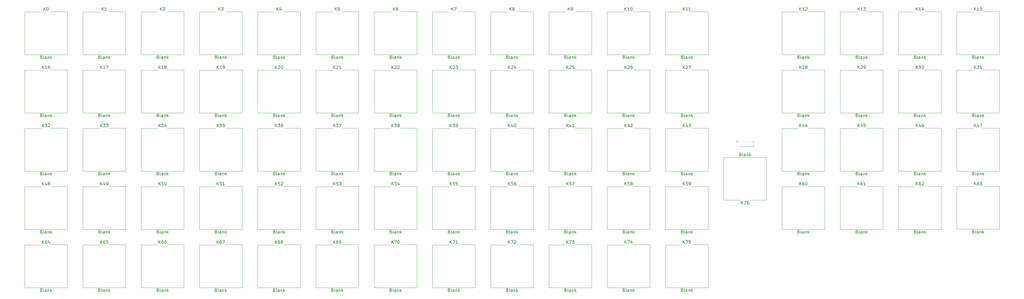
<source format=gbr>
%TF.GenerationSoftware,KiCad,Pcbnew,8.0.2*%
%TF.CreationDate,2024-05-15T22:22:56+01:00*%
%TF.ProjectId,Phoenixia,50686f65-6e69-4786-9961-2e6b69636164,1*%
%TF.SameCoordinates,Original*%
%TF.FileFunction,Legend,Top*%
%TF.FilePolarity,Positive*%
%FSLAX46Y46*%
G04 Gerber Fmt 4.6, Leading zero omitted, Abs format (unit mm)*
G04 Created by KiCad (PCBNEW 8.0.2) date 2024-05-15 22:22:56*
%MOMM*%
%LPD*%
G01*
G04 APERTURE LIST*
%ADD10C,0.150000*%
%ADD11C,0.120000*%
%ADD12C,4.400000*%
%ADD13C,1.700000*%
%ADD14C,1.750000*%
%ADD15C,4.000000*%
%ADD16C,2.250000*%
%ADD17C,2.000000*%
%ADD18O,2.250000X2.250000*%
%ADD19R,0.850000X0.850000*%
%ADD20O,0.850000X0.850000*%
%ADD21C,0.650000*%
%ADD22O,0.900000X2.100000*%
G04 APERTURE END LIST*
D10*
X154645714Y-90420819D02*
X154645714Y-89420819D01*
X155217142Y-90420819D02*
X154788571Y-89849390D01*
X155217142Y-89420819D02*
X154645714Y-89992247D01*
X156074285Y-89754152D02*
X156074285Y-90420819D01*
X155836190Y-89373200D02*
X155598095Y-90087485D01*
X155598095Y-90087485D02*
X156217142Y-90087485D01*
X156645714Y-90420819D02*
X156836190Y-90420819D01*
X156836190Y-90420819D02*
X156931428Y-90373200D01*
X156931428Y-90373200D02*
X156979047Y-90325580D01*
X156979047Y-90325580D02*
X157074285Y-90182723D01*
X157074285Y-90182723D02*
X157121904Y-89992247D01*
X157121904Y-89992247D02*
X157121904Y-89611295D01*
X157121904Y-89611295D02*
X157074285Y-89516057D01*
X157074285Y-89516057D02*
X157026666Y-89468438D01*
X157026666Y-89468438D02*
X156931428Y-89420819D01*
X156931428Y-89420819D02*
X156740952Y-89420819D01*
X156740952Y-89420819D02*
X156645714Y-89468438D01*
X156645714Y-89468438D02*
X156598095Y-89516057D01*
X156598095Y-89516057D02*
X156550476Y-89611295D01*
X156550476Y-89611295D02*
X156550476Y-89849390D01*
X156550476Y-89849390D02*
X156598095Y-89944628D01*
X156598095Y-89944628D02*
X156645714Y-89992247D01*
X156645714Y-89992247D02*
X156740952Y-90039866D01*
X156740952Y-90039866D02*
X156931428Y-90039866D01*
X156931428Y-90039866D02*
X157026666Y-89992247D01*
X157026666Y-89992247D02*
X157074285Y-89944628D01*
X157074285Y-89944628D02*
X157121904Y-89849390D01*
X154359999Y-105645009D02*
X154502856Y-105692628D01*
X154502856Y-105692628D02*
X154550475Y-105740247D01*
X154550475Y-105740247D02*
X154598094Y-105835485D01*
X154598094Y-105835485D02*
X154598094Y-105978342D01*
X154598094Y-105978342D02*
X154550475Y-106073580D01*
X154550475Y-106073580D02*
X154502856Y-106121200D01*
X154502856Y-106121200D02*
X154407618Y-106168819D01*
X154407618Y-106168819D02*
X154026666Y-106168819D01*
X154026666Y-106168819D02*
X154026666Y-105168819D01*
X154026666Y-105168819D02*
X154359999Y-105168819D01*
X154359999Y-105168819D02*
X154455237Y-105216438D01*
X154455237Y-105216438D02*
X154502856Y-105264057D01*
X154502856Y-105264057D02*
X154550475Y-105359295D01*
X154550475Y-105359295D02*
X154550475Y-105454533D01*
X154550475Y-105454533D02*
X154502856Y-105549771D01*
X154502856Y-105549771D02*
X154455237Y-105597390D01*
X154455237Y-105597390D02*
X154359999Y-105645009D01*
X154359999Y-105645009D02*
X154026666Y-105645009D01*
X155169523Y-106168819D02*
X155074285Y-106121200D01*
X155074285Y-106121200D02*
X155026666Y-106025961D01*
X155026666Y-106025961D02*
X155026666Y-105168819D01*
X155979047Y-106168819D02*
X155979047Y-105645009D01*
X155979047Y-105645009D02*
X155931428Y-105549771D01*
X155931428Y-105549771D02*
X155836190Y-105502152D01*
X155836190Y-105502152D02*
X155645714Y-105502152D01*
X155645714Y-105502152D02*
X155550476Y-105549771D01*
X155979047Y-106121200D02*
X155883809Y-106168819D01*
X155883809Y-106168819D02*
X155645714Y-106168819D01*
X155645714Y-106168819D02*
X155550476Y-106121200D01*
X155550476Y-106121200D02*
X155502857Y-106025961D01*
X155502857Y-106025961D02*
X155502857Y-105930723D01*
X155502857Y-105930723D02*
X155550476Y-105835485D01*
X155550476Y-105835485D02*
X155645714Y-105787866D01*
X155645714Y-105787866D02*
X155883809Y-105787866D01*
X155883809Y-105787866D02*
X155979047Y-105740247D01*
X156455238Y-105502152D02*
X156455238Y-106168819D01*
X156455238Y-105597390D02*
X156502857Y-105549771D01*
X156502857Y-105549771D02*
X156598095Y-105502152D01*
X156598095Y-105502152D02*
X156740952Y-105502152D01*
X156740952Y-105502152D02*
X156836190Y-105549771D01*
X156836190Y-105549771D02*
X156883809Y-105645009D01*
X156883809Y-105645009D02*
X156883809Y-106168819D01*
X157360000Y-106168819D02*
X157360000Y-105168819D01*
X157455238Y-105787866D02*
X157740952Y-106168819D01*
X157740952Y-105502152D02*
X157360000Y-105883104D01*
X326095714Y-90420819D02*
X326095714Y-89420819D01*
X326667142Y-90420819D02*
X326238571Y-89849390D01*
X326667142Y-89420819D02*
X326095714Y-89992247D01*
X327571904Y-89420819D02*
X327095714Y-89420819D01*
X327095714Y-89420819D02*
X327048095Y-89897009D01*
X327048095Y-89897009D02*
X327095714Y-89849390D01*
X327095714Y-89849390D02*
X327190952Y-89801771D01*
X327190952Y-89801771D02*
X327429047Y-89801771D01*
X327429047Y-89801771D02*
X327524285Y-89849390D01*
X327524285Y-89849390D02*
X327571904Y-89897009D01*
X327571904Y-89897009D02*
X327619523Y-89992247D01*
X327619523Y-89992247D02*
X327619523Y-90230342D01*
X327619523Y-90230342D02*
X327571904Y-90325580D01*
X327571904Y-90325580D02*
X327524285Y-90373200D01*
X327524285Y-90373200D02*
X327429047Y-90420819D01*
X327429047Y-90420819D02*
X327190952Y-90420819D01*
X327190952Y-90420819D02*
X327095714Y-90373200D01*
X327095714Y-90373200D02*
X327048095Y-90325580D01*
X328190952Y-89849390D02*
X328095714Y-89801771D01*
X328095714Y-89801771D02*
X328048095Y-89754152D01*
X328048095Y-89754152D02*
X328000476Y-89658914D01*
X328000476Y-89658914D02*
X328000476Y-89611295D01*
X328000476Y-89611295D02*
X328048095Y-89516057D01*
X328048095Y-89516057D02*
X328095714Y-89468438D01*
X328095714Y-89468438D02*
X328190952Y-89420819D01*
X328190952Y-89420819D02*
X328381428Y-89420819D01*
X328381428Y-89420819D02*
X328476666Y-89468438D01*
X328476666Y-89468438D02*
X328524285Y-89516057D01*
X328524285Y-89516057D02*
X328571904Y-89611295D01*
X328571904Y-89611295D02*
X328571904Y-89658914D01*
X328571904Y-89658914D02*
X328524285Y-89754152D01*
X328524285Y-89754152D02*
X328476666Y-89801771D01*
X328476666Y-89801771D02*
X328381428Y-89849390D01*
X328381428Y-89849390D02*
X328190952Y-89849390D01*
X328190952Y-89849390D02*
X328095714Y-89897009D01*
X328095714Y-89897009D02*
X328048095Y-89944628D01*
X328048095Y-89944628D02*
X328000476Y-90039866D01*
X328000476Y-90039866D02*
X328000476Y-90230342D01*
X328000476Y-90230342D02*
X328048095Y-90325580D01*
X328048095Y-90325580D02*
X328095714Y-90373200D01*
X328095714Y-90373200D02*
X328190952Y-90420819D01*
X328190952Y-90420819D02*
X328381428Y-90420819D01*
X328381428Y-90420819D02*
X328476666Y-90373200D01*
X328476666Y-90373200D02*
X328524285Y-90325580D01*
X328524285Y-90325580D02*
X328571904Y-90230342D01*
X328571904Y-90230342D02*
X328571904Y-90039866D01*
X328571904Y-90039866D02*
X328524285Y-89944628D01*
X328524285Y-89944628D02*
X328476666Y-89897009D01*
X328476666Y-89897009D02*
X328381428Y-89849390D01*
X325809999Y-105645009D02*
X325952856Y-105692628D01*
X325952856Y-105692628D02*
X326000475Y-105740247D01*
X326000475Y-105740247D02*
X326048094Y-105835485D01*
X326048094Y-105835485D02*
X326048094Y-105978342D01*
X326048094Y-105978342D02*
X326000475Y-106073580D01*
X326000475Y-106073580D02*
X325952856Y-106121200D01*
X325952856Y-106121200D02*
X325857618Y-106168819D01*
X325857618Y-106168819D02*
X325476666Y-106168819D01*
X325476666Y-106168819D02*
X325476666Y-105168819D01*
X325476666Y-105168819D02*
X325809999Y-105168819D01*
X325809999Y-105168819D02*
X325905237Y-105216438D01*
X325905237Y-105216438D02*
X325952856Y-105264057D01*
X325952856Y-105264057D02*
X326000475Y-105359295D01*
X326000475Y-105359295D02*
X326000475Y-105454533D01*
X326000475Y-105454533D02*
X325952856Y-105549771D01*
X325952856Y-105549771D02*
X325905237Y-105597390D01*
X325905237Y-105597390D02*
X325809999Y-105645009D01*
X325809999Y-105645009D02*
X325476666Y-105645009D01*
X326619523Y-106168819D02*
X326524285Y-106121200D01*
X326524285Y-106121200D02*
X326476666Y-106025961D01*
X326476666Y-106025961D02*
X326476666Y-105168819D01*
X327429047Y-106168819D02*
X327429047Y-105645009D01*
X327429047Y-105645009D02*
X327381428Y-105549771D01*
X327381428Y-105549771D02*
X327286190Y-105502152D01*
X327286190Y-105502152D02*
X327095714Y-105502152D01*
X327095714Y-105502152D02*
X327000476Y-105549771D01*
X327429047Y-106121200D02*
X327333809Y-106168819D01*
X327333809Y-106168819D02*
X327095714Y-106168819D01*
X327095714Y-106168819D02*
X327000476Y-106121200D01*
X327000476Y-106121200D02*
X326952857Y-106025961D01*
X326952857Y-106025961D02*
X326952857Y-105930723D01*
X326952857Y-105930723D02*
X327000476Y-105835485D01*
X327000476Y-105835485D02*
X327095714Y-105787866D01*
X327095714Y-105787866D02*
X327333809Y-105787866D01*
X327333809Y-105787866D02*
X327429047Y-105740247D01*
X327905238Y-105502152D02*
X327905238Y-106168819D01*
X327905238Y-105597390D02*
X327952857Y-105549771D01*
X327952857Y-105549771D02*
X328048095Y-105502152D01*
X328048095Y-105502152D02*
X328190952Y-105502152D01*
X328190952Y-105502152D02*
X328286190Y-105549771D01*
X328286190Y-105549771D02*
X328333809Y-105645009D01*
X328333809Y-105645009D02*
X328333809Y-106168819D01*
X328810000Y-106168819D02*
X328810000Y-105168819D01*
X328905238Y-105787866D02*
X329190952Y-106168819D01*
X329190952Y-105502152D02*
X328810000Y-105883104D01*
X249895714Y-52320819D02*
X249895714Y-51320819D01*
X250467142Y-52320819D02*
X250038571Y-51749390D01*
X250467142Y-51320819D02*
X249895714Y-51892247D01*
X250848095Y-51416057D02*
X250895714Y-51368438D01*
X250895714Y-51368438D02*
X250990952Y-51320819D01*
X250990952Y-51320819D02*
X251229047Y-51320819D01*
X251229047Y-51320819D02*
X251324285Y-51368438D01*
X251324285Y-51368438D02*
X251371904Y-51416057D01*
X251371904Y-51416057D02*
X251419523Y-51511295D01*
X251419523Y-51511295D02*
X251419523Y-51606533D01*
X251419523Y-51606533D02*
X251371904Y-51749390D01*
X251371904Y-51749390D02*
X250800476Y-52320819D01*
X250800476Y-52320819D02*
X251419523Y-52320819D01*
X251800476Y-51416057D02*
X251848095Y-51368438D01*
X251848095Y-51368438D02*
X251943333Y-51320819D01*
X251943333Y-51320819D02*
X252181428Y-51320819D01*
X252181428Y-51320819D02*
X252276666Y-51368438D01*
X252276666Y-51368438D02*
X252324285Y-51416057D01*
X252324285Y-51416057D02*
X252371904Y-51511295D01*
X252371904Y-51511295D02*
X252371904Y-51606533D01*
X252371904Y-51606533D02*
X252324285Y-51749390D01*
X252324285Y-51749390D02*
X251752857Y-52320819D01*
X251752857Y-52320819D02*
X252371904Y-52320819D01*
X249609999Y-67545009D02*
X249752856Y-67592628D01*
X249752856Y-67592628D02*
X249800475Y-67640247D01*
X249800475Y-67640247D02*
X249848094Y-67735485D01*
X249848094Y-67735485D02*
X249848094Y-67878342D01*
X249848094Y-67878342D02*
X249800475Y-67973580D01*
X249800475Y-67973580D02*
X249752856Y-68021200D01*
X249752856Y-68021200D02*
X249657618Y-68068819D01*
X249657618Y-68068819D02*
X249276666Y-68068819D01*
X249276666Y-68068819D02*
X249276666Y-67068819D01*
X249276666Y-67068819D02*
X249609999Y-67068819D01*
X249609999Y-67068819D02*
X249705237Y-67116438D01*
X249705237Y-67116438D02*
X249752856Y-67164057D01*
X249752856Y-67164057D02*
X249800475Y-67259295D01*
X249800475Y-67259295D02*
X249800475Y-67354533D01*
X249800475Y-67354533D02*
X249752856Y-67449771D01*
X249752856Y-67449771D02*
X249705237Y-67497390D01*
X249705237Y-67497390D02*
X249609999Y-67545009D01*
X249609999Y-67545009D02*
X249276666Y-67545009D01*
X250419523Y-68068819D02*
X250324285Y-68021200D01*
X250324285Y-68021200D02*
X250276666Y-67925961D01*
X250276666Y-67925961D02*
X250276666Y-67068819D01*
X251229047Y-68068819D02*
X251229047Y-67545009D01*
X251229047Y-67545009D02*
X251181428Y-67449771D01*
X251181428Y-67449771D02*
X251086190Y-67402152D01*
X251086190Y-67402152D02*
X250895714Y-67402152D01*
X250895714Y-67402152D02*
X250800476Y-67449771D01*
X251229047Y-68021200D02*
X251133809Y-68068819D01*
X251133809Y-68068819D02*
X250895714Y-68068819D01*
X250895714Y-68068819D02*
X250800476Y-68021200D01*
X250800476Y-68021200D02*
X250752857Y-67925961D01*
X250752857Y-67925961D02*
X250752857Y-67830723D01*
X250752857Y-67830723D02*
X250800476Y-67735485D01*
X250800476Y-67735485D02*
X250895714Y-67687866D01*
X250895714Y-67687866D02*
X251133809Y-67687866D01*
X251133809Y-67687866D02*
X251229047Y-67640247D01*
X251705238Y-67402152D02*
X251705238Y-68068819D01*
X251705238Y-67497390D02*
X251752857Y-67449771D01*
X251752857Y-67449771D02*
X251848095Y-67402152D01*
X251848095Y-67402152D02*
X251990952Y-67402152D01*
X251990952Y-67402152D02*
X252086190Y-67449771D01*
X252086190Y-67449771D02*
X252133809Y-67545009D01*
X252133809Y-67545009D02*
X252133809Y-68068819D01*
X252610000Y-68068819D02*
X252610000Y-67068819D01*
X252705238Y-67687866D02*
X252990952Y-68068819D01*
X252990952Y-67402152D02*
X252610000Y-67783104D01*
X326095714Y-52320819D02*
X326095714Y-51320819D01*
X326667142Y-52320819D02*
X326238571Y-51749390D01*
X326667142Y-51320819D02*
X326095714Y-51892247D01*
X327048095Y-51416057D02*
X327095714Y-51368438D01*
X327095714Y-51368438D02*
X327190952Y-51320819D01*
X327190952Y-51320819D02*
X327429047Y-51320819D01*
X327429047Y-51320819D02*
X327524285Y-51368438D01*
X327524285Y-51368438D02*
X327571904Y-51416057D01*
X327571904Y-51416057D02*
X327619523Y-51511295D01*
X327619523Y-51511295D02*
X327619523Y-51606533D01*
X327619523Y-51606533D02*
X327571904Y-51749390D01*
X327571904Y-51749390D02*
X327000476Y-52320819D01*
X327000476Y-52320819D02*
X327619523Y-52320819D01*
X328476666Y-51320819D02*
X328286190Y-51320819D01*
X328286190Y-51320819D02*
X328190952Y-51368438D01*
X328190952Y-51368438D02*
X328143333Y-51416057D01*
X328143333Y-51416057D02*
X328048095Y-51558914D01*
X328048095Y-51558914D02*
X328000476Y-51749390D01*
X328000476Y-51749390D02*
X328000476Y-52130342D01*
X328000476Y-52130342D02*
X328048095Y-52225580D01*
X328048095Y-52225580D02*
X328095714Y-52273200D01*
X328095714Y-52273200D02*
X328190952Y-52320819D01*
X328190952Y-52320819D02*
X328381428Y-52320819D01*
X328381428Y-52320819D02*
X328476666Y-52273200D01*
X328476666Y-52273200D02*
X328524285Y-52225580D01*
X328524285Y-52225580D02*
X328571904Y-52130342D01*
X328571904Y-52130342D02*
X328571904Y-51892247D01*
X328571904Y-51892247D02*
X328524285Y-51797009D01*
X328524285Y-51797009D02*
X328476666Y-51749390D01*
X328476666Y-51749390D02*
X328381428Y-51701771D01*
X328381428Y-51701771D02*
X328190952Y-51701771D01*
X328190952Y-51701771D02*
X328095714Y-51749390D01*
X328095714Y-51749390D02*
X328048095Y-51797009D01*
X328048095Y-51797009D02*
X328000476Y-51892247D01*
X325809999Y-67545009D02*
X325952856Y-67592628D01*
X325952856Y-67592628D02*
X326000475Y-67640247D01*
X326000475Y-67640247D02*
X326048094Y-67735485D01*
X326048094Y-67735485D02*
X326048094Y-67878342D01*
X326048094Y-67878342D02*
X326000475Y-67973580D01*
X326000475Y-67973580D02*
X325952856Y-68021200D01*
X325952856Y-68021200D02*
X325857618Y-68068819D01*
X325857618Y-68068819D02*
X325476666Y-68068819D01*
X325476666Y-68068819D02*
X325476666Y-67068819D01*
X325476666Y-67068819D02*
X325809999Y-67068819D01*
X325809999Y-67068819D02*
X325905237Y-67116438D01*
X325905237Y-67116438D02*
X325952856Y-67164057D01*
X325952856Y-67164057D02*
X326000475Y-67259295D01*
X326000475Y-67259295D02*
X326000475Y-67354533D01*
X326000475Y-67354533D02*
X325952856Y-67449771D01*
X325952856Y-67449771D02*
X325905237Y-67497390D01*
X325905237Y-67497390D02*
X325809999Y-67545009D01*
X325809999Y-67545009D02*
X325476666Y-67545009D01*
X326619523Y-68068819D02*
X326524285Y-68021200D01*
X326524285Y-68021200D02*
X326476666Y-67925961D01*
X326476666Y-67925961D02*
X326476666Y-67068819D01*
X327429047Y-68068819D02*
X327429047Y-67545009D01*
X327429047Y-67545009D02*
X327381428Y-67449771D01*
X327381428Y-67449771D02*
X327286190Y-67402152D01*
X327286190Y-67402152D02*
X327095714Y-67402152D01*
X327095714Y-67402152D02*
X327000476Y-67449771D01*
X327429047Y-68021200D02*
X327333809Y-68068819D01*
X327333809Y-68068819D02*
X327095714Y-68068819D01*
X327095714Y-68068819D02*
X327000476Y-68021200D01*
X327000476Y-68021200D02*
X326952857Y-67925961D01*
X326952857Y-67925961D02*
X326952857Y-67830723D01*
X326952857Y-67830723D02*
X327000476Y-67735485D01*
X327000476Y-67735485D02*
X327095714Y-67687866D01*
X327095714Y-67687866D02*
X327333809Y-67687866D01*
X327333809Y-67687866D02*
X327429047Y-67640247D01*
X327905238Y-67402152D02*
X327905238Y-68068819D01*
X327905238Y-67497390D02*
X327952857Y-67449771D01*
X327952857Y-67449771D02*
X328048095Y-67402152D01*
X328048095Y-67402152D02*
X328190952Y-67402152D01*
X328190952Y-67402152D02*
X328286190Y-67449771D01*
X328286190Y-67449771D02*
X328333809Y-67545009D01*
X328333809Y-67545009D02*
X328333809Y-68068819D01*
X328810000Y-68068819D02*
X328810000Y-67068819D01*
X328905238Y-67687866D02*
X329190952Y-68068819D01*
X329190952Y-67402152D02*
X328810000Y-67783104D01*
X326095714Y-109470819D02*
X326095714Y-108470819D01*
X326667142Y-109470819D02*
X326238571Y-108899390D01*
X326667142Y-108470819D02*
X326095714Y-109042247D01*
X327000476Y-108470819D02*
X327667142Y-108470819D01*
X327667142Y-108470819D02*
X327238571Y-109470819D01*
X328476666Y-108804152D02*
X328476666Y-109470819D01*
X328238571Y-108423200D02*
X328000476Y-109137485D01*
X328000476Y-109137485D02*
X328619523Y-109137485D01*
X325809999Y-124695009D02*
X325952856Y-124742628D01*
X325952856Y-124742628D02*
X326000475Y-124790247D01*
X326000475Y-124790247D02*
X326048094Y-124885485D01*
X326048094Y-124885485D02*
X326048094Y-125028342D01*
X326048094Y-125028342D02*
X326000475Y-125123580D01*
X326000475Y-125123580D02*
X325952856Y-125171200D01*
X325952856Y-125171200D02*
X325857618Y-125218819D01*
X325857618Y-125218819D02*
X325476666Y-125218819D01*
X325476666Y-125218819D02*
X325476666Y-124218819D01*
X325476666Y-124218819D02*
X325809999Y-124218819D01*
X325809999Y-124218819D02*
X325905237Y-124266438D01*
X325905237Y-124266438D02*
X325952856Y-124314057D01*
X325952856Y-124314057D02*
X326000475Y-124409295D01*
X326000475Y-124409295D02*
X326000475Y-124504533D01*
X326000475Y-124504533D02*
X325952856Y-124599771D01*
X325952856Y-124599771D02*
X325905237Y-124647390D01*
X325905237Y-124647390D02*
X325809999Y-124695009D01*
X325809999Y-124695009D02*
X325476666Y-124695009D01*
X326619523Y-125218819D02*
X326524285Y-125171200D01*
X326524285Y-125171200D02*
X326476666Y-125075961D01*
X326476666Y-125075961D02*
X326476666Y-124218819D01*
X327429047Y-125218819D02*
X327429047Y-124695009D01*
X327429047Y-124695009D02*
X327381428Y-124599771D01*
X327381428Y-124599771D02*
X327286190Y-124552152D01*
X327286190Y-124552152D02*
X327095714Y-124552152D01*
X327095714Y-124552152D02*
X327000476Y-124599771D01*
X327429047Y-125171200D02*
X327333809Y-125218819D01*
X327333809Y-125218819D02*
X327095714Y-125218819D01*
X327095714Y-125218819D02*
X327000476Y-125171200D01*
X327000476Y-125171200D02*
X326952857Y-125075961D01*
X326952857Y-125075961D02*
X326952857Y-124980723D01*
X326952857Y-124980723D02*
X327000476Y-124885485D01*
X327000476Y-124885485D02*
X327095714Y-124837866D01*
X327095714Y-124837866D02*
X327333809Y-124837866D01*
X327333809Y-124837866D02*
X327429047Y-124790247D01*
X327905238Y-124552152D02*
X327905238Y-125218819D01*
X327905238Y-124647390D02*
X327952857Y-124599771D01*
X327952857Y-124599771D02*
X328048095Y-124552152D01*
X328048095Y-124552152D02*
X328190952Y-124552152D01*
X328190952Y-124552152D02*
X328286190Y-124599771D01*
X328286190Y-124599771D02*
X328333809Y-124695009D01*
X328333809Y-124695009D02*
X328333809Y-125218819D01*
X328810000Y-125218819D02*
X328810000Y-124218819D01*
X328905238Y-124837866D02*
X329190952Y-125218819D01*
X329190952Y-124552152D02*
X328810000Y-124933104D01*
X154645714Y-71370819D02*
X154645714Y-70370819D01*
X155217142Y-71370819D02*
X154788571Y-70799390D01*
X155217142Y-70370819D02*
X154645714Y-70942247D01*
X155550476Y-70370819D02*
X156169523Y-70370819D01*
X156169523Y-70370819D02*
X155836190Y-70751771D01*
X155836190Y-70751771D02*
X155979047Y-70751771D01*
X155979047Y-70751771D02*
X156074285Y-70799390D01*
X156074285Y-70799390D02*
X156121904Y-70847009D01*
X156121904Y-70847009D02*
X156169523Y-70942247D01*
X156169523Y-70942247D02*
X156169523Y-71180342D01*
X156169523Y-71180342D02*
X156121904Y-71275580D01*
X156121904Y-71275580D02*
X156074285Y-71323200D01*
X156074285Y-71323200D02*
X155979047Y-71370819D01*
X155979047Y-71370819D02*
X155693333Y-71370819D01*
X155693333Y-71370819D02*
X155598095Y-71323200D01*
X155598095Y-71323200D02*
X155550476Y-71275580D01*
X156502857Y-70370819D02*
X157121904Y-70370819D01*
X157121904Y-70370819D02*
X156788571Y-70751771D01*
X156788571Y-70751771D02*
X156931428Y-70751771D01*
X156931428Y-70751771D02*
X157026666Y-70799390D01*
X157026666Y-70799390D02*
X157074285Y-70847009D01*
X157074285Y-70847009D02*
X157121904Y-70942247D01*
X157121904Y-70942247D02*
X157121904Y-71180342D01*
X157121904Y-71180342D02*
X157074285Y-71275580D01*
X157074285Y-71275580D02*
X157026666Y-71323200D01*
X157026666Y-71323200D02*
X156931428Y-71370819D01*
X156931428Y-71370819D02*
X156645714Y-71370819D01*
X156645714Y-71370819D02*
X156550476Y-71323200D01*
X156550476Y-71323200D02*
X156502857Y-71275580D01*
X154359999Y-86595009D02*
X154502856Y-86642628D01*
X154502856Y-86642628D02*
X154550475Y-86690247D01*
X154550475Y-86690247D02*
X154598094Y-86785485D01*
X154598094Y-86785485D02*
X154598094Y-86928342D01*
X154598094Y-86928342D02*
X154550475Y-87023580D01*
X154550475Y-87023580D02*
X154502856Y-87071200D01*
X154502856Y-87071200D02*
X154407618Y-87118819D01*
X154407618Y-87118819D02*
X154026666Y-87118819D01*
X154026666Y-87118819D02*
X154026666Y-86118819D01*
X154026666Y-86118819D02*
X154359999Y-86118819D01*
X154359999Y-86118819D02*
X154455237Y-86166438D01*
X154455237Y-86166438D02*
X154502856Y-86214057D01*
X154502856Y-86214057D02*
X154550475Y-86309295D01*
X154550475Y-86309295D02*
X154550475Y-86404533D01*
X154550475Y-86404533D02*
X154502856Y-86499771D01*
X154502856Y-86499771D02*
X154455237Y-86547390D01*
X154455237Y-86547390D02*
X154359999Y-86595009D01*
X154359999Y-86595009D02*
X154026666Y-86595009D01*
X155169523Y-87118819D02*
X155074285Y-87071200D01*
X155074285Y-87071200D02*
X155026666Y-86975961D01*
X155026666Y-86975961D02*
X155026666Y-86118819D01*
X155979047Y-87118819D02*
X155979047Y-86595009D01*
X155979047Y-86595009D02*
X155931428Y-86499771D01*
X155931428Y-86499771D02*
X155836190Y-86452152D01*
X155836190Y-86452152D02*
X155645714Y-86452152D01*
X155645714Y-86452152D02*
X155550476Y-86499771D01*
X155979047Y-87071200D02*
X155883809Y-87118819D01*
X155883809Y-87118819D02*
X155645714Y-87118819D01*
X155645714Y-87118819D02*
X155550476Y-87071200D01*
X155550476Y-87071200D02*
X155502857Y-86975961D01*
X155502857Y-86975961D02*
X155502857Y-86880723D01*
X155502857Y-86880723D02*
X155550476Y-86785485D01*
X155550476Y-86785485D02*
X155645714Y-86737866D01*
X155645714Y-86737866D02*
X155883809Y-86737866D01*
X155883809Y-86737866D02*
X155979047Y-86690247D01*
X156455238Y-86452152D02*
X156455238Y-87118819D01*
X156455238Y-86547390D02*
X156502857Y-86499771D01*
X156502857Y-86499771D02*
X156598095Y-86452152D01*
X156598095Y-86452152D02*
X156740952Y-86452152D01*
X156740952Y-86452152D02*
X156836190Y-86499771D01*
X156836190Y-86499771D02*
X156883809Y-86595009D01*
X156883809Y-86595009D02*
X156883809Y-87118819D01*
X157360000Y-87118819D02*
X157360000Y-86118819D01*
X157455238Y-86737866D02*
X157740952Y-87118819D01*
X157740952Y-86452152D02*
X157360000Y-86833104D01*
X135595714Y-52320819D02*
X135595714Y-51320819D01*
X136167142Y-52320819D02*
X135738571Y-51749390D01*
X136167142Y-51320819D02*
X135595714Y-51892247D01*
X137119523Y-52320819D02*
X136548095Y-52320819D01*
X136833809Y-52320819D02*
X136833809Y-51320819D01*
X136833809Y-51320819D02*
X136738571Y-51463676D01*
X136738571Y-51463676D02*
X136643333Y-51558914D01*
X136643333Y-51558914D02*
X136548095Y-51606533D01*
X137976666Y-51320819D02*
X137786190Y-51320819D01*
X137786190Y-51320819D02*
X137690952Y-51368438D01*
X137690952Y-51368438D02*
X137643333Y-51416057D01*
X137643333Y-51416057D02*
X137548095Y-51558914D01*
X137548095Y-51558914D02*
X137500476Y-51749390D01*
X137500476Y-51749390D02*
X137500476Y-52130342D01*
X137500476Y-52130342D02*
X137548095Y-52225580D01*
X137548095Y-52225580D02*
X137595714Y-52273200D01*
X137595714Y-52273200D02*
X137690952Y-52320819D01*
X137690952Y-52320819D02*
X137881428Y-52320819D01*
X137881428Y-52320819D02*
X137976666Y-52273200D01*
X137976666Y-52273200D02*
X138024285Y-52225580D01*
X138024285Y-52225580D02*
X138071904Y-52130342D01*
X138071904Y-52130342D02*
X138071904Y-51892247D01*
X138071904Y-51892247D02*
X138024285Y-51797009D01*
X138024285Y-51797009D02*
X137976666Y-51749390D01*
X137976666Y-51749390D02*
X137881428Y-51701771D01*
X137881428Y-51701771D02*
X137690952Y-51701771D01*
X137690952Y-51701771D02*
X137595714Y-51749390D01*
X137595714Y-51749390D02*
X137548095Y-51797009D01*
X137548095Y-51797009D02*
X137500476Y-51892247D01*
X135309999Y-67545009D02*
X135452856Y-67592628D01*
X135452856Y-67592628D02*
X135500475Y-67640247D01*
X135500475Y-67640247D02*
X135548094Y-67735485D01*
X135548094Y-67735485D02*
X135548094Y-67878342D01*
X135548094Y-67878342D02*
X135500475Y-67973580D01*
X135500475Y-67973580D02*
X135452856Y-68021200D01*
X135452856Y-68021200D02*
X135357618Y-68068819D01*
X135357618Y-68068819D02*
X134976666Y-68068819D01*
X134976666Y-68068819D02*
X134976666Y-67068819D01*
X134976666Y-67068819D02*
X135309999Y-67068819D01*
X135309999Y-67068819D02*
X135405237Y-67116438D01*
X135405237Y-67116438D02*
X135452856Y-67164057D01*
X135452856Y-67164057D02*
X135500475Y-67259295D01*
X135500475Y-67259295D02*
X135500475Y-67354533D01*
X135500475Y-67354533D02*
X135452856Y-67449771D01*
X135452856Y-67449771D02*
X135405237Y-67497390D01*
X135405237Y-67497390D02*
X135309999Y-67545009D01*
X135309999Y-67545009D02*
X134976666Y-67545009D01*
X136119523Y-68068819D02*
X136024285Y-68021200D01*
X136024285Y-68021200D02*
X135976666Y-67925961D01*
X135976666Y-67925961D02*
X135976666Y-67068819D01*
X136929047Y-68068819D02*
X136929047Y-67545009D01*
X136929047Y-67545009D02*
X136881428Y-67449771D01*
X136881428Y-67449771D02*
X136786190Y-67402152D01*
X136786190Y-67402152D02*
X136595714Y-67402152D01*
X136595714Y-67402152D02*
X136500476Y-67449771D01*
X136929047Y-68021200D02*
X136833809Y-68068819D01*
X136833809Y-68068819D02*
X136595714Y-68068819D01*
X136595714Y-68068819D02*
X136500476Y-68021200D01*
X136500476Y-68021200D02*
X136452857Y-67925961D01*
X136452857Y-67925961D02*
X136452857Y-67830723D01*
X136452857Y-67830723D02*
X136500476Y-67735485D01*
X136500476Y-67735485D02*
X136595714Y-67687866D01*
X136595714Y-67687866D02*
X136833809Y-67687866D01*
X136833809Y-67687866D02*
X136929047Y-67640247D01*
X137405238Y-67402152D02*
X137405238Y-68068819D01*
X137405238Y-67497390D02*
X137452857Y-67449771D01*
X137452857Y-67449771D02*
X137548095Y-67402152D01*
X137548095Y-67402152D02*
X137690952Y-67402152D01*
X137690952Y-67402152D02*
X137786190Y-67449771D01*
X137786190Y-67449771D02*
X137833809Y-67545009D01*
X137833809Y-67545009D02*
X137833809Y-68068819D01*
X138310000Y-68068819D02*
X138310000Y-67068819D01*
X138405238Y-67687866D02*
X138690952Y-68068819D01*
X138690952Y-67402152D02*
X138310000Y-67783104D01*
X173695714Y-71370819D02*
X173695714Y-70370819D01*
X174267142Y-71370819D02*
X173838571Y-70799390D01*
X174267142Y-70370819D02*
X173695714Y-70942247D01*
X174600476Y-70370819D02*
X175219523Y-70370819D01*
X175219523Y-70370819D02*
X174886190Y-70751771D01*
X174886190Y-70751771D02*
X175029047Y-70751771D01*
X175029047Y-70751771D02*
X175124285Y-70799390D01*
X175124285Y-70799390D02*
X175171904Y-70847009D01*
X175171904Y-70847009D02*
X175219523Y-70942247D01*
X175219523Y-70942247D02*
X175219523Y-71180342D01*
X175219523Y-71180342D02*
X175171904Y-71275580D01*
X175171904Y-71275580D02*
X175124285Y-71323200D01*
X175124285Y-71323200D02*
X175029047Y-71370819D01*
X175029047Y-71370819D02*
X174743333Y-71370819D01*
X174743333Y-71370819D02*
X174648095Y-71323200D01*
X174648095Y-71323200D02*
X174600476Y-71275580D01*
X176076666Y-70704152D02*
X176076666Y-71370819D01*
X175838571Y-70323200D02*
X175600476Y-71037485D01*
X175600476Y-71037485D02*
X176219523Y-71037485D01*
X173409999Y-86595009D02*
X173552856Y-86642628D01*
X173552856Y-86642628D02*
X173600475Y-86690247D01*
X173600475Y-86690247D02*
X173648094Y-86785485D01*
X173648094Y-86785485D02*
X173648094Y-86928342D01*
X173648094Y-86928342D02*
X173600475Y-87023580D01*
X173600475Y-87023580D02*
X173552856Y-87071200D01*
X173552856Y-87071200D02*
X173457618Y-87118819D01*
X173457618Y-87118819D02*
X173076666Y-87118819D01*
X173076666Y-87118819D02*
X173076666Y-86118819D01*
X173076666Y-86118819D02*
X173409999Y-86118819D01*
X173409999Y-86118819D02*
X173505237Y-86166438D01*
X173505237Y-86166438D02*
X173552856Y-86214057D01*
X173552856Y-86214057D02*
X173600475Y-86309295D01*
X173600475Y-86309295D02*
X173600475Y-86404533D01*
X173600475Y-86404533D02*
X173552856Y-86499771D01*
X173552856Y-86499771D02*
X173505237Y-86547390D01*
X173505237Y-86547390D02*
X173409999Y-86595009D01*
X173409999Y-86595009D02*
X173076666Y-86595009D01*
X174219523Y-87118819D02*
X174124285Y-87071200D01*
X174124285Y-87071200D02*
X174076666Y-86975961D01*
X174076666Y-86975961D02*
X174076666Y-86118819D01*
X175029047Y-87118819D02*
X175029047Y-86595009D01*
X175029047Y-86595009D02*
X174981428Y-86499771D01*
X174981428Y-86499771D02*
X174886190Y-86452152D01*
X174886190Y-86452152D02*
X174695714Y-86452152D01*
X174695714Y-86452152D02*
X174600476Y-86499771D01*
X175029047Y-87071200D02*
X174933809Y-87118819D01*
X174933809Y-87118819D02*
X174695714Y-87118819D01*
X174695714Y-87118819D02*
X174600476Y-87071200D01*
X174600476Y-87071200D02*
X174552857Y-86975961D01*
X174552857Y-86975961D02*
X174552857Y-86880723D01*
X174552857Y-86880723D02*
X174600476Y-86785485D01*
X174600476Y-86785485D02*
X174695714Y-86737866D01*
X174695714Y-86737866D02*
X174933809Y-86737866D01*
X174933809Y-86737866D02*
X175029047Y-86690247D01*
X175505238Y-86452152D02*
X175505238Y-87118819D01*
X175505238Y-86547390D02*
X175552857Y-86499771D01*
X175552857Y-86499771D02*
X175648095Y-86452152D01*
X175648095Y-86452152D02*
X175790952Y-86452152D01*
X175790952Y-86452152D02*
X175886190Y-86499771D01*
X175886190Y-86499771D02*
X175933809Y-86595009D01*
X175933809Y-86595009D02*
X175933809Y-87118819D01*
X176410000Y-87118819D02*
X176410000Y-86118819D01*
X176505238Y-86737866D02*
X176790952Y-87118819D01*
X176790952Y-86452152D02*
X176410000Y-86833104D01*
X421345714Y-33270819D02*
X421345714Y-32270819D01*
X421917142Y-33270819D02*
X421488571Y-32699390D01*
X421917142Y-32270819D02*
X421345714Y-32842247D01*
X422869523Y-33270819D02*
X422298095Y-33270819D01*
X422583809Y-33270819D02*
X422583809Y-32270819D01*
X422583809Y-32270819D02*
X422488571Y-32413676D01*
X422488571Y-32413676D02*
X422393333Y-32508914D01*
X422393333Y-32508914D02*
X422298095Y-32556533D01*
X423726666Y-32604152D02*
X423726666Y-33270819D01*
X423488571Y-32223200D02*
X423250476Y-32937485D01*
X423250476Y-32937485D02*
X423869523Y-32937485D01*
X421059999Y-48495009D02*
X421202856Y-48542628D01*
X421202856Y-48542628D02*
X421250475Y-48590247D01*
X421250475Y-48590247D02*
X421298094Y-48685485D01*
X421298094Y-48685485D02*
X421298094Y-48828342D01*
X421298094Y-48828342D02*
X421250475Y-48923580D01*
X421250475Y-48923580D02*
X421202856Y-48971200D01*
X421202856Y-48971200D02*
X421107618Y-49018819D01*
X421107618Y-49018819D02*
X420726666Y-49018819D01*
X420726666Y-49018819D02*
X420726666Y-48018819D01*
X420726666Y-48018819D02*
X421059999Y-48018819D01*
X421059999Y-48018819D02*
X421155237Y-48066438D01*
X421155237Y-48066438D02*
X421202856Y-48114057D01*
X421202856Y-48114057D02*
X421250475Y-48209295D01*
X421250475Y-48209295D02*
X421250475Y-48304533D01*
X421250475Y-48304533D02*
X421202856Y-48399771D01*
X421202856Y-48399771D02*
X421155237Y-48447390D01*
X421155237Y-48447390D02*
X421059999Y-48495009D01*
X421059999Y-48495009D02*
X420726666Y-48495009D01*
X421869523Y-49018819D02*
X421774285Y-48971200D01*
X421774285Y-48971200D02*
X421726666Y-48875961D01*
X421726666Y-48875961D02*
X421726666Y-48018819D01*
X422679047Y-49018819D02*
X422679047Y-48495009D01*
X422679047Y-48495009D02*
X422631428Y-48399771D01*
X422631428Y-48399771D02*
X422536190Y-48352152D01*
X422536190Y-48352152D02*
X422345714Y-48352152D01*
X422345714Y-48352152D02*
X422250476Y-48399771D01*
X422679047Y-48971200D02*
X422583809Y-49018819D01*
X422583809Y-49018819D02*
X422345714Y-49018819D01*
X422345714Y-49018819D02*
X422250476Y-48971200D01*
X422250476Y-48971200D02*
X422202857Y-48875961D01*
X422202857Y-48875961D02*
X422202857Y-48780723D01*
X422202857Y-48780723D02*
X422250476Y-48685485D01*
X422250476Y-48685485D02*
X422345714Y-48637866D01*
X422345714Y-48637866D02*
X422583809Y-48637866D01*
X422583809Y-48637866D02*
X422679047Y-48590247D01*
X423155238Y-48352152D02*
X423155238Y-49018819D01*
X423155238Y-48447390D02*
X423202857Y-48399771D01*
X423202857Y-48399771D02*
X423298095Y-48352152D01*
X423298095Y-48352152D02*
X423440952Y-48352152D01*
X423440952Y-48352152D02*
X423536190Y-48399771D01*
X423536190Y-48399771D02*
X423583809Y-48495009D01*
X423583809Y-48495009D02*
X423583809Y-49018819D01*
X424060000Y-49018819D02*
X424060000Y-48018819D01*
X424155238Y-48637866D02*
X424440952Y-49018819D01*
X424440952Y-48352152D02*
X424060000Y-48733104D01*
X136071905Y-33270819D02*
X136071905Y-32270819D01*
X136643333Y-33270819D02*
X136214762Y-32699390D01*
X136643333Y-32270819D02*
X136071905Y-32842247D01*
X137262381Y-32270819D02*
X137357619Y-32270819D01*
X137357619Y-32270819D02*
X137452857Y-32318438D01*
X137452857Y-32318438D02*
X137500476Y-32366057D01*
X137500476Y-32366057D02*
X137548095Y-32461295D01*
X137548095Y-32461295D02*
X137595714Y-32651771D01*
X137595714Y-32651771D02*
X137595714Y-32889866D01*
X137595714Y-32889866D02*
X137548095Y-33080342D01*
X137548095Y-33080342D02*
X137500476Y-33175580D01*
X137500476Y-33175580D02*
X137452857Y-33223200D01*
X137452857Y-33223200D02*
X137357619Y-33270819D01*
X137357619Y-33270819D02*
X137262381Y-33270819D01*
X137262381Y-33270819D02*
X137167143Y-33223200D01*
X137167143Y-33223200D02*
X137119524Y-33175580D01*
X137119524Y-33175580D02*
X137071905Y-33080342D01*
X137071905Y-33080342D02*
X137024286Y-32889866D01*
X137024286Y-32889866D02*
X137024286Y-32651771D01*
X137024286Y-32651771D02*
X137071905Y-32461295D01*
X137071905Y-32461295D02*
X137119524Y-32366057D01*
X137119524Y-32366057D02*
X137167143Y-32318438D01*
X137167143Y-32318438D02*
X137262381Y-32270819D01*
X135309999Y-48495009D02*
X135452856Y-48542628D01*
X135452856Y-48542628D02*
X135500475Y-48590247D01*
X135500475Y-48590247D02*
X135548094Y-48685485D01*
X135548094Y-48685485D02*
X135548094Y-48828342D01*
X135548094Y-48828342D02*
X135500475Y-48923580D01*
X135500475Y-48923580D02*
X135452856Y-48971200D01*
X135452856Y-48971200D02*
X135357618Y-49018819D01*
X135357618Y-49018819D02*
X134976666Y-49018819D01*
X134976666Y-49018819D02*
X134976666Y-48018819D01*
X134976666Y-48018819D02*
X135309999Y-48018819D01*
X135309999Y-48018819D02*
X135405237Y-48066438D01*
X135405237Y-48066438D02*
X135452856Y-48114057D01*
X135452856Y-48114057D02*
X135500475Y-48209295D01*
X135500475Y-48209295D02*
X135500475Y-48304533D01*
X135500475Y-48304533D02*
X135452856Y-48399771D01*
X135452856Y-48399771D02*
X135405237Y-48447390D01*
X135405237Y-48447390D02*
X135309999Y-48495009D01*
X135309999Y-48495009D02*
X134976666Y-48495009D01*
X136119523Y-49018819D02*
X136024285Y-48971200D01*
X136024285Y-48971200D02*
X135976666Y-48875961D01*
X135976666Y-48875961D02*
X135976666Y-48018819D01*
X136929047Y-49018819D02*
X136929047Y-48495009D01*
X136929047Y-48495009D02*
X136881428Y-48399771D01*
X136881428Y-48399771D02*
X136786190Y-48352152D01*
X136786190Y-48352152D02*
X136595714Y-48352152D01*
X136595714Y-48352152D02*
X136500476Y-48399771D01*
X136929047Y-48971200D02*
X136833809Y-49018819D01*
X136833809Y-49018819D02*
X136595714Y-49018819D01*
X136595714Y-49018819D02*
X136500476Y-48971200D01*
X136500476Y-48971200D02*
X136452857Y-48875961D01*
X136452857Y-48875961D02*
X136452857Y-48780723D01*
X136452857Y-48780723D02*
X136500476Y-48685485D01*
X136500476Y-48685485D02*
X136595714Y-48637866D01*
X136595714Y-48637866D02*
X136833809Y-48637866D01*
X136833809Y-48637866D02*
X136929047Y-48590247D01*
X137405238Y-48352152D02*
X137405238Y-49018819D01*
X137405238Y-48447390D02*
X137452857Y-48399771D01*
X137452857Y-48399771D02*
X137548095Y-48352152D01*
X137548095Y-48352152D02*
X137690952Y-48352152D01*
X137690952Y-48352152D02*
X137786190Y-48399771D01*
X137786190Y-48399771D02*
X137833809Y-48495009D01*
X137833809Y-48495009D02*
X137833809Y-49018819D01*
X138310000Y-49018819D02*
X138310000Y-48018819D01*
X138405238Y-48637866D02*
X138690952Y-49018819D01*
X138690952Y-48352152D02*
X138310000Y-48733104D01*
X345145714Y-33270819D02*
X345145714Y-32270819D01*
X345717142Y-33270819D02*
X345288571Y-32699390D01*
X345717142Y-32270819D02*
X345145714Y-32842247D01*
X346669523Y-33270819D02*
X346098095Y-33270819D01*
X346383809Y-33270819D02*
X346383809Y-32270819D01*
X346383809Y-32270819D02*
X346288571Y-32413676D01*
X346288571Y-32413676D02*
X346193333Y-32508914D01*
X346193333Y-32508914D02*
X346098095Y-32556533D01*
X347621904Y-33270819D02*
X347050476Y-33270819D01*
X347336190Y-33270819D02*
X347336190Y-32270819D01*
X347336190Y-32270819D02*
X347240952Y-32413676D01*
X347240952Y-32413676D02*
X347145714Y-32508914D01*
X347145714Y-32508914D02*
X347050476Y-32556533D01*
X344859999Y-48495009D02*
X345002856Y-48542628D01*
X345002856Y-48542628D02*
X345050475Y-48590247D01*
X345050475Y-48590247D02*
X345098094Y-48685485D01*
X345098094Y-48685485D02*
X345098094Y-48828342D01*
X345098094Y-48828342D02*
X345050475Y-48923580D01*
X345050475Y-48923580D02*
X345002856Y-48971200D01*
X345002856Y-48971200D02*
X344907618Y-49018819D01*
X344907618Y-49018819D02*
X344526666Y-49018819D01*
X344526666Y-49018819D02*
X344526666Y-48018819D01*
X344526666Y-48018819D02*
X344859999Y-48018819D01*
X344859999Y-48018819D02*
X344955237Y-48066438D01*
X344955237Y-48066438D02*
X345002856Y-48114057D01*
X345002856Y-48114057D02*
X345050475Y-48209295D01*
X345050475Y-48209295D02*
X345050475Y-48304533D01*
X345050475Y-48304533D02*
X345002856Y-48399771D01*
X345002856Y-48399771D02*
X344955237Y-48447390D01*
X344955237Y-48447390D02*
X344859999Y-48495009D01*
X344859999Y-48495009D02*
X344526666Y-48495009D01*
X345669523Y-49018819D02*
X345574285Y-48971200D01*
X345574285Y-48971200D02*
X345526666Y-48875961D01*
X345526666Y-48875961D02*
X345526666Y-48018819D01*
X346479047Y-49018819D02*
X346479047Y-48495009D01*
X346479047Y-48495009D02*
X346431428Y-48399771D01*
X346431428Y-48399771D02*
X346336190Y-48352152D01*
X346336190Y-48352152D02*
X346145714Y-48352152D01*
X346145714Y-48352152D02*
X346050476Y-48399771D01*
X346479047Y-48971200D02*
X346383809Y-49018819D01*
X346383809Y-49018819D02*
X346145714Y-49018819D01*
X346145714Y-49018819D02*
X346050476Y-48971200D01*
X346050476Y-48971200D02*
X346002857Y-48875961D01*
X346002857Y-48875961D02*
X346002857Y-48780723D01*
X346002857Y-48780723D02*
X346050476Y-48685485D01*
X346050476Y-48685485D02*
X346145714Y-48637866D01*
X346145714Y-48637866D02*
X346383809Y-48637866D01*
X346383809Y-48637866D02*
X346479047Y-48590247D01*
X346955238Y-48352152D02*
X346955238Y-49018819D01*
X346955238Y-48447390D02*
X347002857Y-48399771D01*
X347002857Y-48399771D02*
X347098095Y-48352152D01*
X347098095Y-48352152D02*
X347240952Y-48352152D01*
X347240952Y-48352152D02*
X347336190Y-48399771D01*
X347336190Y-48399771D02*
X347383809Y-48495009D01*
X347383809Y-48495009D02*
X347383809Y-49018819D01*
X347860000Y-49018819D02*
X347860000Y-48018819D01*
X347955238Y-48637866D02*
X348240952Y-49018819D01*
X348240952Y-48352152D02*
X347860000Y-48733104D01*
X421345714Y-52320819D02*
X421345714Y-51320819D01*
X421917142Y-52320819D02*
X421488571Y-51749390D01*
X421917142Y-51320819D02*
X421345714Y-51892247D01*
X422250476Y-51320819D02*
X422869523Y-51320819D01*
X422869523Y-51320819D02*
X422536190Y-51701771D01*
X422536190Y-51701771D02*
X422679047Y-51701771D01*
X422679047Y-51701771D02*
X422774285Y-51749390D01*
X422774285Y-51749390D02*
X422821904Y-51797009D01*
X422821904Y-51797009D02*
X422869523Y-51892247D01*
X422869523Y-51892247D02*
X422869523Y-52130342D01*
X422869523Y-52130342D02*
X422821904Y-52225580D01*
X422821904Y-52225580D02*
X422774285Y-52273200D01*
X422774285Y-52273200D02*
X422679047Y-52320819D01*
X422679047Y-52320819D02*
X422393333Y-52320819D01*
X422393333Y-52320819D02*
X422298095Y-52273200D01*
X422298095Y-52273200D02*
X422250476Y-52225580D01*
X423488571Y-51320819D02*
X423583809Y-51320819D01*
X423583809Y-51320819D02*
X423679047Y-51368438D01*
X423679047Y-51368438D02*
X423726666Y-51416057D01*
X423726666Y-51416057D02*
X423774285Y-51511295D01*
X423774285Y-51511295D02*
X423821904Y-51701771D01*
X423821904Y-51701771D02*
X423821904Y-51939866D01*
X423821904Y-51939866D02*
X423774285Y-52130342D01*
X423774285Y-52130342D02*
X423726666Y-52225580D01*
X423726666Y-52225580D02*
X423679047Y-52273200D01*
X423679047Y-52273200D02*
X423583809Y-52320819D01*
X423583809Y-52320819D02*
X423488571Y-52320819D01*
X423488571Y-52320819D02*
X423393333Y-52273200D01*
X423393333Y-52273200D02*
X423345714Y-52225580D01*
X423345714Y-52225580D02*
X423298095Y-52130342D01*
X423298095Y-52130342D02*
X423250476Y-51939866D01*
X423250476Y-51939866D02*
X423250476Y-51701771D01*
X423250476Y-51701771D02*
X423298095Y-51511295D01*
X423298095Y-51511295D02*
X423345714Y-51416057D01*
X423345714Y-51416057D02*
X423393333Y-51368438D01*
X423393333Y-51368438D02*
X423488571Y-51320819D01*
X421059999Y-67545009D02*
X421202856Y-67592628D01*
X421202856Y-67592628D02*
X421250475Y-67640247D01*
X421250475Y-67640247D02*
X421298094Y-67735485D01*
X421298094Y-67735485D02*
X421298094Y-67878342D01*
X421298094Y-67878342D02*
X421250475Y-67973580D01*
X421250475Y-67973580D02*
X421202856Y-68021200D01*
X421202856Y-68021200D02*
X421107618Y-68068819D01*
X421107618Y-68068819D02*
X420726666Y-68068819D01*
X420726666Y-68068819D02*
X420726666Y-67068819D01*
X420726666Y-67068819D02*
X421059999Y-67068819D01*
X421059999Y-67068819D02*
X421155237Y-67116438D01*
X421155237Y-67116438D02*
X421202856Y-67164057D01*
X421202856Y-67164057D02*
X421250475Y-67259295D01*
X421250475Y-67259295D02*
X421250475Y-67354533D01*
X421250475Y-67354533D02*
X421202856Y-67449771D01*
X421202856Y-67449771D02*
X421155237Y-67497390D01*
X421155237Y-67497390D02*
X421059999Y-67545009D01*
X421059999Y-67545009D02*
X420726666Y-67545009D01*
X421869523Y-68068819D02*
X421774285Y-68021200D01*
X421774285Y-68021200D02*
X421726666Y-67925961D01*
X421726666Y-67925961D02*
X421726666Y-67068819D01*
X422679047Y-68068819D02*
X422679047Y-67545009D01*
X422679047Y-67545009D02*
X422631428Y-67449771D01*
X422631428Y-67449771D02*
X422536190Y-67402152D01*
X422536190Y-67402152D02*
X422345714Y-67402152D01*
X422345714Y-67402152D02*
X422250476Y-67449771D01*
X422679047Y-68021200D02*
X422583809Y-68068819D01*
X422583809Y-68068819D02*
X422345714Y-68068819D01*
X422345714Y-68068819D02*
X422250476Y-68021200D01*
X422250476Y-68021200D02*
X422202857Y-67925961D01*
X422202857Y-67925961D02*
X422202857Y-67830723D01*
X422202857Y-67830723D02*
X422250476Y-67735485D01*
X422250476Y-67735485D02*
X422345714Y-67687866D01*
X422345714Y-67687866D02*
X422583809Y-67687866D01*
X422583809Y-67687866D02*
X422679047Y-67640247D01*
X423155238Y-67402152D02*
X423155238Y-68068819D01*
X423155238Y-67497390D02*
X423202857Y-67449771D01*
X423202857Y-67449771D02*
X423298095Y-67402152D01*
X423298095Y-67402152D02*
X423440952Y-67402152D01*
X423440952Y-67402152D02*
X423536190Y-67449771D01*
X423536190Y-67449771D02*
X423583809Y-67545009D01*
X423583809Y-67545009D02*
X423583809Y-68068819D01*
X424060000Y-68068819D02*
X424060000Y-67068819D01*
X424155238Y-67687866D02*
X424440952Y-68068819D01*
X424440952Y-67402152D02*
X424060000Y-67783104D01*
X402295714Y-33270819D02*
X402295714Y-32270819D01*
X402867142Y-33270819D02*
X402438571Y-32699390D01*
X402867142Y-32270819D02*
X402295714Y-32842247D01*
X403819523Y-33270819D02*
X403248095Y-33270819D01*
X403533809Y-33270819D02*
X403533809Y-32270819D01*
X403533809Y-32270819D02*
X403438571Y-32413676D01*
X403438571Y-32413676D02*
X403343333Y-32508914D01*
X403343333Y-32508914D02*
X403248095Y-32556533D01*
X404152857Y-32270819D02*
X404771904Y-32270819D01*
X404771904Y-32270819D02*
X404438571Y-32651771D01*
X404438571Y-32651771D02*
X404581428Y-32651771D01*
X404581428Y-32651771D02*
X404676666Y-32699390D01*
X404676666Y-32699390D02*
X404724285Y-32747009D01*
X404724285Y-32747009D02*
X404771904Y-32842247D01*
X404771904Y-32842247D02*
X404771904Y-33080342D01*
X404771904Y-33080342D02*
X404724285Y-33175580D01*
X404724285Y-33175580D02*
X404676666Y-33223200D01*
X404676666Y-33223200D02*
X404581428Y-33270819D01*
X404581428Y-33270819D02*
X404295714Y-33270819D01*
X404295714Y-33270819D02*
X404200476Y-33223200D01*
X404200476Y-33223200D02*
X404152857Y-33175580D01*
X402009999Y-48495009D02*
X402152856Y-48542628D01*
X402152856Y-48542628D02*
X402200475Y-48590247D01*
X402200475Y-48590247D02*
X402248094Y-48685485D01*
X402248094Y-48685485D02*
X402248094Y-48828342D01*
X402248094Y-48828342D02*
X402200475Y-48923580D01*
X402200475Y-48923580D02*
X402152856Y-48971200D01*
X402152856Y-48971200D02*
X402057618Y-49018819D01*
X402057618Y-49018819D02*
X401676666Y-49018819D01*
X401676666Y-49018819D02*
X401676666Y-48018819D01*
X401676666Y-48018819D02*
X402009999Y-48018819D01*
X402009999Y-48018819D02*
X402105237Y-48066438D01*
X402105237Y-48066438D02*
X402152856Y-48114057D01*
X402152856Y-48114057D02*
X402200475Y-48209295D01*
X402200475Y-48209295D02*
X402200475Y-48304533D01*
X402200475Y-48304533D02*
X402152856Y-48399771D01*
X402152856Y-48399771D02*
X402105237Y-48447390D01*
X402105237Y-48447390D02*
X402009999Y-48495009D01*
X402009999Y-48495009D02*
X401676666Y-48495009D01*
X402819523Y-49018819D02*
X402724285Y-48971200D01*
X402724285Y-48971200D02*
X402676666Y-48875961D01*
X402676666Y-48875961D02*
X402676666Y-48018819D01*
X403629047Y-49018819D02*
X403629047Y-48495009D01*
X403629047Y-48495009D02*
X403581428Y-48399771D01*
X403581428Y-48399771D02*
X403486190Y-48352152D01*
X403486190Y-48352152D02*
X403295714Y-48352152D01*
X403295714Y-48352152D02*
X403200476Y-48399771D01*
X403629047Y-48971200D02*
X403533809Y-49018819D01*
X403533809Y-49018819D02*
X403295714Y-49018819D01*
X403295714Y-49018819D02*
X403200476Y-48971200D01*
X403200476Y-48971200D02*
X403152857Y-48875961D01*
X403152857Y-48875961D02*
X403152857Y-48780723D01*
X403152857Y-48780723D02*
X403200476Y-48685485D01*
X403200476Y-48685485D02*
X403295714Y-48637866D01*
X403295714Y-48637866D02*
X403533809Y-48637866D01*
X403533809Y-48637866D02*
X403629047Y-48590247D01*
X404105238Y-48352152D02*
X404105238Y-49018819D01*
X404105238Y-48447390D02*
X404152857Y-48399771D01*
X404152857Y-48399771D02*
X404248095Y-48352152D01*
X404248095Y-48352152D02*
X404390952Y-48352152D01*
X404390952Y-48352152D02*
X404486190Y-48399771D01*
X404486190Y-48399771D02*
X404533809Y-48495009D01*
X404533809Y-48495009D02*
X404533809Y-49018819D01*
X405010000Y-49018819D02*
X405010000Y-48018819D01*
X405105238Y-48637866D02*
X405390952Y-49018819D01*
X405390952Y-48352152D02*
X405010000Y-48733104D01*
X421345714Y-71370819D02*
X421345714Y-70370819D01*
X421917142Y-71370819D02*
X421488571Y-70799390D01*
X421917142Y-70370819D02*
X421345714Y-70942247D01*
X422774285Y-70704152D02*
X422774285Y-71370819D01*
X422536190Y-70323200D02*
X422298095Y-71037485D01*
X422298095Y-71037485D02*
X422917142Y-71037485D01*
X423726666Y-70370819D02*
X423536190Y-70370819D01*
X423536190Y-70370819D02*
X423440952Y-70418438D01*
X423440952Y-70418438D02*
X423393333Y-70466057D01*
X423393333Y-70466057D02*
X423298095Y-70608914D01*
X423298095Y-70608914D02*
X423250476Y-70799390D01*
X423250476Y-70799390D02*
X423250476Y-71180342D01*
X423250476Y-71180342D02*
X423298095Y-71275580D01*
X423298095Y-71275580D02*
X423345714Y-71323200D01*
X423345714Y-71323200D02*
X423440952Y-71370819D01*
X423440952Y-71370819D02*
X423631428Y-71370819D01*
X423631428Y-71370819D02*
X423726666Y-71323200D01*
X423726666Y-71323200D02*
X423774285Y-71275580D01*
X423774285Y-71275580D02*
X423821904Y-71180342D01*
X423821904Y-71180342D02*
X423821904Y-70942247D01*
X423821904Y-70942247D02*
X423774285Y-70847009D01*
X423774285Y-70847009D02*
X423726666Y-70799390D01*
X423726666Y-70799390D02*
X423631428Y-70751771D01*
X423631428Y-70751771D02*
X423440952Y-70751771D01*
X423440952Y-70751771D02*
X423345714Y-70799390D01*
X423345714Y-70799390D02*
X423298095Y-70847009D01*
X423298095Y-70847009D02*
X423250476Y-70942247D01*
X421059999Y-86595009D02*
X421202856Y-86642628D01*
X421202856Y-86642628D02*
X421250475Y-86690247D01*
X421250475Y-86690247D02*
X421298094Y-86785485D01*
X421298094Y-86785485D02*
X421298094Y-86928342D01*
X421298094Y-86928342D02*
X421250475Y-87023580D01*
X421250475Y-87023580D02*
X421202856Y-87071200D01*
X421202856Y-87071200D02*
X421107618Y-87118819D01*
X421107618Y-87118819D02*
X420726666Y-87118819D01*
X420726666Y-87118819D02*
X420726666Y-86118819D01*
X420726666Y-86118819D02*
X421059999Y-86118819D01*
X421059999Y-86118819D02*
X421155237Y-86166438D01*
X421155237Y-86166438D02*
X421202856Y-86214057D01*
X421202856Y-86214057D02*
X421250475Y-86309295D01*
X421250475Y-86309295D02*
X421250475Y-86404533D01*
X421250475Y-86404533D02*
X421202856Y-86499771D01*
X421202856Y-86499771D02*
X421155237Y-86547390D01*
X421155237Y-86547390D02*
X421059999Y-86595009D01*
X421059999Y-86595009D02*
X420726666Y-86595009D01*
X421869523Y-87118819D02*
X421774285Y-87071200D01*
X421774285Y-87071200D02*
X421726666Y-86975961D01*
X421726666Y-86975961D02*
X421726666Y-86118819D01*
X422679047Y-87118819D02*
X422679047Y-86595009D01*
X422679047Y-86595009D02*
X422631428Y-86499771D01*
X422631428Y-86499771D02*
X422536190Y-86452152D01*
X422536190Y-86452152D02*
X422345714Y-86452152D01*
X422345714Y-86452152D02*
X422250476Y-86499771D01*
X422679047Y-87071200D02*
X422583809Y-87118819D01*
X422583809Y-87118819D02*
X422345714Y-87118819D01*
X422345714Y-87118819D02*
X422250476Y-87071200D01*
X422250476Y-87071200D02*
X422202857Y-86975961D01*
X422202857Y-86975961D02*
X422202857Y-86880723D01*
X422202857Y-86880723D02*
X422250476Y-86785485D01*
X422250476Y-86785485D02*
X422345714Y-86737866D01*
X422345714Y-86737866D02*
X422583809Y-86737866D01*
X422583809Y-86737866D02*
X422679047Y-86690247D01*
X423155238Y-86452152D02*
X423155238Y-87118819D01*
X423155238Y-86547390D02*
X423202857Y-86499771D01*
X423202857Y-86499771D02*
X423298095Y-86452152D01*
X423298095Y-86452152D02*
X423440952Y-86452152D01*
X423440952Y-86452152D02*
X423536190Y-86499771D01*
X423536190Y-86499771D02*
X423583809Y-86595009D01*
X423583809Y-86595009D02*
X423583809Y-87118819D01*
X424060000Y-87118819D02*
X424060000Y-86118819D01*
X424155238Y-86737866D02*
X424440952Y-87118819D01*
X424440952Y-86452152D02*
X424060000Y-86833104D01*
X173670714Y-109480819D02*
X173670714Y-108480819D01*
X174242142Y-109480819D02*
X173813571Y-108909390D01*
X174242142Y-108480819D02*
X173670714Y-109052247D01*
X175099285Y-108480819D02*
X174908809Y-108480819D01*
X174908809Y-108480819D02*
X174813571Y-108528438D01*
X174813571Y-108528438D02*
X174765952Y-108576057D01*
X174765952Y-108576057D02*
X174670714Y-108718914D01*
X174670714Y-108718914D02*
X174623095Y-108909390D01*
X174623095Y-108909390D02*
X174623095Y-109290342D01*
X174623095Y-109290342D02*
X174670714Y-109385580D01*
X174670714Y-109385580D02*
X174718333Y-109433200D01*
X174718333Y-109433200D02*
X174813571Y-109480819D01*
X174813571Y-109480819D02*
X175004047Y-109480819D01*
X175004047Y-109480819D02*
X175099285Y-109433200D01*
X175099285Y-109433200D02*
X175146904Y-109385580D01*
X175146904Y-109385580D02*
X175194523Y-109290342D01*
X175194523Y-109290342D02*
X175194523Y-109052247D01*
X175194523Y-109052247D02*
X175146904Y-108957009D01*
X175146904Y-108957009D02*
X175099285Y-108909390D01*
X175099285Y-108909390D02*
X175004047Y-108861771D01*
X175004047Y-108861771D02*
X174813571Y-108861771D01*
X174813571Y-108861771D02*
X174718333Y-108909390D01*
X174718333Y-108909390D02*
X174670714Y-108957009D01*
X174670714Y-108957009D02*
X174623095Y-109052247D01*
X176051666Y-108480819D02*
X175861190Y-108480819D01*
X175861190Y-108480819D02*
X175765952Y-108528438D01*
X175765952Y-108528438D02*
X175718333Y-108576057D01*
X175718333Y-108576057D02*
X175623095Y-108718914D01*
X175623095Y-108718914D02*
X175575476Y-108909390D01*
X175575476Y-108909390D02*
X175575476Y-109290342D01*
X175575476Y-109290342D02*
X175623095Y-109385580D01*
X175623095Y-109385580D02*
X175670714Y-109433200D01*
X175670714Y-109433200D02*
X175765952Y-109480819D01*
X175765952Y-109480819D02*
X175956428Y-109480819D01*
X175956428Y-109480819D02*
X176051666Y-109433200D01*
X176051666Y-109433200D02*
X176099285Y-109385580D01*
X176099285Y-109385580D02*
X176146904Y-109290342D01*
X176146904Y-109290342D02*
X176146904Y-109052247D01*
X176146904Y-109052247D02*
X176099285Y-108957009D01*
X176099285Y-108957009D02*
X176051666Y-108909390D01*
X176051666Y-108909390D02*
X175956428Y-108861771D01*
X175956428Y-108861771D02*
X175765952Y-108861771D01*
X175765952Y-108861771D02*
X175670714Y-108909390D01*
X175670714Y-108909390D02*
X175623095Y-108957009D01*
X175623095Y-108957009D02*
X175575476Y-109052247D01*
X173384999Y-124705009D02*
X173527856Y-124752628D01*
X173527856Y-124752628D02*
X173575475Y-124800247D01*
X173575475Y-124800247D02*
X173623094Y-124895485D01*
X173623094Y-124895485D02*
X173623094Y-125038342D01*
X173623094Y-125038342D02*
X173575475Y-125133580D01*
X173575475Y-125133580D02*
X173527856Y-125181200D01*
X173527856Y-125181200D02*
X173432618Y-125228819D01*
X173432618Y-125228819D02*
X173051666Y-125228819D01*
X173051666Y-125228819D02*
X173051666Y-124228819D01*
X173051666Y-124228819D02*
X173384999Y-124228819D01*
X173384999Y-124228819D02*
X173480237Y-124276438D01*
X173480237Y-124276438D02*
X173527856Y-124324057D01*
X173527856Y-124324057D02*
X173575475Y-124419295D01*
X173575475Y-124419295D02*
X173575475Y-124514533D01*
X173575475Y-124514533D02*
X173527856Y-124609771D01*
X173527856Y-124609771D02*
X173480237Y-124657390D01*
X173480237Y-124657390D02*
X173384999Y-124705009D01*
X173384999Y-124705009D02*
X173051666Y-124705009D01*
X174194523Y-125228819D02*
X174099285Y-125181200D01*
X174099285Y-125181200D02*
X174051666Y-125085961D01*
X174051666Y-125085961D02*
X174051666Y-124228819D01*
X175004047Y-125228819D02*
X175004047Y-124705009D01*
X175004047Y-124705009D02*
X174956428Y-124609771D01*
X174956428Y-124609771D02*
X174861190Y-124562152D01*
X174861190Y-124562152D02*
X174670714Y-124562152D01*
X174670714Y-124562152D02*
X174575476Y-124609771D01*
X175004047Y-125181200D02*
X174908809Y-125228819D01*
X174908809Y-125228819D02*
X174670714Y-125228819D01*
X174670714Y-125228819D02*
X174575476Y-125181200D01*
X174575476Y-125181200D02*
X174527857Y-125085961D01*
X174527857Y-125085961D02*
X174527857Y-124990723D01*
X174527857Y-124990723D02*
X174575476Y-124895485D01*
X174575476Y-124895485D02*
X174670714Y-124847866D01*
X174670714Y-124847866D02*
X174908809Y-124847866D01*
X174908809Y-124847866D02*
X175004047Y-124800247D01*
X175480238Y-124562152D02*
X175480238Y-125228819D01*
X175480238Y-124657390D02*
X175527857Y-124609771D01*
X175527857Y-124609771D02*
X175623095Y-124562152D01*
X175623095Y-124562152D02*
X175765952Y-124562152D01*
X175765952Y-124562152D02*
X175861190Y-124609771D01*
X175861190Y-124609771D02*
X175908809Y-124705009D01*
X175908809Y-124705009D02*
X175908809Y-125228819D01*
X176385000Y-125228819D02*
X176385000Y-124228819D01*
X176480238Y-124847866D02*
X176765952Y-125228819D01*
X176765952Y-124562152D02*
X176385000Y-124943104D01*
X211795714Y-71370819D02*
X211795714Y-70370819D01*
X212367142Y-71370819D02*
X211938571Y-70799390D01*
X212367142Y-70370819D02*
X211795714Y-70942247D01*
X212700476Y-70370819D02*
X213319523Y-70370819D01*
X213319523Y-70370819D02*
X212986190Y-70751771D01*
X212986190Y-70751771D02*
X213129047Y-70751771D01*
X213129047Y-70751771D02*
X213224285Y-70799390D01*
X213224285Y-70799390D02*
X213271904Y-70847009D01*
X213271904Y-70847009D02*
X213319523Y-70942247D01*
X213319523Y-70942247D02*
X213319523Y-71180342D01*
X213319523Y-71180342D02*
X213271904Y-71275580D01*
X213271904Y-71275580D02*
X213224285Y-71323200D01*
X213224285Y-71323200D02*
X213129047Y-71370819D01*
X213129047Y-71370819D02*
X212843333Y-71370819D01*
X212843333Y-71370819D02*
X212748095Y-71323200D01*
X212748095Y-71323200D02*
X212700476Y-71275580D01*
X214176666Y-70370819D02*
X213986190Y-70370819D01*
X213986190Y-70370819D02*
X213890952Y-70418438D01*
X213890952Y-70418438D02*
X213843333Y-70466057D01*
X213843333Y-70466057D02*
X213748095Y-70608914D01*
X213748095Y-70608914D02*
X213700476Y-70799390D01*
X213700476Y-70799390D02*
X213700476Y-71180342D01*
X213700476Y-71180342D02*
X213748095Y-71275580D01*
X213748095Y-71275580D02*
X213795714Y-71323200D01*
X213795714Y-71323200D02*
X213890952Y-71370819D01*
X213890952Y-71370819D02*
X214081428Y-71370819D01*
X214081428Y-71370819D02*
X214176666Y-71323200D01*
X214176666Y-71323200D02*
X214224285Y-71275580D01*
X214224285Y-71275580D02*
X214271904Y-71180342D01*
X214271904Y-71180342D02*
X214271904Y-70942247D01*
X214271904Y-70942247D02*
X214224285Y-70847009D01*
X214224285Y-70847009D02*
X214176666Y-70799390D01*
X214176666Y-70799390D02*
X214081428Y-70751771D01*
X214081428Y-70751771D02*
X213890952Y-70751771D01*
X213890952Y-70751771D02*
X213795714Y-70799390D01*
X213795714Y-70799390D02*
X213748095Y-70847009D01*
X213748095Y-70847009D02*
X213700476Y-70942247D01*
X211509999Y-86595009D02*
X211652856Y-86642628D01*
X211652856Y-86642628D02*
X211700475Y-86690247D01*
X211700475Y-86690247D02*
X211748094Y-86785485D01*
X211748094Y-86785485D02*
X211748094Y-86928342D01*
X211748094Y-86928342D02*
X211700475Y-87023580D01*
X211700475Y-87023580D02*
X211652856Y-87071200D01*
X211652856Y-87071200D02*
X211557618Y-87118819D01*
X211557618Y-87118819D02*
X211176666Y-87118819D01*
X211176666Y-87118819D02*
X211176666Y-86118819D01*
X211176666Y-86118819D02*
X211509999Y-86118819D01*
X211509999Y-86118819D02*
X211605237Y-86166438D01*
X211605237Y-86166438D02*
X211652856Y-86214057D01*
X211652856Y-86214057D02*
X211700475Y-86309295D01*
X211700475Y-86309295D02*
X211700475Y-86404533D01*
X211700475Y-86404533D02*
X211652856Y-86499771D01*
X211652856Y-86499771D02*
X211605237Y-86547390D01*
X211605237Y-86547390D02*
X211509999Y-86595009D01*
X211509999Y-86595009D02*
X211176666Y-86595009D01*
X212319523Y-87118819D02*
X212224285Y-87071200D01*
X212224285Y-87071200D02*
X212176666Y-86975961D01*
X212176666Y-86975961D02*
X212176666Y-86118819D01*
X213129047Y-87118819D02*
X213129047Y-86595009D01*
X213129047Y-86595009D02*
X213081428Y-86499771D01*
X213081428Y-86499771D02*
X212986190Y-86452152D01*
X212986190Y-86452152D02*
X212795714Y-86452152D01*
X212795714Y-86452152D02*
X212700476Y-86499771D01*
X213129047Y-87071200D02*
X213033809Y-87118819D01*
X213033809Y-87118819D02*
X212795714Y-87118819D01*
X212795714Y-87118819D02*
X212700476Y-87071200D01*
X212700476Y-87071200D02*
X212652857Y-86975961D01*
X212652857Y-86975961D02*
X212652857Y-86880723D01*
X212652857Y-86880723D02*
X212700476Y-86785485D01*
X212700476Y-86785485D02*
X212795714Y-86737866D01*
X212795714Y-86737866D02*
X213033809Y-86737866D01*
X213033809Y-86737866D02*
X213129047Y-86690247D01*
X213605238Y-86452152D02*
X213605238Y-87118819D01*
X213605238Y-86547390D02*
X213652857Y-86499771D01*
X213652857Y-86499771D02*
X213748095Y-86452152D01*
X213748095Y-86452152D02*
X213890952Y-86452152D01*
X213890952Y-86452152D02*
X213986190Y-86499771D01*
X213986190Y-86499771D02*
X214033809Y-86595009D01*
X214033809Y-86595009D02*
X214033809Y-87118819D01*
X214510000Y-87118819D02*
X214510000Y-86118819D01*
X214605238Y-86737866D02*
X214890952Y-87118819D01*
X214890952Y-86452152D02*
X214510000Y-86833104D01*
X250371905Y-33270819D02*
X250371905Y-32270819D01*
X250943333Y-33270819D02*
X250514762Y-32699390D01*
X250943333Y-32270819D02*
X250371905Y-32842247D01*
X251800476Y-32270819D02*
X251610000Y-32270819D01*
X251610000Y-32270819D02*
X251514762Y-32318438D01*
X251514762Y-32318438D02*
X251467143Y-32366057D01*
X251467143Y-32366057D02*
X251371905Y-32508914D01*
X251371905Y-32508914D02*
X251324286Y-32699390D01*
X251324286Y-32699390D02*
X251324286Y-33080342D01*
X251324286Y-33080342D02*
X251371905Y-33175580D01*
X251371905Y-33175580D02*
X251419524Y-33223200D01*
X251419524Y-33223200D02*
X251514762Y-33270819D01*
X251514762Y-33270819D02*
X251705238Y-33270819D01*
X251705238Y-33270819D02*
X251800476Y-33223200D01*
X251800476Y-33223200D02*
X251848095Y-33175580D01*
X251848095Y-33175580D02*
X251895714Y-33080342D01*
X251895714Y-33080342D02*
X251895714Y-32842247D01*
X251895714Y-32842247D02*
X251848095Y-32747009D01*
X251848095Y-32747009D02*
X251800476Y-32699390D01*
X251800476Y-32699390D02*
X251705238Y-32651771D01*
X251705238Y-32651771D02*
X251514762Y-32651771D01*
X251514762Y-32651771D02*
X251419524Y-32699390D01*
X251419524Y-32699390D02*
X251371905Y-32747009D01*
X251371905Y-32747009D02*
X251324286Y-32842247D01*
X249609999Y-48495009D02*
X249752856Y-48542628D01*
X249752856Y-48542628D02*
X249800475Y-48590247D01*
X249800475Y-48590247D02*
X249848094Y-48685485D01*
X249848094Y-48685485D02*
X249848094Y-48828342D01*
X249848094Y-48828342D02*
X249800475Y-48923580D01*
X249800475Y-48923580D02*
X249752856Y-48971200D01*
X249752856Y-48971200D02*
X249657618Y-49018819D01*
X249657618Y-49018819D02*
X249276666Y-49018819D01*
X249276666Y-49018819D02*
X249276666Y-48018819D01*
X249276666Y-48018819D02*
X249609999Y-48018819D01*
X249609999Y-48018819D02*
X249705237Y-48066438D01*
X249705237Y-48066438D02*
X249752856Y-48114057D01*
X249752856Y-48114057D02*
X249800475Y-48209295D01*
X249800475Y-48209295D02*
X249800475Y-48304533D01*
X249800475Y-48304533D02*
X249752856Y-48399771D01*
X249752856Y-48399771D02*
X249705237Y-48447390D01*
X249705237Y-48447390D02*
X249609999Y-48495009D01*
X249609999Y-48495009D02*
X249276666Y-48495009D01*
X250419523Y-49018819D02*
X250324285Y-48971200D01*
X250324285Y-48971200D02*
X250276666Y-48875961D01*
X250276666Y-48875961D02*
X250276666Y-48018819D01*
X251229047Y-49018819D02*
X251229047Y-48495009D01*
X251229047Y-48495009D02*
X251181428Y-48399771D01*
X251181428Y-48399771D02*
X251086190Y-48352152D01*
X251086190Y-48352152D02*
X250895714Y-48352152D01*
X250895714Y-48352152D02*
X250800476Y-48399771D01*
X251229047Y-48971200D02*
X251133809Y-49018819D01*
X251133809Y-49018819D02*
X250895714Y-49018819D01*
X250895714Y-49018819D02*
X250800476Y-48971200D01*
X250800476Y-48971200D02*
X250752857Y-48875961D01*
X250752857Y-48875961D02*
X250752857Y-48780723D01*
X250752857Y-48780723D02*
X250800476Y-48685485D01*
X250800476Y-48685485D02*
X250895714Y-48637866D01*
X250895714Y-48637866D02*
X251133809Y-48637866D01*
X251133809Y-48637866D02*
X251229047Y-48590247D01*
X251705238Y-48352152D02*
X251705238Y-49018819D01*
X251705238Y-48447390D02*
X251752857Y-48399771D01*
X251752857Y-48399771D02*
X251848095Y-48352152D01*
X251848095Y-48352152D02*
X251990952Y-48352152D01*
X251990952Y-48352152D02*
X252086190Y-48399771D01*
X252086190Y-48399771D02*
X252133809Y-48495009D01*
X252133809Y-48495009D02*
X252133809Y-49018819D01*
X252610000Y-49018819D02*
X252610000Y-48018819D01*
X252705238Y-48637866D02*
X252990952Y-49018819D01*
X252990952Y-48352152D02*
X252610000Y-48733104D01*
X326095714Y-33270819D02*
X326095714Y-32270819D01*
X326667142Y-33270819D02*
X326238571Y-32699390D01*
X326667142Y-32270819D02*
X326095714Y-32842247D01*
X327619523Y-33270819D02*
X327048095Y-33270819D01*
X327333809Y-33270819D02*
X327333809Y-32270819D01*
X327333809Y-32270819D02*
X327238571Y-32413676D01*
X327238571Y-32413676D02*
X327143333Y-32508914D01*
X327143333Y-32508914D02*
X327048095Y-32556533D01*
X328238571Y-32270819D02*
X328333809Y-32270819D01*
X328333809Y-32270819D02*
X328429047Y-32318438D01*
X328429047Y-32318438D02*
X328476666Y-32366057D01*
X328476666Y-32366057D02*
X328524285Y-32461295D01*
X328524285Y-32461295D02*
X328571904Y-32651771D01*
X328571904Y-32651771D02*
X328571904Y-32889866D01*
X328571904Y-32889866D02*
X328524285Y-33080342D01*
X328524285Y-33080342D02*
X328476666Y-33175580D01*
X328476666Y-33175580D02*
X328429047Y-33223200D01*
X328429047Y-33223200D02*
X328333809Y-33270819D01*
X328333809Y-33270819D02*
X328238571Y-33270819D01*
X328238571Y-33270819D02*
X328143333Y-33223200D01*
X328143333Y-33223200D02*
X328095714Y-33175580D01*
X328095714Y-33175580D02*
X328048095Y-33080342D01*
X328048095Y-33080342D02*
X328000476Y-32889866D01*
X328000476Y-32889866D02*
X328000476Y-32651771D01*
X328000476Y-32651771D02*
X328048095Y-32461295D01*
X328048095Y-32461295D02*
X328095714Y-32366057D01*
X328095714Y-32366057D02*
X328143333Y-32318438D01*
X328143333Y-32318438D02*
X328238571Y-32270819D01*
X325809999Y-48495009D02*
X325952856Y-48542628D01*
X325952856Y-48542628D02*
X326000475Y-48590247D01*
X326000475Y-48590247D02*
X326048094Y-48685485D01*
X326048094Y-48685485D02*
X326048094Y-48828342D01*
X326048094Y-48828342D02*
X326000475Y-48923580D01*
X326000475Y-48923580D02*
X325952856Y-48971200D01*
X325952856Y-48971200D02*
X325857618Y-49018819D01*
X325857618Y-49018819D02*
X325476666Y-49018819D01*
X325476666Y-49018819D02*
X325476666Y-48018819D01*
X325476666Y-48018819D02*
X325809999Y-48018819D01*
X325809999Y-48018819D02*
X325905237Y-48066438D01*
X325905237Y-48066438D02*
X325952856Y-48114057D01*
X325952856Y-48114057D02*
X326000475Y-48209295D01*
X326000475Y-48209295D02*
X326000475Y-48304533D01*
X326000475Y-48304533D02*
X325952856Y-48399771D01*
X325952856Y-48399771D02*
X325905237Y-48447390D01*
X325905237Y-48447390D02*
X325809999Y-48495009D01*
X325809999Y-48495009D02*
X325476666Y-48495009D01*
X326619523Y-49018819D02*
X326524285Y-48971200D01*
X326524285Y-48971200D02*
X326476666Y-48875961D01*
X326476666Y-48875961D02*
X326476666Y-48018819D01*
X327429047Y-49018819D02*
X327429047Y-48495009D01*
X327429047Y-48495009D02*
X327381428Y-48399771D01*
X327381428Y-48399771D02*
X327286190Y-48352152D01*
X327286190Y-48352152D02*
X327095714Y-48352152D01*
X327095714Y-48352152D02*
X327000476Y-48399771D01*
X327429047Y-48971200D02*
X327333809Y-49018819D01*
X327333809Y-49018819D02*
X327095714Y-49018819D01*
X327095714Y-49018819D02*
X327000476Y-48971200D01*
X327000476Y-48971200D02*
X326952857Y-48875961D01*
X326952857Y-48875961D02*
X326952857Y-48780723D01*
X326952857Y-48780723D02*
X327000476Y-48685485D01*
X327000476Y-48685485D02*
X327095714Y-48637866D01*
X327095714Y-48637866D02*
X327333809Y-48637866D01*
X327333809Y-48637866D02*
X327429047Y-48590247D01*
X327905238Y-48352152D02*
X327905238Y-49018819D01*
X327905238Y-48447390D02*
X327952857Y-48399771D01*
X327952857Y-48399771D02*
X328048095Y-48352152D01*
X328048095Y-48352152D02*
X328190952Y-48352152D01*
X328190952Y-48352152D02*
X328286190Y-48399771D01*
X328286190Y-48399771D02*
X328333809Y-48495009D01*
X328333809Y-48495009D02*
X328333809Y-49018819D01*
X328810000Y-49018819D02*
X328810000Y-48018819D01*
X328905238Y-48637866D02*
X329190952Y-49018819D01*
X329190952Y-48352152D02*
X328810000Y-48733104D01*
X345145714Y-52320819D02*
X345145714Y-51320819D01*
X345717142Y-52320819D02*
X345288571Y-51749390D01*
X345717142Y-51320819D02*
X345145714Y-51892247D01*
X346098095Y-51416057D02*
X346145714Y-51368438D01*
X346145714Y-51368438D02*
X346240952Y-51320819D01*
X346240952Y-51320819D02*
X346479047Y-51320819D01*
X346479047Y-51320819D02*
X346574285Y-51368438D01*
X346574285Y-51368438D02*
X346621904Y-51416057D01*
X346621904Y-51416057D02*
X346669523Y-51511295D01*
X346669523Y-51511295D02*
X346669523Y-51606533D01*
X346669523Y-51606533D02*
X346621904Y-51749390D01*
X346621904Y-51749390D02*
X346050476Y-52320819D01*
X346050476Y-52320819D02*
X346669523Y-52320819D01*
X347002857Y-51320819D02*
X347669523Y-51320819D01*
X347669523Y-51320819D02*
X347240952Y-52320819D01*
X344859999Y-67545009D02*
X345002856Y-67592628D01*
X345002856Y-67592628D02*
X345050475Y-67640247D01*
X345050475Y-67640247D02*
X345098094Y-67735485D01*
X345098094Y-67735485D02*
X345098094Y-67878342D01*
X345098094Y-67878342D02*
X345050475Y-67973580D01*
X345050475Y-67973580D02*
X345002856Y-68021200D01*
X345002856Y-68021200D02*
X344907618Y-68068819D01*
X344907618Y-68068819D02*
X344526666Y-68068819D01*
X344526666Y-68068819D02*
X344526666Y-67068819D01*
X344526666Y-67068819D02*
X344859999Y-67068819D01*
X344859999Y-67068819D02*
X344955237Y-67116438D01*
X344955237Y-67116438D02*
X345002856Y-67164057D01*
X345002856Y-67164057D02*
X345050475Y-67259295D01*
X345050475Y-67259295D02*
X345050475Y-67354533D01*
X345050475Y-67354533D02*
X345002856Y-67449771D01*
X345002856Y-67449771D02*
X344955237Y-67497390D01*
X344955237Y-67497390D02*
X344859999Y-67545009D01*
X344859999Y-67545009D02*
X344526666Y-67545009D01*
X345669523Y-68068819D02*
X345574285Y-68021200D01*
X345574285Y-68021200D02*
X345526666Y-67925961D01*
X345526666Y-67925961D02*
X345526666Y-67068819D01*
X346479047Y-68068819D02*
X346479047Y-67545009D01*
X346479047Y-67545009D02*
X346431428Y-67449771D01*
X346431428Y-67449771D02*
X346336190Y-67402152D01*
X346336190Y-67402152D02*
X346145714Y-67402152D01*
X346145714Y-67402152D02*
X346050476Y-67449771D01*
X346479047Y-68021200D02*
X346383809Y-68068819D01*
X346383809Y-68068819D02*
X346145714Y-68068819D01*
X346145714Y-68068819D02*
X346050476Y-68021200D01*
X346050476Y-68021200D02*
X346002857Y-67925961D01*
X346002857Y-67925961D02*
X346002857Y-67830723D01*
X346002857Y-67830723D02*
X346050476Y-67735485D01*
X346050476Y-67735485D02*
X346145714Y-67687866D01*
X346145714Y-67687866D02*
X346383809Y-67687866D01*
X346383809Y-67687866D02*
X346479047Y-67640247D01*
X346955238Y-67402152D02*
X346955238Y-68068819D01*
X346955238Y-67497390D02*
X347002857Y-67449771D01*
X347002857Y-67449771D02*
X347098095Y-67402152D01*
X347098095Y-67402152D02*
X347240952Y-67402152D01*
X347240952Y-67402152D02*
X347336190Y-67449771D01*
X347336190Y-67449771D02*
X347383809Y-67545009D01*
X347383809Y-67545009D02*
X347383809Y-68068819D01*
X347860000Y-68068819D02*
X347860000Y-67068819D01*
X347955238Y-67687866D02*
X348240952Y-68068819D01*
X348240952Y-67402152D02*
X347860000Y-67783104D01*
X211795714Y-90420819D02*
X211795714Y-89420819D01*
X212367142Y-90420819D02*
X211938571Y-89849390D01*
X212367142Y-89420819D02*
X211795714Y-89992247D01*
X213271904Y-89420819D02*
X212795714Y-89420819D01*
X212795714Y-89420819D02*
X212748095Y-89897009D01*
X212748095Y-89897009D02*
X212795714Y-89849390D01*
X212795714Y-89849390D02*
X212890952Y-89801771D01*
X212890952Y-89801771D02*
X213129047Y-89801771D01*
X213129047Y-89801771D02*
X213224285Y-89849390D01*
X213224285Y-89849390D02*
X213271904Y-89897009D01*
X213271904Y-89897009D02*
X213319523Y-89992247D01*
X213319523Y-89992247D02*
X213319523Y-90230342D01*
X213319523Y-90230342D02*
X213271904Y-90325580D01*
X213271904Y-90325580D02*
X213224285Y-90373200D01*
X213224285Y-90373200D02*
X213129047Y-90420819D01*
X213129047Y-90420819D02*
X212890952Y-90420819D01*
X212890952Y-90420819D02*
X212795714Y-90373200D01*
X212795714Y-90373200D02*
X212748095Y-90325580D01*
X213700476Y-89516057D02*
X213748095Y-89468438D01*
X213748095Y-89468438D02*
X213843333Y-89420819D01*
X213843333Y-89420819D02*
X214081428Y-89420819D01*
X214081428Y-89420819D02*
X214176666Y-89468438D01*
X214176666Y-89468438D02*
X214224285Y-89516057D01*
X214224285Y-89516057D02*
X214271904Y-89611295D01*
X214271904Y-89611295D02*
X214271904Y-89706533D01*
X214271904Y-89706533D02*
X214224285Y-89849390D01*
X214224285Y-89849390D02*
X213652857Y-90420819D01*
X213652857Y-90420819D02*
X214271904Y-90420819D01*
X211509999Y-105645009D02*
X211652856Y-105692628D01*
X211652856Y-105692628D02*
X211700475Y-105740247D01*
X211700475Y-105740247D02*
X211748094Y-105835485D01*
X211748094Y-105835485D02*
X211748094Y-105978342D01*
X211748094Y-105978342D02*
X211700475Y-106073580D01*
X211700475Y-106073580D02*
X211652856Y-106121200D01*
X211652856Y-106121200D02*
X211557618Y-106168819D01*
X211557618Y-106168819D02*
X211176666Y-106168819D01*
X211176666Y-106168819D02*
X211176666Y-105168819D01*
X211176666Y-105168819D02*
X211509999Y-105168819D01*
X211509999Y-105168819D02*
X211605237Y-105216438D01*
X211605237Y-105216438D02*
X211652856Y-105264057D01*
X211652856Y-105264057D02*
X211700475Y-105359295D01*
X211700475Y-105359295D02*
X211700475Y-105454533D01*
X211700475Y-105454533D02*
X211652856Y-105549771D01*
X211652856Y-105549771D02*
X211605237Y-105597390D01*
X211605237Y-105597390D02*
X211509999Y-105645009D01*
X211509999Y-105645009D02*
X211176666Y-105645009D01*
X212319523Y-106168819D02*
X212224285Y-106121200D01*
X212224285Y-106121200D02*
X212176666Y-106025961D01*
X212176666Y-106025961D02*
X212176666Y-105168819D01*
X213129047Y-106168819D02*
X213129047Y-105645009D01*
X213129047Y-105645009D02*
X213081428Y-105549771D01*
X213081428Y-105549771D02*
X212986190Y-105502152D01*
X212986190Y-105502152D02*
X212795714Y-105502152D01*
X212795714Y-105502152D02*
X212700476Y-105549771D01*
X213129047Y-106121200D02*
X213033809Y-106168819D01*
X213033809Y-106168819D02*
X212795714Y-106168819D01*
X212795714Y-106168819D02*
X212700476Y-106121200D01*
X212700476Y-106121200D02*
X212652857Y-106025961D01*
X212652857Y-106025961D02*
X212652857Y-105930723D01*
X212652857Y-105930723D02*
X212700476Y-105835485D01*
X212700476Y-105835485D02*
X212795714Y-105787866D01*
X212795714Y-105787866D02*
X213033809Y-105787866D01*
X213033809Y-105787866D02*
X213129047Y-105740247D01*
X213605238Y-105502152D02*
X213605238Y-106168819D01*
X213605238Y-105597390D02*
X213652857Y-105549771D01*
X213652857Y-105549771D02*
X213748095Y-105502152D01*
X213748095Y-105502152D02*
X213890952Y-105502152D01*
X213890952Y-105502152D02*
X213986190Y-105549771D01*
X213986190Y-105549771D02*
X214033809Y-105645009D01*
X214033809Y-105645009D02*
X214033809Y-106168819D01*
X214510000Y-106168819D02*
X214510000Y-105168819D01*
X214605238Y-105787866D02*
X214890952Y-106168819D01*
X214890952Y-105502152D02*
X214510000Y-105883104D01*
X402295714Y-52320819D02*
X402295714Y-51320819D01*
X402867142Y-52320819D02*
X402438571Y-51749390D01*
X402867142Y-51320819D02*
X402295714Y-51892247D01*
X403248095Y-51416057D02*
X403295714Y-51368438D01*
X403295714Y-51368438D02*
X403390952Y-51320819D01*
X403390952Y-51320819D02*
X403629047Y-51320819D01*
X403629047Y-51320819D02*
X403724285Y-51368438D01*
X403724285Y-51368438D02*
X403771904Y-51416057D01*
X403771904Y-51416057D02*
X403819523Y-51511295D01*
X403819523Y-51511295D02*
X403819523Y-51606533D01*
X403819523Y-51606533D02*
X403771904Y-51749390D01*
X403771904Y-51749390D02*
X403200476Y-52320819D01*
X403200476Y-52320819D02*
X403819523Y-52320819D01*
X404295714Y-52320819D02*
X404486190Y-52320819D01*
X404486190Y-52320819D02*
X404581428Y-52273200D01*
X404581428Y-52273200D02*
X404629047Y-52225580D01*
X404629047Y-52225580D02*
X404724285Y-52082723D01*
X404724285Y-52082723D02*
X404771904Y-51892247D01*
X404771904Y-51892247D02*
X404771904Y-51511295D01*
X404771904Y-51511295D02*
X404724285Y-51416057D01*
X404724285Y-51416057D02*
X404676666Y-51368438D01*
X404676666Y-51368438D02*
X404581428Y-51320819D01*
X404581428Y-51320819D02*
X404390952Y-51320819D01*
X404390952Y-51320819D02*
X404295714Y-51368438D01*
X404295714Y-51368438D02*
X404248095Y-51416057D01*
X404248095Y-51416057D02*
X404200476Y-51511295D01*
X404200476Y-51511295D02*
X404200476Y-51749390D01*
X404200476Y-51749390D02*
X404248095Y-51844628D01*
X404248095Y-51844628D02*
X404295714Y-51892247D01*
X404295714Y-51892247D02*
X404390952Y-51939866D01*
X404390952Y-51939866D02*
X404581428Y-51939866D01*
X404581428Y-51939866D02*
X404676666Y-51892247D01*
X404676666Y-51892247D02*
X404724285Y-51844628D01*
X404724285Y-51844628D02*
X404771904Y-51749390D01*
X402009999Y-67545009D02*
X402152856Y-67592628D01*
X402152856Y-67592628D02*
X402200475Y-67640247D01*
X402200475Y-67640247D02*
X402248094Y-67735485D01*
X402248094Y-67735485D02*
X402248094Y-67878342D01*
X402248094Y-67878342D02*
X402200475Y-67973580D01*
X402200475Y-67973580D02*
X402152856Y-68021200D01*
X402152856Y-68021200D02*
X402057618Y-68068819D01*
X402057618Y-68068819D02*
X401676666Y-68068819D01*
X401676666Y-68068819D02*
X401676666Y-67068819D01*
X401676666Y-67068819D02*
X402009999Y-67068819D01*
X402009999Y-67068819D02*
X402105237Y-67116438D01*
X402105237Y-67116438D02*
X402152856Y-67164057D01*
X402152856Y-67164057D02*
X402200475Y-67259295D01*
X402200475Y-67259295D02*
X402200475Y-67354533D01*
X402200475Y-67354533D02*
X402152856Y-67449771D01*
X402152856Y-67449771D02*
X402105237Y-67497390D01*
X402105237Y-67497390D02*
X402009999Y-67545009D01*
X402009999Y-67545009D02*
X401676666Y-67545009D01*
X402819523Y-68068819D02*
X402724285Y-68021200D01*
X402724285Y-68021200D02*
X402676666Y-67925961D01*
X402676666Y-67925961D02*
X402676666Y-67068819D01*
X403629047Y-68068819D02*
X403629047Y-67545009D01*
X403629047Y-67545009D02*
X403581428Y-67449771D01*
X403581428Y-67449771D02*
X403486190Y-67402152D01*
X403486190Y-67402152D02*
X403295714Y-67402152D01*
X403295714Y-67402152D02*
X403200476Y-67449771D01*
X403629047Y-68021200D02*
X403533809Y-68068819D01*
X403533809Y-68068819D02*
X403295714Y-68068819D01*
X403295714Y-68068819D02*
X403200476Y-68021200D01*
X403200476Y-68021200D02*
X403152857Y-67925961D01*
X403152857Y-67925961D02*
X403152857Y-67830723D01*
X403152857Y-67830723D02*
X403200476Y-67735485D01*
X403200476Y-67735485D02*
X403295714Y-67687866D01*
X403295714Y-67687866D02*
X403533809Y-67687866D01*
X403533809Y-67687866D02*
X403629047Y-67640247D01*
X404105238Y-67402152D02*
X404105238Y-68068819D01*
X404105238Y-67497390D02*
X404152857Y-67449771D01*
X404152857Y-67449771D02*
X404248095Y-67402152D01*
X404248095Y-67402152D02*
X404390952Y-67402152D01*
X404390952Y-67402152D02*
X404486190Y-67449771D01*
X404486190Y-67449771D02*
X404533809Y-67545009D01*
X404533809Y-67545009D02*
X404533809Y-68068819D01*
X405010000Y-68068819D02*
X405010000Y-67068819D01*
X405105238Y-67687866D02*
X405390952Y-68068819D01*
X405390952Y-67402152D02*
X405010000Y-67783104D01*
X287970714Y-109480819D02*
X287970714Y-108480819D01*
X288542142Y-109480819D02*
X288113571Y-108909390D01*
X288542142Y-108480819D02*
X287970714Y-109052247D01*
X288875476Y-108480819D02*
X289542142Y-108480819D01*
X289542142Y-108480819D02*
X289113571Y-109480819D01*
X289875476Y-108576057D02*
X289923095Y-108528438D01*
X289923095Y-108528438D02*
X290018333Y-108480819D01*
X290018333Y-108480819D02*
X290256428Y-108480819D01*
X290256428Y-108480819D02*
X290351666Y-108528438D01*
X290351666Y-108528438D02*
X290399285Y-108576057D01*
X290399285Y-108576057D02*
X290446904Y-108671295D01*
X290446904Y-108671295D02*
X290446904Y-108766533D01*
X290446904Y-108766533D02*
X290399285Y-108909390D01*
X290399285Y-108909390D02*
X289827857Y-109480819D01*
X289827857Y-109480819D02*
X290446904Y-109480819D01*
X287684999Y-124705009D02*
X287827856Y-124752628D01*
X287827856Y-124752628D02*
X287875475Y-124800247D01*
X287875475Y-124800247D02*
X287923094Y-124895485D01*
X287923094Y-124895485D02*
X287923094Y-125038342D01*
X287923094Y-125038342D02*
X287875475Y-125133580D01*
X287875475Y-125133580D02*
X287827856Y-125181200D01*
X287827856Y-125181200D02*
X287732618Y-125228819D01*
X287732618Y-125228819D02*
X287351666Y-125228819D01*
X287351666Y-125228819D02*
X287351666Y-124228819D01*
X287351666Y-124228819D02*
X287684999Y-124228819D01*
X287684999Y-124228819D02*
X287780237Y-124276438D01*
X287780237Y-124276438D02*
X287827856Y-124324057D01*
X287827856Y-124324057D02*
X287875475Y-124419295D01*
X287875475Y-124419295D02*
X287875475Y-124514533D01*
X287875475Y-124514533D02*
X287827856Y-124609771D01*
X287827856Y-124609771D02*
X287780237Y-124657390D01*
X287780237Y-124657390D02*
X287684999Y-124705009D01*
X287684999Y-124705009D02*
X287351666Y-124705009D01*
X288494523Y-125228819D02*
X288399285Y-125181200D01*
X288399285Y-125181200D02*
X288351666Y-125085961D01*
X288351666Y-125085961D02*
X288351666Y-124228819D01*
X289304047Y-125228819D02*
X289304047Y-124705009D01*
X289304047Y-124705009D02*
X289256428Y-124609771D01*
X289256428Y-124609771D02*
X289161190Y-124562152D01*
X289161190Y-124562152D02*
X288970714Y-124562152D01*
X288970714Y-124562152D02*
X288875476Y-124609771D01*
X289304047Y-125181200D02*
X289208809Y-125228819D01*
X289208809Y-125228819D02*
X288970714Y-125228819D01*
X288970714Y-125228819D02*
X288875476Y-125181200D01*
X288875476Y-125181200D02*
X288827857Y-125085961D01*
X288827857Y-125085961D02*
X288827857Y-124990723D01*
X288827857Y-124990723D02*
X288875476Y-124895485D01*
X288875476Y-124895485D02*
X288970714Y-124847866D01*
X288970714Y-124847866D02*
X289208809Y-124847866D01*
X289208809Y-124847866D02*
X289304047Y-124800247D01*
X289780238Y-124562152D02*
X289780238Y-125228819D01*
X289780238Y-124657390D02*
X289827857Y-124609771D01*
X289827857Y-124609771D02*
X289923095Y-124562152D01*
X289923095Y-124562152D02*
X290065952Y-124562152D01*
X290065952Y-124562152D02*
X290161190Y-124609771D01*
X290161190Y-124609771D02*
X290208809Y-124705009D01*
X290208809Y-124705009D02*
X290208809Y-125228819D01*
X290685000Y-125228819D02*
X290685000Y-124228819D01*
X290780238Y-124847866D02*
X291065952Y-125228819D01*
X291065952Y-124562152D02*
X290685000Y-124943104D01*
X383245714Y-71370819D02*
X383245714Y-70370819D01*
X383817142Y-71370819D02*
X383388571Y-70799390D01*
X383817142Y-70370819D02*
X383245714Y-70942247D01*
X384674285Y-70704152D02*
X384674285Y-71370819D01*
X384436190Y-70323200D02*
X384198095Y-71037485D01*
X384198095Y-71037485D02*
X384817142Y-71037485D01*
X385626666Y-70704152D02*
X385626666Y-71370819D01*
X385388571Y-70323200D02*
X385150476Y-71037485D01*
X385150476Y-71037485D02*
X385769523Y-71037485D01*
X382959999Y-86595009D02*
X383102856Y-86642628D01*
X383102856Y-86642628D02*
X383150475Y-86690247D01*
X383150475Y-86690247D02*
X383198094Y-86785485D01*
X383198094Y-86785485D02*
X383198094Y-86928342D01*
X383198094Y-86928342D02*
X383150475Y-87023580D01*
X383150475Y-87023580D02*
X383102856Y-87071200D01*
X383102856Y-87071200D02*
X383007618Y-87118819D01*
X383007618Y-87118819D02*
X382626666Y-87118819D01*
X382626666Y-87118819D02*
X382626666Y-86118819D01*
X382626666Y-86118819D02*
X382959999Y-86118819D01*
X382959999Y-86118819D02*
X383055237Y-86166438D01*
X383055237Y-86166438D02*
X383102856Y-86214057D01*
X383102856Y-86214057D02*
X383150475Y-86309295D01*
X383150475Y-86309295D02*
X383150475Y-86404533D01*
X383150475Y-86404533D02*
X383102856Y-86499771D01*
X383102856Y-86499771D02*
X383055237Y-86547390D01*
X383055237Y-86547390D02*
X382959999Y-86595009D01*
X382959999Y-86595009D02*
X382626666Y-86595009D01*
X383769523Y-87118819D02*
X383674285Y-87071200D01*
X383674285Y-87071200D02*
X383626666Y-86975961D01*
X383626666Y-86975961D02*
X383626666Y-86118819D01*
X384579047Y-87118819D02*
X384579047Y-86595009D01*
X384579047Y-86595009D02*
X384531428Y-86499771D01*
X384531428Y-86499771D02*
X384436190Y-86452152D01*
X384436190Y-86452152D02*
X384245714Y-86452152D01*
X384245714Y-86452152D02*
X384150476Y-86499771D01*
X384579047Y-87071200D02*
X384483809Y-87118819D01*
X384483809Y-87118819D02*
X384245714Y-87118819D01*
X384245714Y-87118819D02*
X384150476Y-87071200D01*
X384150476Y-87071200D02*
X384102857Y-86975961D01*
X384102857Y-86975961D02*
X384102857Y-86880723D01*
X384102857Y-86880723D02*
X384150476Y-86785485D01*
X384150476Y-86785485D02*
X384245714Y-86737866D01*
X384245714Y-86737866D02*
X384483809Y-86737866D01*
X384483809Y-86737866D02*
X384579047Y-86690247D01*
X385055238Y-86452152D02*
X385055238Y-87118819D01*
X385055238Y-86547390D02*
X385102857Y-86499771D01*
X385102857Y-86499771D02*
X385198095Y-86452152D01*
X385198095Y-86452152D02*
X385340952Y-86452152D01*
X385340952Y-86452152D02*
X385436190Y-86499771D01*
X385436190Y-86499771D02*
X385483809Y-86595009D01*
X385483809Y-86595009D02*
X385483809Y-87118819D01*
X385960000Y-87118819D02*
X385960000Y-86118819D01*
X386055238Y-86737866D02*
X386340952Y-87118819D01*
X386340952Y-86452152D02*
X385960000Y-86833104D01*
X230845714Y-71370819D02*
X230845714Y-70370819D01*
X231417142Y-71370819D02*
X230988571Y-70799390D01*
X231417142Y-70370819D02*
X230845714Y-70942247D01*
X231750476Y-70370819D02*
X232369523Y-70370819D01*
X232369523Y-70370819D02*
X232036190Y-70751771D01*
X232036190Y-70751771D02*
X232179047Y-70751771D01*
X232179047Y-70751771D02*
X232274285Y-70799390D01*
X232274285Y-70799390D02*
X232321904Y-70847009D01*
X232321904Y-70847009D02*
X232369523Y-70942247D01*
X232369523Y-70942247D02*
X232369523Y-71180342D01*
X232369523Y-71180342D02*
X232321904Y-71275580D01*
X232321904Y-71275580D02*
X232274285Y-71323200D01*
X232274285Y-71323200D02*
X232179047Y-71370819D01*
X232179047Y-71370819D02*
X231893333Y-71370819D01*
X231893333Y-71370819D02*
X231798095Y-71323200D01*
X231798095Y-71323200D02*
X231750476Y-71275580D01*
X232702857Y-70370819D02*
X233369523Y-70370819D01*
X233369523Y-70370819D02*
X232940952Y-71370819D01*
X230559999Y-86595009D02*
X230702856Y-86642628D01*
X230702856Y-86642628D02*
X230750475Y-86690247D01*
X230750475Y-86690247D02*
X230798094Y-86785485D01*
X230798094Y-86785485D02*
X230798094Y-86928342D01*
X230798094Y-86928342D02*
X230750475Y-87023580D01*
X230750475Y-87023580D02*
X230702856Y-87071200D01*
X230702856Y-87071200D02*
X230607618Y-87118819D01*
X230607618Y-87118819D02*
X230226666Y-87118819D01*
X230226666Y-87118819D02*
X230226666Y-86118819D01*
X230226666Y-86118819D02*
X230559999Y-86118819D01*
X230559999Y-86118819D02*
X230655237Y-86166438D01*
X230655237Y-86166438D02*
X230702856Y-86214057D01*
X230702856Y-86214057D02*
X230750475Y-86309295D01*
X230750475Y-86309295D02*
X230750475Y-86404533D01*
X230750475Y-86404533D02*
X230702856Y-86499771D01*
X230702856Y-86499771D02*
X230655237Y-86547390D01*
X230655237Y-86547390D02*
X230559999Y-86595009D01*
X230559999Y-86595009D02*
X230226666Y-86595009D01*
X231369523Y-87118819D02*
X231274285Y-87071200D01*
X231274285Y-87071200D02*
X231226666Y-86975961D01*
X231226666Y-86975961D02*
X231226666Y-86118819D01*
X232179047Y-87118819D02*
X232179047Y-86595009D01*
X232179047Y-86595009D02*
X232131428Y-86499771D01*
X232131428Y-86499771D02*
X232036190Y-86452152D01*
X232036190Y-86452152D02*
X231845714Y-86452152D01*
X231845714Y-86452152D02*
X231750476Y-86499771D01*
X232179047Y-87071200D02*
X232083809Y-87118819D01*
X232083809Y-87118819D02*
X231845714Y-87118819D01*
X231845714Y-87118819D02*
X231750476Y-87071200D01*
X231750476Y-87071200D02*
X231702857Y-86975961D01*
X231702857Y-86975961D02*
X231702857Y-86880723D01*
X231702857Y-86880723D02*
X231750476Y-86785485D01*
X231750476Y-86785485D02*
X231845714Y-86737866D01*
X231845714Y-86737866D02*
X232083809Y-86737866D01*
X232083809Y-86737866D02*
X232179047Y-86690247D01*
X232655238Y-86452152D02*
X232655238Y-87118819D01*
X232655238Y-86547390D02*
X232702857Y-86499771D01*
X232702857Y-86499771D02*
X232798095Y-86452152D01*
X232798095Y-86452152D02*
X232940952Y-86452152D01*
X232940952Y-86452152D02*
X233036190Y-86499771D01*
X233036190Y-86499771D02*
X233083809Y-86595009D01*
X233083809Y-86595009D02*
X233083809Y-87118819D01*
X233560000Y-87118819D02*
X233560000Y-86118819D01*
X233655238Y-86737866D02*
X233940952Y-87118819D01*
X233940952Y-86452152D02*
X233560000Y-86833104D01*
X268945714Y-52320819D02*
X268945714Y-51320819D01*
X269517142Y-52320819D02*
X269088571Y-51749390D01*
X269517142Y-51320819D02*
X268945714Y-51892247D01*
X269898095Y-51416057D02*
X269945714Y-51368438D01*
X269945714Y-51368438D02*
X270040952Y-51320819D01*
X270040952Y-51320819D02*
X270279047Y-51320819D01*
X270279047Y-51320819D02*
X270374285Y-51368438D01*
X270374285Y-51368438D02*
X270421904Y-51416057D01*
X270421904Y-51416057D02*
X270469523Y-51511295D01*
X270469523Y-51511295D02*
X270469523Y-51606533D01*
X270469523Y-51606533D02*
X270421904Y-51749390D01*
X270421904Y-51749390D02*
X269850476Y-52320819D01*
X269850476Y-52320819D02*
X270469523Y-52320819D01*
X270802857Y-51320819D02*
X271421904Y-51320819D01*
X271421904Y-51320819D02*
X271088571Y-51701771D01*
X271088571Y-51701771D02*
X271231428Y-51701771D01*
X271231428Y-51701771D02*
X271326666Y-51749390D01*
X271326666Y-51749390D02*
X271374285Y-51797009D01*
X271374285Y-51797009D02*
X271421904Y-51892247D01*
X271421904Y-51892247D02*
X271421904Y-52130342D01*
X271421904Y-52130342D02*
X271374285Y-52225580D01*
X271374285Y-52225580D02*
X271326666Y-52273200D01*
X271326666Y-52273200D02*
X271231428Y-52320819D01*
X271231428Y-52320819D02*
X270945714Y-52320819D01*
X270945714Y-52320819D02*
X270850476Y-52273200D01*
X270850476Y-52273200D02*
X270802857Y-52225580D01*
X268659999Y-67545009D02*
X268802856Y-67592628D01*
X268802856Y-67592628D02*
X268850475Y-67640247D01*
X268850475Y-67640247D02*
X268898094Y-67735485D01*
X268898094Y-67735485D02*
X268898094Y-67878342D01*
X268898094Y-67878342D02*
X268850475Y-67973580D01*
X268850475Y-67973580D02*
X268802856Y-68021200D01*
X268802856Y-68021200D02*
X268707618Y-68068819D01*
X268707618Y-68068819D02*
X268326666Y-68068819D01*
X268326666Y-68068819D02*
X268326666Y-67068819D01*
X268326666Y-67068819D02*
X268659999Y-67068819D01*
X268659999Y-67068819D02*
X268755237Y-67116438D01*
X268755237Y-67116438D02*
X268802856Y-67164057D01*
X268802856Y-67164057D02*
X268850475Y-67259295D01*
X268850475Y-67259295D02*
X268850475Y-67354533D01*
X268850475Y-67354533D02*
X268802856Y-67449771D01*
X268802856Y-67449771D02*
X268755237Y-67497390D01*
X268755237Y-67497390D02*
X268659999Y-67545009D01*
X268659999Y-67545009D02*
X268326666Y-67545009D01*
X269469523Y-68068819D02*
X269374285Y-68021200D01*
X269374285Y-68021200D02*
X269326666Y-67925961D01*
X269326666Y-67925961D02*
X269326666Y-67068819D01*
X270279047Y-68068819D02*
X270279047Y-67545009D01*
X270279047Y-67545009D02*
X270231428Y-67449771D01*
X270231428Y-67449771D02*
X270136190Y-67402152D01*
X270136190Y-67402152D02*
X269945714Y-67402152D01*
X269945714Y-67402152D02*
X269850476Y-67449771D01*
X270279047Y-68021200D02*
X270183809Y-68068819D01*
X270183809Y-68068819D02*
X269945714Y-68068819D01*
X269945714Y-68068819D02*
X269850476Y-68021200D01*
X269850476Y-68021200D02*
X269802857Y-67925961D01*
X269802857Y-67925961D02*
X269802857Y-67830723D01*
X269802857Y-67830723D02*
X269850476Y-67735485D01*
X269850476Y-67735485D02*
X269945714Y-67687866D01*
X269945714Y-67687866D02*
X270183809Y-67687866D01*
X270183809Y-67687866D02*
X270279047Y-67640247D01*
X270755238Y-67402152D02*
X270755238Y-68068819D01*
X270755238Y-67497390D02*
X270802857Y-67449771D01*
X270802857Y-67449771D02*
X270898095Y-67402152D01*
X270898095Y-67402152D02*
X271040952Y-67402152D01*
X271040952Y-67402152D02*
X271136190Y-67449771D01*
X271136190Y-67449771D02*
X271183809Y-67545009D01*
X271183809Y-67545009D02*
X271183809Y-68068819D01*
X271660000Y-68068819D02*
X271660000Y-67068819D01*
X271755238Y-67687866D02*
X272040952Y-68068819D01*
X272040952Y-67402152D02*
X271660000Y-67783104D01*
X268945714Y-90420819D02*
X268945714Y-89420819D01*
X269517142Y-90420819D02*
X269088571Y-89849390D01*
X269517142Y-89420819D02*
X268945714Y-89992247D01*
X270421904Y-89420819D02*
X269945714Y-89420819D01*
X269945714Y-89420819D02*
X269898095Y-89897009D01*
X269898095Y-89897009D02*
X269945714Y-89849390D01*
X269945714Y-89849390D02*
X270040952Y-89801771D01*
X270040952Y-89801771D02*
X270279047Y-89801771D01*
X270279047Y-89801771D02*
X270374285Y-89849390D01*
X270374285Y-89849390D02*
X270421904Y-89897009D01*
X270421904Y-89897009D02*
X270469523Y-89992247D01*
X270469523Y-89992247D02*
X270469523Y-90230342D01*
X270469523Y-90230342D02*
X270421904Y-90325580D01*
X270421904Y-90325580D02*
X270374285Y-90373200D01*
X270374285Y-90373200D02*
X270279047Y-90420819D01*
X270279047Y-90420819D02*
X270040952Y-90420819D01*
X270040952Y-90420819D02*
X269945714Y-90373200D01*
X269945714Y-90373200D02*
X269898095Y-90325580D01*
X271374285Y-89420819D02*
X270898095Y-89420819D01*
X270898095Y-89420819D02*
X270850476Y-89897009D01*
X270850476Y-89897009D02*
X270898095Y-89849390D01*
X270898095Y-89849390D02*
X270993333Y-89801771D01*
X270993333Y-89801771D02*
X271231428Y-89801771D01*
X271231428Y-89801771D02*
X271326666Y-89849390D01*
X271326666Y-89849390D02*
X271374285Y-89897009D01*
X271374285Y-89897009D02*
X271421904Y-89992247D01*
X271421904Y-89992247D02*
X271421904Y-90230342D01*
X271421904Y-90230342D02*
X271374285Y-90325580D01*
X271374285Y-90325580D02*
X271326666Y-90373200D01*
X271326666Y-90373200D02*
X271231428Y-90420819D01*
X271231428Y-90420819D02*
X270993333Y-90420819D01*
X270993333Y-90420819D02*
X270898095Y-90373200D01*
X270898095Y-90373200D02*
X270850476Y-90325580D01*
X268659999Y-105645009D02*
X268802856Y-105692628D01*
X268802856Y-105692628D02*
X268850475Y-105740247D01*
X268850475Y-105740247D02*
X268898094Y-105835485D01*
X268898094Y-105835485D02*
X268898094Y-105978342D01*
X268898094Y-105978342D02*
X268850475Y-106073580D01*
X268850475Y-106073580D02*
X268802856Y-106121200D01*
X268802856Y-106121200D02*
X268707618Y-106168819D01*
X268707618Y-106168819D02*
X268326666Y-106168819D01*
X268326666Y-106168819D02*
X268326666Y-105168819D01*
X268326666Y-105168819D02*
X268659999Y-105168819D01*
X268659999Y-105168819D02*
X268755237Y-105216438D01*
X268755237Y-105216438D02*
X268802856Y-105264057D01*
X268802856Y-105264057D02*
X268850475Y-105359295D01*
X268850475Y-105359295D02*
X268850475Y-105454533D01*
X268850475Y-105454533D02*
X268802856Y-105549771D01*
X268802856Y-105549771D02*
X268755237Y-105597390D01*
X268755237Y-105597390D02*
X268659999Y-105645009D01*
X268659999Y-105645009D02*
X268326666Y-105645009D01*
X269469523Y-106168819D02*
X269374285Y-106121200D01*
X269374285Y-106121200D02*
X269326666Y-106025961D01*
X269326666Y-106025961D02*
X269326666Y-105168819D01*
X270279047Y-106168819D02*
X270279047Y-105645009D01*
X270279047Y-105645009D02*
X270231428Y-105549771D01*
X270231428Y-105549771D02*
X270136190Y-105502152D01*
X270136190Y-105502152D02*
X269945714Y-105502152D01*
X269945714Y-105502152D02*
X269850476Y-105549771D01*
X270279047Y-106121200D02*
X270183809Y-106168819D01*
X270183809Y-106168819D02*
X269945714Y-106168819D01*
X269945714Y-106168819D02*
X269850476Y-106121200D01*
X269850476Y-106121200D02*
X269802857Y-106025961D01*
X269802857Y-106025961D02*
X269802857Y-105930723D01*
X269802857Y-105930723D02*
X269850476Y-105835485D01*
X269850476Y-105835485D02*
X269945714Y-105787866D01*
X269945714Y-105787866D02*
X270183809Y-105787866D01*
X270183809Y-105787866D02*
X270279047Y-105740247D01*
X270755238Y-105502152D02*
X270755238Y-106168819D01*
X270755238Y-105597390D02*
X270802857Y-105549771D01*
X270802857Y-105549771D02*
X270898095Y-105502152D01*
X270898095Y-105502152D02*
X271040952Y-105502152D01*
X271040952Y-105502152D02*
X271136190Y-105549771D01*
X271136190Y-105549771D02*
X271183809Y-105645009D01*
X271183809Y-105645009D02*
X271183809Y-106168819D01*
X271660000Y-106168819D02*
X271660000Y-105168819D01*
X271755238Y-105787866D02*
X272040952Y-106168819D01*
X272040952Y-105502152D02*
X271660000Y-105883104D01*
X249895714Y-71370819D02*
X249895714Y-70370819D01*
X250467142Y-71370819D02*
X250038571Y-70799390D01*
X250467142Y-70370819D02*
X249895714Y-70942247D01*
X250800476Y-70370819D02*
X251419523Y-70370819D01*
X251419523Y-70370819D02*
X251086190Y-70751771D01*
X251086190Y-70751771D02*
X251229047Y-70751771D01*
X251229047Y-70751771D02*
X251324285Y-70799390D01*
X251324285Y-70799390D02*
X251371904Y-70847009D01*
X251371904Y-70847009D02*
X251419523Y-70942247D01*
X251419523Y-70942247D02*
X251419523Y-71180342D01*
X251419523Y-71180342D02*
X251371904Y-71275580D01*
X251371904Y-71275580D02*
X251324285Y-71323200D01*
X251324285Y-71323200D02*
X251229047Y-71370819D01*
X251229047Y-71370819D02*
X250943333Y-71370819D01*
X250943333Y-71370819D02*
X250848095Y-71323200D01*
X250848095Y-71323200D02*
X250800476Y-71275580D01*
X251990952Y-70799390D02*
X251895714Y-70751771D01*
X251895714Y-70751771D02*
X251848095Y-70704152D01*
X251848095Y-70704152D02*
X251800476Y-70608914D01*
X251800476Y-70608914D02*
X251800476Y-70561295D01*
X251800476Y-70561295D02*
X251848095Y-70466057D01*
X251848095Y-70466057D02*
X251895714Y-70418438D01*
X251895714Y-70418438D02*
X251990952Y-70370819D01*
X251990952Y-70370819D02*
X252181428Y-70370819D01*
X252181428Y-70370819D02*
X252276666Y-70418438D01*
X252276666Y-70418438D02*
X252324285Y-70466057D01*
X252324285Y-70466057D02*
X252371904Y-70561295D01*
X252371904Y-70561295D02*
X252371904Y-70608914D01*
X252371904Y-70608914D02*
X252324285Y-70704152D01*
X252324285Y-70704152D02*
X252276666Y-70751771D01*
X252276666Y-70751771D02*
X252181428Y-70799390D01*
X252181428Y-70799390D02*
X251990952Y-70799390D01*
X251990952Y-70799390D02*
X251895714Y-70847009D01*
X251895714Y-70847009D02*
X251848095Y-70894628D01*
X251848095Y-70894628D02*
X251800476Y-70989866D01*
X251800476Y-70989866D02*
X251800476Y-71180342D01*
X251800476Y-71180342D02*
X251848095Y-71275580D01*
X251848095Y-71275580D02*
X251895714Y-71323200D01*
X251895714Y-71323200D02*
X251990952Y-71370819D01*
X251990952Y-71370819D02*
X252181428Y-71370819D01*
X252181428Y-71370819D02*
X252276666Y-71323200D01*
X252276666Y-71323200D02*
X252324285Y-71275580D01*
X252324285Y-71275580D02*
X252371904Y-71180342D01*
X252371904Y-71180342D02*
X252371904Y-70989866D01*
X252371904Y-70989866D02*
X252324285Y-70894628D01*
X252324285Y-70894628D02*
X252276666Y-70847009D01*
X252276666Y-70847009D02*
X252181428Y-70799390D01*
X249609999Y-86595009D02*
X249752856Y-86642628D01*
X249752856Y-86642628D02*
X249800475Y-86690247D01*
X249800475Y-86690247D02*
X249848094Y-86785485D01*
X249848094Y-86785485D02*
X249848094Y-86928342D01*
X249848094Y-86928342D02*
X249800475Y-87023580D01*
X249800475Y-87023580D02*
X249752856Y-87071200D01*
X249752856Y-87071200D02*
X249657618Y-87118819D01*
X249657618Y-87118819D02*
X249276666Y-87118819D01*
X249276666Y-87118819D02*
X249276666Y-86118819D01*
X249276666Y-86118819D02*
X249609999Y-86118819D01*
X249609999Y-86118819D02*
X249705237Y-86166438D01*
X249705237Y-86166438D02*
X249752856Y-86214057D01*
X249752856Y-86214057D02*
X249800475Y-86309295D01*
X249800475Y-86309295D02*
X249800475Y-86404533D01*
X249800475Y-86404533D02*
X249752856Y-86499771D01*
X249752856Y-86499771D02*
X249705237Y-86547390D01*
X249705237Y-86547390D02*
X249609999Y-86595009D01*
X249609999Y-86595009D02*
X249276666Y-86595009D01*
X250419523Y-87118819D02*
X250324285Y-87071200D01*
X250324285Y-87071200D02*
X250276666Y-86975961D01*
X250276666Y-86975961D02*
X250276666Y-86118819D01*
X251229047Y-87118819D02*
X251229047Y-86595009D01*
X251229047Y-86595009D02*
X251181428Y-86499771D01*
X251181428Y-86499771D02*
X251086190Y-86452152D01*
X251086190Y-86452152D02*
X250895714Y-86452152D01*
X250895714Y-86452152D02*
X250800476Y-86499771D01*
X251229047Y-87071200D02*
X251133809Y-87118819D01*
X251133809Y-87118819D02*
X250895714Y-87118819D01*
X250895714Y-87118819D02*
X250800476Y-87071200D01*
X250800476Y-87071200D02*
X250752857Y-86975961D01*
X250752857Y-86975961D02*
X250752857Y-86880723D01*
X250752857Y-86880723D02*
X250800476Y-86785485D01*
X250800476Y-86785485D02*
X250895714Y-86737866D01*
X250895714Y-86737866D02*
X251133809Y-86737866D01*
X251133809Y-86737866D02*
X251229047Y-86690247D01*
X251705238Y-86452152D02*
X251705238Y-87118819D01*
X251705238Y-86547390D02*
X251752857Y-86499771D01*
X251752857Y-86499771D02*
X251848095Y-86452152D01*
X251848095Y-86452152D02*
X251990952Y-86452152D01*
X251990952Y-86452152D02*
X252086190Y-86499771D01*
X252086190Y-86499771D02*
X252133809Y-86595009D01*
X252133809Y-86595009D02*
X252133809Y-87118819D01*
X252610000Y-87118819D02*
X252610000Y-86118819D01*
X252705238Y-86737866D02*
X252990952Y-87118819D01*
X252990952Y-86452152D02*
X252610000Y-86833104D01*
X211795714Y-52320819D02*
X211795714Y-51320819D01*
X212367142Y-52320819D02*
X211938571Y-51749390D01*
X212367142Y-51320819D02*
X211795714Y-51892247D01*
X212748095Y-51416057D02*
X212795714Y-51368438D01*
X212795714Y-51368438D02*
X212890952Y-51320819D01*
X212890952Y-51320819D02*
X213129047Y-51320819D01*
X213129047Y-51320819D02*
X213224285Y-51368438D01*
X213224285Y-51368438D02*
X213271904Y-51416057D01*
X213271904Y-51416057D02*
X213319523Y-51511295D01*
X213319523Y-51511295D02*
X213319523Y-51606533D01*
X213319523Y-51606533D02*
X213271904Y-51749390D01*
X213271904Y-51749390D02*
X212700476Y-52320819D01*
X212700476Y-52320819D02*
X213319523Y-52320819D01*
X213938571Y-51320819D02*
X214033809Y-51320819D01*
X214033809Y-51320819D02*
X214129047Y-51368438D01*
X214129047Y-51368438D02*
X214176666Y-51416057D01*
X214176666Y-51416057D02*
X214224285Y-51511295D01*
X214224285Y-51511295D02*
X214271904Y-51701771D01*
X214271904Y-51701771D02*
X214271904Y-51939866D01*
X214271904Y-51939866D02*
X214224285Y-52130342D01*
X214224285Y-52130342D02*
X214176666Y-52225580D01*
X214176666Y-52225580D02*
X214129047Y-52273200D01*
X214129047Y-52273200D02*
X214033809Y-52320819D01*
X214033809Y-52320819D02*
X213938571Y-52320819D01*
X213938571Y-52320819D02*
X213843333Y-52273200D01*
X213843333Y-52273200D02*
X213795714Y-52225580D01*
X213795714Y-52225580D02*
X213748095Y-52130342D01*
X213748095Y-52130342D02*
X213700476Y-51939866D01*
X213700476Y-51939866D02*
X213700476Y-51701771D01*
X213700476Y-51701771D02*
X213748095Y-51511295D01*
X213748095Y-51511295D02*
X213795714Y-51416057D01*
X213795714Y-51416057D02*
X213843333Y-51368438D01*
X213843333Y-51368438D02*
X213938571Y-51320819D01*
X211509999Y-67545009D02*
X211652856Y-67592628D01*
X211652856Y-67592628D02*
X211700475Y-67640247D01*
X211700475Y-67640247D02*
X211748094Y-67735485D01*
X211748094Y-67735485D02*
X211748094Y-67878342D01*
X211748094Y-67878342D02*
X211700475Y-67973580D01*
X211700475Y-67973580D02*
X211652856Y-68021200D01*
X211652856Y-68021200D02*
X211557618Y-68068819D01*
X211557618Y-68068819D02*
X211176666Y-68068819D01*
X211176666Y-68068819D02*
X211176666Y-67068819D01*
X211176666Y-67068819D02*
X211509999Y-67068819D01*
X211509999Y-67068819D02*
X211605237Y-67116438D01*
X211605237Y-67116438D02*
X211652856Y-67164057D01*
X211652856Y-67164057D02*
X211700475Y-67259295D01*
X211700475Y-67259295D02*
X211700475Y-67354533D01*
X211700475Y-67354533D02*
X211652856Y-67449771D01*
X211652856Y-67449771D02*
X211605237Y-67497390D01*
X211605237Y-67497390D02*
X211509999Y-67545009D01*
X211509999Y-67545009D02*
X211176666Y-67545009D01*
X212319523Y-68068819D02*
X212224285Y-68021200D01*
X212224285Y-68021200D02*
X212176666Y-67925961D01*
X212176666Y-67925961D02*
X212176666Y-67068819D01*
X213129047Y-68068819D02*
X213129047Y-67545009D01*
X213129047Y-67545009D02*
X213081428Y-67449771D01*
X213081428Y-67449771D02*
X212986190Y-67402152D01*
X212986190Y-67402152D02*
X212795714Y-67402152D01*
X212795714Y-67402152D02*
X212700476Y-67449771D01*
X213129047Y-68021200D02*
X213033809Y-68068819D01*
X213033809Y-68068819D02*
X212795714Y-68068819D01*
X212795714Y-68068819D02*
X212700476Y-68021200D01*
X212700476Y-68021200D02*
X212652857Y-67925961D01*
X212652857Y-67925961D02*
X212652857Y-67830723D01*
X212652857Y-67830723D02*
X212700476Y-67735485D01*
X212700476Y-67735485D02*
X212795714Y-67687866D01*
X212795714Y-67687866D02*
X213033809Y-67687866D01*
X213033809Y-67687866D02*
X213129047Y-67640247D01*
X213605238Y-67402152D02*
X213605238Y-68068819D01*
X213605238Y-67497390D02*
X213652857Y-67449771D01*
X213652857Y-67449771D02*
X213748095Y-67402152D01*
X213748095Y-67402152D02*
X213890952Y-67402152D01*
X213890952Y-67402152D02*
X213986190Y-67449771D01*
X213986190Y-67449771D02*
X214033809Y-67545009D01*
X214033809Y-67545009D02*
X214033809Y-68068819D01*
X214510000Y-68068819D02*
X214510000Y-67068819D01*
X214605238Y-67687866D02*
X214890952Y-68068819D01*
X214890952Y-67402152D02*
X214510000Y-67783104D01*
X230845714Y-52320819D02*
X230845714Y-51320819D01*
X231417142Y-52320819D02*
X230988571Y-51749390D01*
X231417142Y-51320819D02*
X230845714Y-51892247D01*
X231798095Y-51416057D02*
X231845714Y-51368438D01*
X231845714Y-51368438D02*
X231940952Y-51320819D01*
X231940952Y-51320819D02*
X232179047Y-51320819D01*
X232179047Y-51320819D02*
X232274285Y-51368438D01*
X232274285Y-51368438D02*
X232321904Y-51416057D01*
X232321904Y-51416057D02*
X232369523Y-51511295D01*
X232369523Y-51511295D02*
X232369523Y-51606533D01*
X232369523Y-51606533D02*
X232321904Y-51749390D01*
X232321904Y-51749390D02*
X231750476Y-52320819D01*
X231750476Y-52320819D02*
X232369523Y-52320819D01*
X233321904Y-52320819D02*
X232750476Y-52320819D01*
X233036190Y-52320819D02*
X233036190Y-51320819D01*
X233036190Y-51320819D02*
X232940952Y-51463676D01*
X232940952Y-51463676D02*
X232845714Y-51558914D01*
X232845714Y-51558914D02*
X232750476Y-51606533D01*
X230559999Y-67545009D02*
X230702856Y-67592628D01*
X230702856Y-67592628D02*
X230750475Y-67640247D01*
X230750475Y-67640247D02*
X230798094Y-67735485D01*
X230798094Y-67735485D02*
X230798094Y-67878342D01*
X230798094Y-67878342D02*
X230750475Y-67973580D01*
X230750475Y-67973580D02*
X230702856Y-68021200D01*
X230702856Y-68021200D02*
X230607618Y-68068819D01*
X230607618Y-68068819D02*
X230226666Y-68068819D01*
X230226666Y-68068819D02*
X230226666Y-67068819D01*
X230226666Y-67068819D02*
X230559999Y-67068819D01*
X230559999Y-67068819D02*
X230655237Y-67116438D01*
X230655237Y-67116438D02*
X230702856Y-67164057D01*
X230702856Y-67164057D02*
X230750475Y-67259295D01*
X230750475Y-67259295D02*
X230750475Y-67354533D01*
X230750475Y-67354533D02*
X230702856Y-67449771D01*
X230702856Y-67449771D02*
X230655237Y-67497390D01*
X230655237Y-67497390D02*
X230559999Y-67545009D01*
X230559999Y-67545009D02*
X230226666Y-67545009D01*
X231369523Y-68068819D02*
X231274285Y-68021200D01*
X231274285Y-68021200D02*
X231226666Y-67925961D01*
X231226666Y-67925961D02*
X231226666Y-67068819D01*
X232179047Y-68068819D02*
X232179047Y-67545009D01*
X232179047Y-67545009D02*
X232131428Y-67449771D01*
X232131428Y-67449771D02*
X232036190Y-67402152D01*
X232036190Y-67402152D02*
X231845714Y-67402152D01*
X231845714Y-67402152D02*
X231750476Y-67449771D01*
X232179047Y-68021200D02*
X232083809Y-68068819D01*
X232083809Y-68068819D02*
X231845714Y-68068819D01*
X231845714Y-68068819D02*
X231750476Y-68021200D01*
X231750476Y-68021200D02*
X231702857Y-67925961D01*
X231702857Y-67925961D02*
X231702857Y-67830723D01*
X231702857Y-67830723D02*
X231750476Y-67735485D01*
X231750476Y-67735485D02*
X231845714Y-67687866D01*
X231845714Y-67687866D02*
X232083809Y-67687866D01*
X232083809Y-67687866D02*
X232179047Y-67640247D01*
X232655238Y-67402152D02*
X232655238Y-68068819D01*
X232655238Y-67497390D02*
X232702857Y-67449771D01*
X232702857Y-67449771D02*
X232798095Y-67402152D01*
X232798095Y-67402152D02*
X232940952Y-67402152D01*
X232940952Y-67402152D02*
X233036190Y-67449771D01*
X233036190Y-67449771D02*
X233083809Y-67545009D01*
X233083809Y-67545009D02*
X233083809Y-68068819D01*
X233560000Y-68068819D02*
X233560000Y-67068819D01*
X233655238Y-67687866D02*
X233940952Y-68068819D01*
X233940952Y-67402152D02*
X233560000Y-67783104D01*
X287995714Y-90420819D02*
X287995714Y-89420819D01*
X288567142Y-90420819D02*
X288138571Y-89849390D01*
X288567142Y-89420819D02*
X287995714Y-89992247D01*
X289471904Y-89420819D02*
X288995714Y-89420819D01*
X288995714Y-89420819D02*
X288948095Y-89897009D01*
X288948095Y-89897009D02*
X288995714Y-89849390D01*
X288995714Y-89849390D02*
X289090952Y-89801771D01*
X289090952Y-89801771D02*
X289329047Y-89801771D01*
X289329047Y-89801771D02*
X289424285Y-89849390D01*
X289424285Y-89849390D02*
X289471904Y-89897009D01*
X289471904Y-89897009D02*
X289519523Y-89992247D01*
X289519523Y-89992247D02*
X289519523Y-90230342D01*
X289519523Y-90230342D02*
X289471904Y-90325580D01*
X289471904Y-90325580D02*
X289424285Y-90373200D01*
X289424285Y-90373200D02*
X289329047Y-90420819D01*
X289329047Y-90420819D02*
X289090952Y-90420819D01*
X289090952Y-90420819D02*
X288995714Y-90373200D01*
X288995714Y-90373200D02*
X288948095Y-90325580D01*
X290376666Y-89420819D02*
X290186190Y-89420819D01*
X290186190Y-89420819D02*
X290090952Y-89468438D01*
X290090952Y-89468438D02*
X290043333Y-89516057D01*
X290043333Y-89516057D02*
X289948095Y-89658914D01*
X289948095Y-89658914D02*
X289900476Y-89849390D01*
X289900476Y-89849390D02*
X289900476Y-90230342D01*
X289900476Y-90230342D02*
X289948095Y-90325580D01*
X289948095Y-90325580D02*
X289995714Y-90373200D01*
X289995714Y-90373200D02*
X290090952Y-90420819D01*
X290090952Y-90420819D02*
X290281428Y-90420819D01*
X290281428Y-90420819D02*
X290376666Y-90373200D01*
X290376666Y-90373200D02*
X290424285Y-90325580D01*
X290424285Y-90325580D02*
X290471904Y-90230342D01*
X290471904Y-90230342D02*
X290471904Y-89992247D01*
X290471904Y-89992247D02*
X290424285Y-89897009D01*
X290424285Y-89897009D02*
X290376666Y-89849390D01*
X290376666Y-89849390D02*
X290281428Y-89801771D01*
X290281428Y-89801771D02*
X290090952Y-89801771D01*
X290090952Y-89801771D02*
X289995714Y-89849390D01*
X289995714Y-89849390D02*
X289948095Y-89897009D01*
X289948095Y-89897009D02*
X289900476Y-89992247D01*
X287709999Y-105645009D02*
X287852856Y-105692628D01*
X287852856Y-105692628D02*
X287900475Y-105740247D01*
X287900475Y-105740247D02*
X287948094Y-105835485D01*
X287948094Y-105835485D02*
X287948094Y-105978342D01*
X287948094Y-105978342D02*
X287900475Y-106073580D01*
X287900475Y-106073580D02*
X287852856Y-106121200D01*
X287852856Y-106121200D02*
X287757618Y-106168819D01*
X287757618Y-106168819D02*
X287376666Y-106168819D01*
X287376666Y-106168819D02*
X287376666Y-105168819D01*
X287376666Y-105168819D02*
X287709999Y-105168819D01*
X287709999Y-105168819D02*
X287805237Y-105216438D01*
X287805237Y-105216438D02*
X287852856Y-105264057D01*
X287852856Y-105264057D02*
X287900475Y-105359295D01*
X287900475Y-105359295D02*
X287900475Y-105454533D01*
X287900475Y-105454533D02*
X287852856Y-105549771D01*
X287852856Y-105549771D02*
X287805237Y-105597390D01*
X287805237Y-105597390D02*
X287709999Y-105645009D01*
X287709999Y-105645009D02*
X287376666Y-105645009D01*
X288519523Y-106168819D02*
X288424285Y-106121200D01*
X288424285Y-106121200D02*
X288376666Y-106025961D01*
X288376666Y-106025961D02*
X288376666Y-105168819D01*
X289329047Y-106168819D02*
X289329047Y-105645009D01*
X289329047Y-105645009D02*
X289281428Y-105549771D01*
X289281428Y-105549771D02*
X289186190Y-105502152D01*
X289186190Y-105502152D02*
X288995714Y-105502152D01*
X288995714Y-105502152D02*
X288900476Y-105549771D01*
X289329047Y-106121200D02*
X289233809Y-106168819D01*
X289233809Y-106168819D02*
X288995714Y-106168819D01*
X288995714Y-106168819D02*
X288900476Y-106121200D01*
X288900476Y-106121200D02*
X288852857Y-106025961D01*
X288852857Y-106025961D02*
X288852857Y-105930723D01*
X288852857Y-105930723D02*
X288900476Y-105835485D01*
X288900476Y-105835485D02*
X288995714Y-105787866D01*
X288995714Y-105787866D02*
X289233809Y-105787866D01*
X289233809Y-105787866D02*
X289329047Y-105740247D01*
X289805238Y-105502152D02*
X289805238Y-106168819D01*
X289805238Y-105597390D02*
X289852857Y-105549771D01*
X289852857Y-105549771D02*
X289948095Y-105502152D01*
X289948095Y-105502152D02*
X290090952Y-105502152D01*
X290090952Y-105502152D02*
X290186190Y-105549771D01*
X290186190Y-105549771D02*
X290233809Y-105645009D01*
X290233809Y-105645009D02*
X290233809Y-106168819D01*
X290710000Y-106168819D02*
X290710000Y-105168819D01*
X290805238Y-105787866D02*
X291090952Y-106168819D01*
X291090952Y-105502152D02*
X290710000Y-105883104D01*
X307020714Y-109480819D02*
X307020714Y-108480819D01*
X307592142Y-109480819D02*
X307163571Y-108909390D01*
X307592142Y-108480819D02*
X307020714Y-109052247D01*
X307925476Y-108480819D02*
X308592142Y-108480819D01*
X308592142Y-108480819D02*
X308163571Y-109480819D01*
X308877857Y-108480819D02*
X309496904Y-108480819D01*
X309496904Y-108480819D02*
X309163571Y-108861771D01*
X309163571Y-108861771D02*
X309306428Y-108861771D01*
X309306428Y-108861771D02*
X309401666Y-108909390D01*
X309401666Y-108909390D02*
X309449285Y-108957009D01*
X309449285Y-108957009D02*
X309496904Y-109052247D01*
X309496904Y-109052247D02*
X309496904Y-109290342D01*
X309496904Y-109290342D02*
X309449285Y-109385580D01*
X309449285Y-109385580D02*
X309401666Y-109433200D01*
X309401666Y-109433200D02*
X309306428Y-109480819D01*
X309306428Y-109480819D02*
X309020714Y-109480819D01*
X309020714Y-109480819D02*
X308925476Y-109433200D01*
X308925476Y-109433200D02*
X308877857Y-109385580D01*
X306734999Y-124705009D02*
X306877856Y-124752628D01*
X306877856Y-124752628D02*
X306925475Y-124800247D01*
X306925475Y-124800247D02*
X306973094Y-124895485D01*
X306973094Y-124895485D02*
X306973094Y-125038342D01*
X306973094Y-125038342D02*
X306925475Y-125133580D01*
X306925475Y-125133580D02*
X306877856Y-125181200D01*
X306877856Y-125181200D02*
X306782618Y-125228819D01*
X306782618Y-125228819D02*
X306401666Y-125228819D01*
X306401666Y-125228819D02*
X306401666Y-124228819D01*
X306401666Y-124228819D02*
X306734999Y-124228819D01*
X306734999Y-124228819D02*
X306830237Y-124276438D01*
X306830237Y-124276438D02*
X306877856Y-124324057D01*
X306877856Y-124324057D02*
X306925475Y-124419295D01*
X306925475Y-124419295D02*
X306925475Y-124514533D01*
X306925475Y-124514533D02*
X306877856Y-124609771D01*
X306877856Y-124609771D02*
X306830237Y-124657390D01*
X306830237Y-124657390D02*
X306734999Y-124705009D01*
X306734999Y-124705009D02*
X306401666Y-124705009D01*
X307544523Y-125228819D02*
X307449285Y-125181200D01*
X307449285Y-125181200D02*
X307401666Y-125085961D01*
X307401666Y-125085961D02*
X307401666Y-124228819D01*
X308354047Y-125228819D02*
X308354047Y-124705009D01*
X308354047Y-124705009D02*
X308306428Y-124609771D01*
X308306428Y-124609771D02*
X308211190Y-124562152D01*
X308211190Y-124562152D02*
X308020714Y-124562152D01*
X308020714Y-124562152D02*
X307925476Y-124609771D01*
X308354047Y-125181200D02*
X308258809Y-125228819D01*
X308258809Y-125228819D02*
X308020714Y-125228819D01*
X308020714Y-125228819D02*
X307925476Y-125181200D01*
X307925476Y-125181200D02*
X307877857Y-125085961D01*
X307877857Y-125085961D02*
X307877857Y-124990723D01*
X307877857Y-124990723D02*
X307925476Y-124895485D01*
X307925476Y-124895485D02*
X308020714Y-124847866D01*
X308020714Y-124847866D02*
X308258809Y-124847866D01*
X308258809Y-124847866D02*
X308354047Y-124800247D01*
X308830238Y-124562152D02*
X308830238Y-125228819D01*
X308830238Y-124657390D02*
X308877857Y-124609771D01*
X308877857Y-124609771D02*
X308973095Y-124562152D01*
X308973095Y-124562152D02*
X309115952Y-124562152D01*
X309115952Y-124562152D02*
X309211190Y-124609771D01*
X309211190Y-124609771D02*
X309258809Y-124705009D01*
X309258809Y-124705009D02*
X309258809Y-125228819D01*
X309735000Y-125228819D02*
X309735000Y-124228819D01*
X309830238Y-124847866D02*
X310115952Y-125228819D01*
X310115952Y-124562152D02*
X309735000Y-124943104D01*
X383245714Y-52320819D02*
X383245714Y-51320819D01*
X383817142Y-52320819D02*
X383388571Y-51749390D01*
X383817142Y-51320819D02*
X383245714Y-51892247D01*
X384198095Y-51416057D02*
X384245714Y-51368438D01*
X384245714Y-51368438D02*
X384340952Y-51320819D01*
X384340952Y-51320819D02*
X384579047Y-51320819D01*
X384579047Y-51320819D02*
X384674285Y-51368438D01*
X384674285Y-51368438D02*
X384721904Y-51416057D01*
X384721904Y-51416057D02*
X384769523Y-51511295D01*
X384769523Y-51511295D02*
X384769523Y-51606533D01*
X384769523Y-51606533D02*
X384721904Y-51749390D01*
X384721904Y-51749390D02*
X384150476Y-52320819D01*
X384150476Y-52320819D02*
X384769523Y-52320819D01*
X385340952Y-51749390D02*
X385245714Y-51701771D01*
X385245714Y-51701771D02*
X385198095Y-51654152D01*
X385198095Y-51654152D02*
X385150476Y-51558914D01*
X385150476Y-51558914D02*
X385150476Y-51511295D01*
X385150476Y-51511295D02*
X385198095Y-51416057D01*
X385198095Y-51416057D02*
X385245714Y-51368438D01*
X385245714Y-51368438D02*
X385340952Y-51320819D01*
X385340952Y-51320819D02*
X385531428Y-51320819D01*
X385531428Y-51320819D02*
X385626666Y-51368438D01*
X385626666Y-51368438D02*
X385674285Y-51416057D01*
X385674285Y-51416057D02*
X385721904Y-51511295D01*
X385721904Y-51511295D02*
X385721904Y-51558914D01*
X385721904Y-51558914D02*
X385674285Y-51654152D01*
X385674285Y-51654152D02*
X385626666Y-51701771D01*
X385626666Y-51701771D02*
X385531428Y-51749390D01*
X385531428Y-51749390D02*
X385340952Y-51749390D01*
X385340952Y-51749390D02*
X385245714Y-51797009D01*
X385245714Y-51797009D02*
X385198095Y-51844628D01*
X385198095Y-51844628D02*
X385150476Y-51939866D01*
X385150476Y-51939866D02*
X385150476Y-52130342D01*
X385150476Y-52130342D02*
X385198095Y-52225580D01*
X385198095Y-52225580D02*
X385245714Y-52273200D01*
X385245714Y-52273200D02*
X385340952Y-52320819D01*
X385340952Y-52320819D02*
X385531428Y-52320819D01*
X385531428Y-52320819D02*
X385626666Y-52273200D01*
X385626666Y-52273200D02*
X385674285Y-52225580D01*
X385674285Y-52225580D02*
X385721904Y-52130342D01*
X385721904Y-52130342D02*
X385721904Y-51939866D01*
X385721904Y-51939866D02*
X385674285Y-51844628D01*
X385674285Y-51844628D02*
X385626666Y-51797009D01*
X385626666Y-51797009D02*
X385531428Y-51749390D01*
X382959999Y-67545009D02*
X383102856Y-67592628D01*
X383102856Y-67592628D02*
X383150475Y-67640247D01*
X383150475Y-67640247D02*
X383198094Y-67735485D01*
X383198094Y-67735485D02*
X383198094Y-67878342D01*
X383198094Y-67878342D02*
X383150475Y-67973580D01*
X383150475Y-67973580D02*
X383102856Y-68021200D01*
X383102856Y-68021200D02*
X383007618Y-68068819D01*
X383007618Y-68068819D02*
X382626666Y-68068819D01*
X382626666Y-68068819D02*
X382626666Y-67068819D01*
X382626666Y-67068819D02*
X382959999Y-67068819D01*
X382959999Y-67068819D02*
X383055237Y-67116438D01*
X383055237Y-67116438D02*
X383102856Y-67164057D01*
X383102856Y-67164057D02*
X383150475Y-67259295D01*
X383150475Y-67259295D02*
X383150475Y-67354533D01*
X383150475Y-67354533D02*
X383102856Y-67449771D01*
X383102856Y-67449771D02*
X383055237Y-67497390D01*
X383055237Y-67497390D02*
X382959999Y-67545009D01*
X382959999Y-67545009D02*
X382626666Y-67545009D01*
X383769523Y-68068819D02*
X383674285Y-68021200D01*
X383674285Y-68021200D02*
X383626666Y-67925961D01*
X383626666Y-67925961D02*
X383626666Y-67068819D01*
X384579047Y-68068819D02*
X384579047Y-67545009D01*
X384579047Y-67545009D02*
X384531428Y-67449771D01*
X384531428Y-67449771D02*
X384436190Y-67402152D01*
X384436190Y-67402152D02*
X384245714Y-67402152D01*
X384245714Y-67402152D02*
X384150476Y-67449771D01*
X384579047Y-68021200D02*
X384483809Y-68068819D01*
X384483809Y-68068819D02*
X384245714Y-68068819D01*
X384245714Y-68068819D02*
X384150476Y-68021200D01*
X384150476Y-68021200D02*
X384102857Y-67925961D01*
X384102857Y-67925961D02*
X384102857Y-67830723D01*
X384102857Y-67830723D02*
X384150476Y-67735485D01*
X384150476Y-67735485D02*
X384245714Y-67687866D01*
X384245714Y-67687866D02*
X384483809Y-67687866D01*
X384483809Y-67687866D02*
X384579047Y-67640247D01*
X385055238Y-67402152D02*
X385055238Y-68068819D01*
X385055238Y-67497390D02*
X385102857Y-67449771D01*
X385102857Y-67449771D02*
X385198095Y-67402152D01*
X385198095Y-67402152D02*
X385340952Y-67402152D01*
X385340952Y-67402152D02*
X385436190Y-67449771D01*
X385436190Y-67449771D02*
X385483809Y-67545009D01*
X385483809Y-67545009D02*
X385483809Y-68068819D01*
X385960000Y-68068819D02*
X385960000Y-67068819D01*
X386055238Y-67687866D02*
X386340952Y-68068819D01*
X386340952Y-67402152D02*
X385960000Y-67783104D01*
X230820714Y-109480819D02*
X230820714Y-108480819D01*
X231392142Y-109480819D02*
X230963571Y-108909390D01*
X231392142Y-108480819D02*
X230820714Y-109052247D01*
X232249285Y-108480819D02*
X232058809Y-108480819D01*
X232058809Y-108480819D02*
X231963571Y-108528438D01*
X231963571Y-108528438D02*
X231915952Y-108576057D01*
X231915952Y-108576057D02*
X231820714Y-108718914D01*
X231820714Y-108718914D02*
X231773095Y-108909390D01*
X231773095Y-108909390D02*
X231773095Y-109290342D01*
X231773095Y-109290342D02*
X231820714Y-109385580D01*
X231820714Y-109385580D02*
X231868333Y-109433200D01*
X231868333Y-109433200D02*
X231963571Y-109480819D01*
X231963571Y-109480819D02*
X232154047Y-109480819D01*
X232154047Y-109480819D02*
X232249285Y-109433200D01*
X232249285Y-109433200D02*
X232296904Y-109385580D01*
X232296904Y-109385580D02*
X232344523Y-109290342D01*
X232344523Y-109290342D02*
X232344523Y-109052247D01*
X232344523Y-109052247D02*
X232296904Y-108957009D01*
X232296904Y-108957009D02*
X232249285Y-108909390D01*
X232249285Y-108909390D02*
X232154047Y-108861771D01*
X232154047Y-108861771D02*
X231963571Y-108861771D01*
X231963571Y-108861771D02*
X231868333Y-108909390D01*
X231868333Y-108909390D02*
X231820714Y-108957009D01*
X231820714Y-108957009D02*
X231773095Y-109052247D01*
X232820714Y-109480819D02*
X233011190Y-109480819D01*
X233011190Y-109480819D02*
X233106428Y-109433200D01*
X233106428Y-109433200D02*
X233154047Y-109385580D01*
X233154047Y-109385580D02*
X233249285Y-109242723D01*
X233249285Y-109242723D02*
X233296904Y-109052247D01*
X233296904Y-109052247D02*
X233296904Y-108671295D01*
X233296904Y-108671295D02*
X233249285Y-108576057D01*
X233249285Y-108576057D02*
X233201666Y-108528438D01*
X233201666Y-108528438D02*
X233106428Y-108480819D01*
X233106428Y-108480819D02*
X232915952Y-108480819D01*
X232915952Y-108480819D02*
X232820714Y-108528438D01*
X232820714Y-108528438D02*
X232773095Y-108576057D01*
X232773095Y-108576057D02*
X232725476Y-108671295D01*
X232725476Y-108671295D02*
X232725476Y-108909390D01*
X232725476Y-108909390D02*
X232773095Y-109004628D01*
X232773095Y-109004628D02*
X232820714Y-109052247D01*
X232820714Y-109052247D02*
X232915952Y-109099866D01*
X232915952Y-109099866D02*
X233106428Y-109099866D01*
X233106428Y-109099866D02*
X233201666Y-109052247D01*
X233201666Y-109052247D02*
X233249285Y-109004628D01*
X233249285Y-109004628D02*
X233296904Y-108909390D01*
X230534999Y-124705009D02*
X230677856Y-124752628D01*
X230677856Y-124752628D02*
X230725475Y-124800247D01*
X230725475Y-124800247D02*
X230773094Y-124895485D01*
X230773094Y-124895485D02*
X230773094Y-125038342D01*
X230773094Y-125038342D02*
X230725475Y-125133580D01*
X230725475Y-125133580D02*
X230677856Y-125181200D01*
X230677856Y-125181200D02*
X230582618Y-125228819D01*
X230582618Y-125228819D02*
X230201666Y-125228819D01*
X230201666Y-125228819D02*
X230201666Y-124228819D01*
X230201666Y-124228819D02*
X230534999Y-124228819D01*
X230534999Y-124228819D02*
X230630237Y-124276438D01*
X230630237Y-124276438D02*
X230677856Y-124324057D01*
X230677856Y-124324057D02*
X230725475Y-124419295D01*
X230725475Y-124419295D02*
X230725475Y-124514533D01*
X230725475Y-124514533D02*
X230677856Y-124609771D01*
X230677856Y-124609771D02*
X230630237Y-124657390D01*
X230630237Y-124657390D02*
X230534999Y-124705009D01*
X230534999Y-124705009D02*
X230201666Y-124705009D01*
X231344523Y-125228819D02*
X231249285Y-125181200D01*
X231249285Y-125181200D02*
X231201666Y-125085961D01*
X231201666Y-125085961D02*
X231201666Y-124228819D01*
X232154047Y-125228819D02*
X232154047Y-124705009D01*
X232154047Y-124705009D02*
X232106428Y-124609771D01*
X232106428Y-124609771D02*
X232011190Y-124562152D01*
X232011190Y-124562152D02*
X231820714Y-124562152D01*
X231820714Y-124562152D02*
X231725476Y-124609771D01*
X232154047Y-125181200D02*
X232058809Y-125228819D01*
X232058809Y-125228819D02*
X231820714Y-125228819D01*
X231820714Y-125228819D02*
X231725476Y-125181200D01*
X231725476Y-125181200D02*
X231677857Y-125085961D01*
X231677857Y-125085961D02*
X231677857Y-124990723D01*
X231677857Y-124990723D02*
X231725476Y-124895485D01*
X231725476Y-124895485D02*
X231820714Y-124847866D01*
X231820714Y-124847866D02*
X232058809Y-124847866D01*
X232058809Y-124847866D02*
X232154047Y-124800247D01*
X232630238Y-124562152D02*
X232630238Y-125228819D01*
X232630238Y-124657390D02*
X232677857Y-124609771D01*
X232677857Y-124609771D02*
X232773095Y-124562152D01*
X232773095Y-124562152D02*
X232915952Y-124562152D01*
X232915952Y-124562152D02*
X233011190Y-124609771D01*
X233011190Y-124609771D02*
X233058809Y-124705009D01*
X233058809Y-124705009D02*
X233058809Y-125228819D01*
X233535000Y-125228819D02*
X233535000Y-124228819D01*
X233630238Y-124847866D02*
X233915952Y-125228819D01*
X233915952Y-124562152D02*
X233535000Y-124943104D01*
X421345714Y-90420819D02*
X421345714Y-89420819D01*
X421917142Y-90420819D02*
X421488571Y-89849390D01*
X421917142Y-89420819D02*
X421345714Y-89992247D01*
X422774285Y-89420819D02*
X422583809Y-89420819D01*
X422583809Y-89420819D02*
X422488571Y-89468438D01*
X422488571Y-89468438D02*
X422440952Y-89516057D01*
X422440952Y-89516057D02*
X422345714Y-89658914D01*
X422345714Y-89658914D02*
X422298095Y-89849390D01*
X422298095Y-89849390D02*
X422298095Y-90230342D01*
X422298095Y-90230342D02*
X422345714Y-90325580D01*
X422345714Y-90325580D02*
X422393333Y-90373200D01*
X422393333Y-90373200D02*
X422488571Y-90420819D01*
X422488571Y-90420819D02*
X422679047Y-90420819D01*
X422679047Y-90420819D02*
X422774285Y-90373200D01*
X422774285Y-90373200D02*
X422821904Y-90325580D01*
X422821904Y-90325580D02*
X422869523Y-90230342D01*
X422869523Y-90230342D02*
X422869523Y-89992247D01*
X422869523Y-89992247D02*
X422821904Y-89897009D01*
X422821904Y-89897009D02*
X422774285Y-89849390D01*
X422774285Y-89849390D02*
X422679047Y-89801771D01*
X422679047Y-89801771D02*
X422488571Y-89801771D01*
X422488571Y-89801771D02*
X422393333Y-89849390D01*
X422393333Y-89849390D02*
X422345714Y-89897009D01*
X422345714Y-89897009D02*
X422298095Y-89992247D01*
X423250476Y-89516057D02*
X423298095Y-89468438D01*
X423298095Y-89468438D02*
X423393333Y-89420819D01*
X423393333Y-89420819D02*
X423631428Y-89420819D01*
X423631428Y-89420819D02*
X423726666Y-89468438D01*
X423726666Y-89468438D02*
X423774285Y-89516057D01*
X423774285Y-89516057D02*
X423821904Y-89611295D01*
X423821904Y-89611295D02*
X423821904Y-89706533D01*
X423821904Y-89706533D02*
X423774285Y-89849390D01*
X423774285Y-89849390D02*
X423202857Y-90420819D01*
X423202857Y-90420819D02*
X423821904Y-90420819D01*
X421059999Y-105645009D02*
X421202856Y-105692628D01*
X421202856Y-105692628D02*
X421250475Y-105740247D01*
X421250475Y-105740247D02*
X421298094Y-105835485D01*
X421298094Y-105835485D02*
X421298094Y-105978342D01*
X421298094Y-105978342D02*
X421250475Y-106073580D01*
X421250475Y-106073580D02*
X421202856Y-106121200D01*
X421202856Y-106121200D02*
X421107618Y-106168819D01*
X421107618Y-106168819D02*
X420726666Y-106168819D01*
X420726666Y-106168819D02*
X420726666Y-105168819D01*
X420726666Y-105168819D02*
X421059999Y-105168819D01*
X421059999Y-105168819D02*
X421155237Y-105216438D01*
X421155237Y-105216438D02*
X421202856Y-105264057D01*
X421202856Y-105264057D02*
X421250475Y-105359295D01*
X421250475Y-105359295D02*
X421250475Y-105454533D01*
X421250475Y-105454533D02*
X421202856Y-105549771D01*
X421202856Y-105549771D02*
X421155237Y-105597390D01*
X421155237Y-105597390D02*
X421059999Y-105645009D01*
X421059999Y-105645009D02*
X420726666Y-105645009D01*
X421869523Y-106168819D02*
X421774285Y-106121200D01*
X421774285Y-106121200D02*
X421726666Y-106025961D01*
X421726666Y-106025961D02*
X421726666Y-105168819D01*
X422679047Y-106168819D02*
X422679047Y-105645009D01*
X422679047Y-105645009D02*
X422631428Y-105549771D01*
X422631428Y-105549771D02*
X422536190Y-105502152D01*
X422536190Y-105502152D02*
X422345714Y-105502152D01*
X422345714Y-105502152D02*
X422250476Y-105549771D01*
X422679047Y-106121200D02*
X422583809Y-106168819D01*
X422583809Y-106168819D02*
X422345714Y-106168819D01*
X422345714Y-106168819D02*
X422250476Y-106121200D01*
X422250476Y-106121200D02*
X422202857Y-106025961D01*
X422202857Y-106025961D02*
X422202857Y-105930723D01*
X422202857Y-105930723D02*
X422250476Y-105835485D01*
X422250476Y-105835485D02*
X422345714Y-105787866D01*
X422345714Y-105787866D02*
X422583809Y-105787866D01*
X422583809Y-105787866D02*
X422679047Y-105740247D01*
X423155238Y-105502152D02*
X423155238Y-106168819D01*
X423155238Y-105597390D02*
X423202857Y-105549771D01*
X423202857Y-105549771D02*
X423298095Y-105502152D01*
X423298095Y-105502152D02*
X423440952Y-105502152D01*
X423440952Y-105502152D02*
X423536190Y-105549771D01*
X423536190Y-105549771D02*
X423583809Y-105645009D01*
X423583809Y-105645009D02*
X423583809Y-106168819D01*
X424060000Y-106168819D02*
X424060000Y-105168819D01*
X424155238Y-105787866D02*
X424440952Y-106168819D01*
X424440952Y-105502152D02*
X424060000Y-105883104D01*
X249895714Y-90420819D02*
X249895714Y-89420819D01*
X250467142Y-90420819D02*
X250038571Y-89849390D01*
X250467142Y-89420819D02*
X249895714Y-89992247D01*
X251371904Y-89420819D02*
X250895714Y-89420819D01*
X250895714Y-89420819D02*
X250848095Y-89897009D01*
X250848095Y-89897009D02*
X250895714Y-89849390D01*
X250895714Y-89849390D02*
X250990952Y-89801771D01*
X250990952Y-89801771D02*
X251229047Y-89801771D01*
X251229047Y-89801771D02*
X251324285Y-89849390D01*
X251324285Y-89849390D02*
X251371904Y-89897009D01*
X251371904Y-89897009D02*
X251419523Y-89992247D01*
X251419523Y-89992247D02*
X251419523Y-90230342D01*
X251419523Y-90230342D02*
X251371904Y-90325580D01*
X251371904Y-90325580D02*
X251324285Y-90373200D01*
X251324285Y-90373200D02*
X251229047Y-90420819D01*
X251229047Y-90420819D02*
X250990952Y-90420819D01*
X250990952Y-90420819D02*
X250895714Y-90373200D01*
X250895714Y-90373200D02*
X250848095Y-90325580D01*
X252276666Y-89754152D02*
X252276666Y-90420819D01*
X252038571Y-89373200D02*
X251800476Y-90087485D01*
X251800476Y-90087485D02*
X252419523Y-90087485D01*
X249609999Y-105645009D02*
X249752856Y-105692628D01*
X249752856Y-105692628D02*
X249800475Y-105740247D01*
X249800475Y-105740247D02*
X249848094Y-105835485D01*
X249848094Y-105835485D02*
X249848094Y-105978342D01*
X249848094Y-105978342D02*
X249800475Y-106073580D01*
X249800475Y-106073580D02*
X249752856Y-106121200D01*
X249752856Y-106121200D02*
X249657618Y-106168819D01*
X249657618Y-106168819D02*
X249276666Y-106168819D01*
X249276666Y-106168819D02*
X249276666Y-105168819D01*
X249276666Y-105168819D02*
X249609999Y-105168819D01*
X249609999Y-105168819D02*
X249705237Y-105216438D01*
X249705237Y-105216438D02*
X249752856Y-105264057D01*
X249752856Y-105264057D02*
X249800475Y-105359295D01*
X249800475Y-105359295D02*
X249800475Y-105454533D01*
X249800475Y-105454533D02*
X249752856Y-105549771D01*
X249752856Y-105549771D02*
X249705237Y-105597390D01*
X249705237Y-105597390D02*
X249609999Y-105645009D01*
X249609999Y-105645009D02*
X249276666Y-105645009D01*
X250419523Y-106168819D02*
X250324285Y-106121200D01*
X250324285Y-106121200D02*
X250276666Y-106025961D01*
X250276666Y-106025961D02*
X250276666Y-105168819D01*
X251229047Y-106168819D02*
X251229047Y-105645009D01*
X251229047Y-105645009D02*
X251181428Y-105549771D01*
X251181428Y-105549771D02*
X251086190Y-105502152D01*
X251086190Y-105502152D02*
X250895714Y-105502152D01*
X250895714Y-105502152D02*
X250800476Y-105549771D01*
X251229047Y-106121200D02*
X251133809Y-106168819D01*
X251133809Y-106168819D02*
X250895714Y-106168819D01*
X250895714Y-106168819D02*
X250800476Y-106121200D01*
X250800476Y-106121200D02*
X250752857Y-106025961D01*
X250752857Y-106025961D02*
X250752857Y-105930723D01*
X250752857Y-105930723D02*
X250800476Y-105835485D01*
X250800476Y-105835485D02*
X250895714Y-105787866D01*
X250895714Y-105787866D02*
X251133809Y-105787866D01*
X251133809Y-105787866D02*
X251229047Y-105740247D01*
X251705238Y-105502152D02*
X251705238Y-106168819D01*
X251705238Y-105597390D02*
X251752857Y-105549771D01*
X251752857Y-105549771D02*
X251848095Y-105502152D01*
X251848095Y-105502152D02*
X251990952Y-105502152D01*
X251990952Y-105502152D02*
X252086190Y-105549771D01*
X252086190Y-105549771D02*
X252133809Y-105645009D01*
X252133809Y-105645009D02*
X252133809Y-106168819D01*
X252610000Y-106168819D02*
X252610000Y-105168819D01*
X252705238Y-105787866D02*
X252990952Y-106168819D01*
X252990952Y-105502152D02*
X252610000Y-105883104D01*
X211770714Y-109480819D02*
X211770714Y-108480819D01*
X212342142Y-109480819D02*
X211913571Y-108909390D01*
X212342142Y-108480819D02*
X211770714Y-109052247D01*
X213199285Y-108480819D02*
X213008809Y-108480819D01*
X213008809Y-108480819D02*
X212913571Y-108528438D01*
X212913571Y-108528438D02*
X212865952Y-108576057D01*
X212865952Y-108576057D02*
X212770714Y-108718914D01*
X212770714Y-108718914D02*
X212723095Y-108909390D01*
X212723095Y-108909390D02*
X212723095Y-109290342D01*
X212723095Y-109290342D02*
X212770714Y-109385580D01*
X212770714Y-109385580D02*
X212818333Y-109433200D01*
X212818333Y-109433200D02*
X212913571Y-109480819D01*
X212913571Y-109480819D02*
X213104047Y-109480819D01*
X213104047Y-109480819D02*
X213199285Y-109433200D01*
X213199285Y-109433200D02*
X213246904Y-109385580D01*
X213246904Y-109385580D02*
X213294523Y-109290342D01*
X213294523Y-109290342D02*
X213294523Y-109052247D01*
X213294523Y-109052247D02*
X213246904Y-108957009D01*
X213246904Y-108957009D02*
X213199285Y-108909390D01*
X213199285Y-108909390D02*
X213104047Y-108861771D01*
X213104047Y-108861771D02*
X212913571Y-108861771D01*
X212913571Y-108861771D02*
X212818333Y-108909390D01*
X212818333Y-108909390D02*
X212770714Y-108957009D01*
X212770714Y-108957009D02*
X212723095Y-109052247D01*
X213865952Y-108909390D02*
X213770714Y-108861771D01*
X213770714Y-108861771D02*
X213723095Y-108814152D01*
X213723095Y-108814152D02*
X213675476Y-108718914D01*
X213675476Y-108718914D02*
X213675476Y-108671295D01*
X213675476Y-108671295D02*
X213723095Y-108576057D01*
X213723095Y-108576057D02*
X213770714Y-108528438D01*
X213770714Y-108528438D02*
X213865952Y-108480819D01*
X213865952Y-108480819D02*
X214056428Y-108480819D01*
X214056428Y-108480819D02*
X214151666Y-108528438D01*
X214151666Y-108528438D02*
X214199285Y-108576057D01*
X214199285Y-108576057D02*
X214246904Y-108671295D01*
X214246904Y-108671295D02*
X214246904Y-108718914D01*
X214246904Y-108718914D02*
X214199285Y-108814152D01*
X214199285Y-108814152D02*
X214151666Y-108861771D01*
X214151666Y-108861771D02*
X214056428Y-108909390D01*
X214056428Y-108909390D02*
X213865952Y-108909390D01*
X213865952Y-108909390D02*
X213770714Y-108957009D01*
X213770714Y-108957009D02*
X213723095Y-109004628D01*
X213723095Y-109004628D02*
X213675476Y-109099866D01*
X213675476Y-109099866D02*
X213675476Y-109290342D01*
X213675476Y-109290342D02*
X213723095Y-109385580D01*
X213723095Y-109385580D02*
X213770714Y-109433200D01*
X213770714Y-109433200D02*
X213865952Y-109480819D01*
X213865952Y-109480819D02*
X214056428Y-109480819D01*
X214056428Y-109480819D02*
X214151666Y-109433200D01*
X214151666Y-109433200D02*
X214199285Y-109385580D01*
X214199285Y-109385580D02*
X214246904Y-109290342D01*
X214246904Y-109290342D02*
X214246904Y-109099866D01*
X214246904Y-109099866D02*
X214199285Y-109004628D01*
X214199285Y-109004628D02*
X214151666Y-108957009D01*
X214151666Y-108957009D02*
X214056428Y-108909390D01*
X211484999Y-124705009D02*
X211627856Y-124752628D01*
X211627856Y-124752628D02*
X211675475Y-124800247D01*
X211675475Y-124800247D02*
X211723094Y-124895485D01*
X211723094Y-124895485D02*
X211723094Y-125038342D01*
X211723094Y-125038342D02*
X211675475Y-125133580D01*
X211675475Y-125133580D02*
X211627856Y-125181200D01*
X211627856Y-125181200D02*
X211532618Y-125228819D01*
X211532618Y-125228819D02*
X211151666Y-125228819D01*
X211151666Y-125228819D02*
X211151666Y-124228819D01*
X211151666Y-124228819D02*
X211484999Y-124228819D01*
X211484999Y-124228819D02*
X211580237Y-124276438D01*
X211580237Y-124276438D02*
X211627856Y-124324057D01*
X211627856Y-124324057D02*
X211675475Y-124419295D01*
X211675475Y-124419295D02*
X211675475Y-124514533D01*
X211675475Y-124514533D02*
X211627856Y-124609771D01*
X211627856Y-124609771D02*
X211580237Y-124657390D01*
X211580237Y-124657390D02*
X211484999Y-124705009D01*
X211484999Y-124705009D02*
X211151666Y-124705009D01*
X212294523Y-125228819D02*
X212199285Y-125181200D01*
X212199285Y-125181200D02*
X212151666Y-125085961D01*
X212151666Y-125085961D02*
X212151666Y-124228819D01*
X213104047Y-125228819D02*
X213104047Y-124705009D01*
X213104047Y-124705009D02*
X213056428Y-124609771D01*
X213056428Y-124609771D02*
X212961190Y-124562152D01*
X212961190Y-124562152D02*
X212770714Y-124562152D01*
X212770714Y-124562152D02*
X212675476Y-124609771D01*
X213104047Y-125181200D02*
X213008809Y-125228819D01*
X213008809Y-125228819D02*
X212770714Y-125228819D01*
X212770714Y-125228819D02*
X212675476Y-125181200D01*
X212675476Y-125181200D02*
X212627857Y-125085961D01*
X212627857Y-125085961D02*
X212627857Y-124990723D01*
X212627857Y-124990723D02*
X212675476Y-124895485D01*
X212675476Y-124895485D02*
X212770714Y-124847866D01*
X212770714Y-124847866D02*
X213008809Y-124847866D01*
X213008809Y-124847866D02*
X213104047Y-124800247D01*
X213580238Y-124562152D02*
X213580238Y-125228819D01*
X213580238Y-124657390D02*
X213627857Y-124609771D01*
X213627857Y-124609771D02*
X213723095Y-124562152D01*
X213723095Y-124562152D02*
X213865952Y-124562152D01*
X213865952Y-124562152D02*
X213961190Y-124609771D01*
X213961190Y-124609771D02*
X214008809Y-124705009D01*
X214008809Y-124705009D02*
X214008809Y-125228819D01*
X214485000Y-125228819D02*
X214485000Y-124228819D01*
X214580238Y-124847866D02*
X214865952Y-125228819D01*
X214865952Y-124562152D02*
X214485000Y-124943104D01*
X287995714Y-52320819D02*
X287995714Y-51320819D01*
X288567142Y-52320819D02*
X288138571Y-51749390D01*
X288567142Y-51320819D02*
X287995714Y-51892247D01*
X288948095Y-51416057D02*
X288995714Y-51368438D01*
X288995714Y-51368438D02*
X289090952Y-51320819D01*
X289090952Y-51320819D02*
X289329047Y-51320819D01*
X289329047Y-51320819D02*
X289424285Y-51368438D01*
X289424285Y-51368438D02*
X289471904Y-51416057D01*
X289471904Y-51416057D02*
X289519523Y-51511295D01*
X289519523Y-51511295D02*
X289519523Y-51606533D01*
X289519523Y-51606533D02*
X289471904Y-51749390D01*
X289471904Y-51749390D02*
X288900476Y-52320819D01*
X288900476Y-52320819D02*
X289519523Y-52320819D01*
X290376666Y-51654152D02*
X290376666Y-52320819D01*
X290138571Y-51273200D02*
X289900476Y-51987485D01*
X289900476Y-51987485D02*
X290519523Y-51987485D01*
X287709999Y-67545009D02*
X287852856Y-67592628D01*
X287852856Y-67592628D02*
X287900475Y-67640247D01*
X287900475Y-67640247D02*
X287948094Y-67735485D01*
X287948094Y-67735485D02*
X287948094Y-67878342D01*
X287948094Y-67878342D02*
X287900475Y-67973580D01*
X287900475Y-67973580D02*
X287852856Y-68021200D01*
X287852856Y-68021200D02*
X287757618Y-68068819D01*
X287757618Y-68068819D02*
X287376666Y-68068819D01*
X287376666Y-68068819D02*
X287376666Y-67068819D01*
X287376666Y-67068819D02*
X287709999Y-67068819D01*
X287709999Y-67068819D02*
X287805237Y-67116438D01*
X287805237Y-67116438D02*
X287852856Y-67164057D01*
X287852856Y-67164057D02*
X287900475Y-67259295D01*
X287900475Y-67259295D02*
X287900475Y-67354533D01*
X287900475Y-67354533D02*
X287852856Y-67449771D01*
X287852856Y-67449771D02*
X287805237Y-67497390D01*
X287805237Y-67497390D02*
X287709999Y-67545009D01*
X287709999Y-67545009D02*
X287376666Y-67545009D01*
X288519523Y-68068819D02*
X288424285Y-68021200D01*
X288424285Y-68021200D02*
X288376666Y-67925961D01*
X288376666Y-67925961D02*
X288376666Y-67068819D01*
X289329047Y-68068819D02*
X289329047Y-67545009D01*
X289329047Y-67545009D02*
X289281428Y-67449771D01*
X289281428Y-67449771D02*
X289186190Y-67402152D01*
X289186190Y-67402152D02*
X288995714Y-67402152D01*
X288995714Y-67402152D02*
X288900476Y-67449771D01*
X289329047Y-68021200D02*
X289233809Y-68068819D01*
X289233809Y-68068819D02*
X288995714Y-68068819D01*
X288995714Y-68068819D02*
X288900476Y-68021200D01*
X288900476Y-68021200D02*
X288852857Y-67925961D01*
X288852857Y-67925961D02*
X288852857Y-67830723D01*
X288852857Y-67830723D02*
X288900476Y-67735485D01*
X288900476Y-67735485D02*
X288995714Y-67687866D01*
X288995714Y-67687866D02*
X289233809Y-67687866D01*
X289233809Y-67687866D02*
X289329047Y-67640247D01*
X289805238Y-67402152D02*
X289805238Y-68068819D01*
X289805238Y-67497390D02*
X289852857Y-67449771D01*
X289852857Y-67449771D02*
X289948095Y-67402152D01*
X289948095Y-67402152D02*
X290090952Y-67402152D01*
X290090952Y-67402152D02*
X290186190Y-67449771D01*
X290186190Y-67449771D02*
X290233809Y-67545009D01*
X290233809Y-67545009D02*
X290233809Y-68068819D01*
X290710000Y-68068819D02*
X290710000Y-67068819D01*
X290805238Y-67687866D02*
X291090952Y-68068819D01*
X291090952Y-67402152D02*
X290710000Y-67783104D01*
X173695714Y-52320819D02*
X173695714Y-51320819D01*
X174267142Y-52320819D02*
X173838571Y-51749390D01*
X174267142Y-51320819D02*
X173695714Y-51892247D01*
X175219523Y-52320819D02*
X174648095Y-52320819D01*
X174933809Y-52320819D02*
X174933809Y-51320819D01*
X174933809Y-51320819D02*
X174838571Y-51463676D01*
X174838571Y-51463676D02*
X174743333Y-51558914D01*
X174743333Y-51558914D02*
X174648095Y-51606533D01*
X175790952Y-51749390D02*
X175695714Y-51701771D01*
X175695714Y-51701771D02*
X175648095Y-51654152D01*
X175648095Y-51654152D02*
X175600476Y-51558914D01*
X175600476Y-51558914D02*
X175600476Y-51511295D01*
X175600476Y-51511295D02*
X175648095Y-51416057D01*
X175648095Y-51416057D02*
X175695714Y-51368438D01*
X175695714Y-51368438D02*
X175790952Y-51320819D01*
X175790952Y-51320819D02*
X175981428Y-51320819D01*
X175981428Y-51320819D02*
X176076666Y-51368438D01*
X176076666Y-51368438D02*
X176124285Y-51416057D01*
X176124285Y-51416057D02*
X176171904Y-51511295D01*
X176171904Y-51511295D02*
X176171904Y-51558914D01*
X176171904Y-51558914D02*
X176124285Y-51654152D01*
X176124285Y-51654152D02*
X176076666Y-51701771D01*
X176076666Y-51701771D02*
X175981428Y-51749390D01*
X175981428Y-51749390D02*
X175790952Y-51749390D01*
X175790952Y-51749390D02*
X175695714Y-51797009D01*
X175695714Y-51797009D02*
X175648095Y-51844628D01*
X175648095Y-51844628D02*
X175600476Y-51939866D01*
X175600476Y-51939866D02*
X175600476Y-52130342D01*
X175600476Y-52130342D02*
X175648095Y-52225580D01*
X175648095Y-52225580D02*
X175695714Y-52273200D01*
X175695714Y-52273200D02*
X175790952Y-52320819D01*
X175790952Y-52320819D02*
X175981428Y-52320819D01*
X175981428Y-52320819D02*
X176076666Y-52273200D01*
X176076666Y-52273200D02*
X176124285Y-52225580D01*
X176124285Y-52225580D02*
X176171904Y-52130342D01*
X176171904Y-52130342D02*
X176171904Y-51939866D01*
X176171904Y-51939866D02*
X176124285Y-51844628D01*
X176124285Y-51844628D02*
X176076666Y-51797009D01*
X176076666Y-51797009D02*
X175981428Y-51749390D01*
X173409999Y-67545009D02*
X173552856Y-67592628D01*
X173552856Y-67592628D02*
X173600475Y-67640247D01*
X173600475Y-67640247D02*
X173648094Y-67735485D01*
X173648094Y-67735485D02*
X173648094Y-67878342D01*
X173648094Y-67878342D02*
X173600475Y-67973580D01*
X173600475Y-67973580D02*
X173552856Y-68021200D01*
X173552856Y-68021200D02*
X173457618Y-68068819D01*
X173457618Y-68068819D02*
X173076666Y-68068819D01*
X173076666Y-68068819D02*
X173076666Y-67068819D01*
X173076666Y-67068819D02*
X173409999Y-67068819D01*
X173409999Y-67068819D02*
X173505237Y-67116438D01*
X173505237Y-67116438D02*
X173552856Y-67164057D01*
X173552856Y-67164057D02*
X173600475Y-67259295D01*
X173600475Y-67259295D02*
X173600475Y-67354533D01*
X173600475Y-67354533D02*
X173552856Y-67449771D01*
X173552856Y-67449771D02*
X173505237Y-67497390D01*
X173505237Y-67497390D02*
X173409999Y-67545009D01*
X173409999Y-67545009D02*
X173076666Y-67545009D01*
X174219523Y-68068819D02*
X174124285Y-68021200D01*
X174124285Y-68021200D02*
X174076666Y-67925961D01*
X174076666Y-67925961D02*
X174076666Y-67068819D01*
X175029047Y-68068819D02*
X175029047Y-67545009D01*
X175029047Y-67545009D02*
X174981428Y-67449771D01*
X174981428Y-67449771D02*
X174886190Y-67402152D01*
X174886190Y-67402152D02*
X174695714Y-67402152D01*
X174695714Y-67402152D02*
X174600476Y-67449771D01*
X175029047Y-68021200D02*
X174933809Y-68068819D01*
X174933809Y-68068819D02*
X174695714Y-68068819D01*
X174695714Y-68068819D02*
X174600476Y-68021200D01*
X174600476Y-68021200D02*
X174552857Y-67925961D01*
X174552857Y-67925961D02*
X174552857Y-67830723D01*
X174552857Y-67830723D02*
X174600476Y-67735485D01*
X174600476Y-67735485D02*
X174695714Y-67687866D01*
X174695714Y-67687866D02*
X174933809Y-67687866D01*
X174933809Y-67687866D02*
X175029047Y-67640247D01*
X175505238Y-67402152D02*
X175505238Y-68068819D01*
X175505238Y-67497390D02*
X175552857Y-67449771D01*
X175552857Y-67449771D02*
X175648095Y-67402152D01*
X175648095Y-67402152D02*
X175790952Y-67402152D01*
X175790952Y-67402152D02*
X175886190Y-67449771D01*
X175886190Y-67449771D02*
X175933809Y-67545009D01*
X175933809Y-67545009D02*
X175933809Y-68068819D01*
X176410000Y-68068819D02*
X176410000Y-67068819D01*
X176505238Y-67687866D02*
X176790952Y-68068819D01*
X176790952Y-67402152D02*
X176410000Y-67783104D01*
X212271905Y-33270819D02*
X212271905Y-32270819D01*
X212843333Y-33270819D02*
X212414762Y-32699390D01*
X212843333Y-32270819D02*
X212271905Y-32842247D01*
X213700476Y-32604152D02*
X213700476Y-33270819D01*
X213462381Y-32223200D02*
X213224286Y-32937485D01*
X213224286Y-32937485D02*
X213843333Y-32937485D01*
X211509999Y-48495009D02*
X211652856Y-48542628D01*
X211652856Y-48542628D02*
X211700475Y-48590247D01*
X211700475Y-48590247D02*
X211748094Y-48685485D01*
X211748094Y-48685485D02*
X211748094Y-48828342D01*
X211748094Y-48828342D02*
X211700475Y-48923580D01*
X211700475Y-48923580D02*
X211652856Y-48971200D01*
X211652856Y-48971200D02*
X211557618Y-49018819D01*
X211557618Y-49018819D02*
X211176666Y-49018819D01*
X211176666Y-49018819D02*
X211176666Y-48018819D01*
X211176666Y-48018819D02*
X211509999Y-48018819D01*
X211509999Y-48018819D02*
X211605237Y-48066438D01*
X211605237Y-48066438D02*
X211652856Y-48114057D01*
X211652856Y-48114057D02*
X211700475Y-48209295D01*
X211700475Y-48209295D02*
X211700475Y-48304533D01*
X211700475Y-48304533D02*
X211652856Y-48399771D01*
X211652856Y-48399771D02*
X211605237Y-48447390D01*
X211605237Y-48447390D02*
X211509999Y-48495009D01*
X211509999Y-48495009D02*
X211176666Y-48495009D01*
X212319523Y-49018819D02*
X212224285Y-48971200D01*
X212224285Y-48971200D02*
X212176666Y-48875961D01*
X212176666Y-48875961D02*
X212176666Y-48018819D01*
X213129047Y-49018819D02*
X213129047Y-48495009D01*
X213129047Y-48495009D02*
X213081428Y-48399771D01*
X213081428Y-48399771D02*
X212986190Y-48352152D01*
X212986190Y-48352152D02*
X212795714Y-48352152D01*
X212795714Y-48352152D02*
X212700476Y-48399771D01*
X213129047Y-48971200D02*
X213033809Y-49018819D01*
X213033809Y-49018819D02*
X212795714Y-49018819D01*
X212795714Y-49018819D02*
X212700476Y-48971200D01*
X212700476Y-48971200D02*
X212652857Y-48875961D01*
X212652857Y-48875961D02*
X212652857Y-48780723D01*
X212652857Y-48780723D02*
X212700476Y-48685485D01*
X212700476Y-48685485D02*
X212795714Y-48637866D01*
X212795714Y-48637866D02*
X213033809Y-48637866D01*
X213033809Y-48637866D02*
X213129047Y-48590247D01*
X213605238Y-48352152D02*
X213605238Y-49018819D01*
X213605238Y-48447390D02*
X213652857Y-48399771D01*
X213652857Y-48399771D02*
X213748095Y-48352152D01*
X213748095Y-48352152D02*
X213890952Y-48352152D01*
X213890952Y-48352152D02*
X213986190Y-48399771D01*
X213986190Y-48399771D02*
X214033809Y-48495009D01*
X214033809Y-48495009D02*
X214033809Y-49018819D01*
X214510000Y-49018819D02*
X214510000Y-48018819D01*
X214605238Y-48637866D02*
X214890952Y-49018819D01*
X214890952Y-48352152D02*
X214510000Y-48733104D01*
X135570714Y-109480819D02*
X135570714Y-108480819D01*
X136142142Y-109480819D02*
X135713571Y-108909390D01*
X136142142Y-108480819D02*
X135570714Y-109052247D01*
X136999285Y-108480819D02*
X136808809Y-108480819D01*
X136808809Y-108480819D02*
X136713571Y-108528438D01*
X136713571Y-108528438D02*
X136665952Y-108576057D01*
X136665952Y-108576057D02*
X136570714Y-108718914D01*
X136570714Y-108718914D02*
X136523095Y-108909390D01*
X136523095Y-108909390D02*
X136523095Y-109290342D01*
X136523095Y-109290342D02*
X136570714Y-109385580D01*
X136570714Y-109385580D02*
X136618333Y-109433200D01*
X136618333Y-109433200D02*
X136713571Y-109480819D01*
X136713571Y-109480819D02*
X136904047Y-109480819D01*
X136904047Y-109480819D02*
X136999285Y-109433200D01*
X136999285Y-109433200D02*
X137046904Y-109385580D01*
X137046904Y-109385580D02*
X137094523Y-109290342D01*
X137094523Y-109290342D02*
X137094523Y-109052247D01*
X137094523Y-109052247D02*
X137046904Y-108957009D01*
X137046904Y-108957009D02*
X136999285Y-108909390D01*
X136999285Y-108909390D02*
X136904047Y-108861771D01*
X136904047Y-108861771D02*
X136713571Y-108861771D01*
X136713571Y-108861771D02*
X136618333Y-108909390D01*
X136618333Y-108909390D02*
X136570714Y-108957009D01*
X136570714Y-108957009D02*
X136523095Y-109052247D01*
X137951666Y-108814152D02*
X137951666Y-109480819D01*
X137713571Y-108433200D02*
X137475476Y-109147485D01*
X137475476Y-109147485D02*
X138094523Y-109147485D01*
X135284999Y-124705009D02*
X135427856Y-124752628D01*
X135427856Y-124752628D02*
X135475475Y-124800247D01*
X135475475Y-124800247D02*
X135523094Y-124895485D01*
X135523094Y-124895485D02*
X135523094Y-125038342D01*
X135523094Y-125038342D02*
X135475475Y-125133580D01*
X135475475Y-125133580D02*
X135427856Y-125181200D01*
X135427856Y-125181200D02*
X135332618Y-125228819D01*
X135332618Y-125228819D02*
X134951666Y-125228819D01*
X134951666Y-125228819D02*
X134951666Y-124228819D01*
X134951666Y-124228819D02*
X135284999Y-124228819D01*
X135284999Y-124228819D02*
X135380237Y-124276438D01*
X135380237Y-124276438D02*
X135427856Y-124324057D01*
X135427856Y-124324057D02*
X135475475Y-124419295D01*
X135475475Y-124419295D02*
X135475475Y-124514533D01*
X135475475Y-124514533D02*
X135427856Y-124609771D01*
X135427856Y-124609771D02*
X135380237Y-124657390D01*
X135380237Y-124657390D02*
X135284999Y-124705009D01*
X135284999Y-124705009D02*
X134951666Y-124705009D01*
X136094523Y-125228819D02*
X135999285Y-125181200D01*
X135999285Y-125181200D02*
X135951666Y-125085961D01*
X135951666Y-125085961D02*
X135951666Y-124228819D01*
X136904047Y-125228819D02*
X136904047Y-124705009D01*
X136904047Y-124705009D02*
X136856428Y-124609771D01*
X136856428Y-124609771D02*
X136761190Y-124562152D01*
X136761190Y-124562152D02*
X136570714Y-124562152D01*
X136570714Y-124562152D02*
X136475476Y-124609771D01*
X136904047Y-125181200D02*
X136808809Y-125228819D01*
X136808809Y-125228819D02*
X136570714Y-125228819D01*
X136570714Y-125228819D02*
X136475476Y-125181200D01*
X136475476Y-125181200D02*
X136427857Y-125085961D01*
X136427857Y-125085961D02*
X136427857Y-124990723D01*
X136427857Y-124990723D02*
X136475476Y-124895485D01*
X136475476Y-124895485D02*
X136570714Y-124847866D01*
X136570714Y-124847866D02*
X136808809Y-124847866D01*
X136808809Y-124847866D02*
X136904047Y-124800247D01*
X137380238Y-124562152D02*
X137380238Y-125228819D01*
X137380238Y-124657390D02*
X137427857Y-124609771D01*
X137427857Y-124609771D02*
X137523095Y-124562152D01*
X137523095Y-124562152D02*
X137665952Y-124562152D01*
X137665952Y-124562152D02*
X137761190Y-124609771D01*
X137761190Y-124609771D02*
X137808809Y-124705009D01*
X137808809Y-124705009D02*
X137808809Y-125228819D01*
X138285000Y-125228819D02*
X138285000Y-124228819D01*
X138380238Y-124847866D02*
X138665952Y-125228819D01*
X138665952Y-124562152D02*
X138285000Y-124943104D01*
X383245714Y-33270819D02*
X383245714Y-32270819D01*
X383817142Y-33270819D02*
X383388571Y-32699390D01*
X383817142Y-32270819D02*
X383245714Y-32842247D01*
X384769523Y-33270819D02*
X384198095Y-33270819D01*
X384483809Y-33270819D02*
X384483809Y-32270819D01*
X384483809Y-32270819D02*
X384388571Y-32413676D01*
X384388571Y-32413676D02*
X384293333Y-32508914D01*
X384293333Y-32508914D02*
X384198095Y-32556533D01*
X385150476Y-32366057D02*
X385198095Y-32318438D01*
X385198095Y-32318438D02*
X385293333Y-32270819D01*
X385293333Y-32270819D02*
X385531428Y-32270819D01*
X385531428Y-32270819D02*
X385626666Y-32318438D01*
X385626666Y-32318438D02*
X385674285Y-32366057D01*
X385674285Y-32366057D02*
X385721904Y-32461295D01*
X385721904Y-32461295D02*
X385721904Y-32556533D01*
X385721904Y-32556533D02*
X385674285Y-32699390D01*
X385674285Y-32699390D02*
X385102857Y-33270819D01*
X385102857Y-33270819D02*
X385721904Y-33270819D01*
X382959999Y-48495009D02*
X383102856Y-48542628D01*
X383102856Y-48542628D02*
X383150475Y-48590247D01*
X383150475Y-48590247D02*
X383198094Y-48685485D01*
X383198094Y-48685485D02*
X383198094Y-48828342D01*
X383198094Y-48828342D02*
X383150475Y-48923580D01*
X383150475Y-48923580D02*
X383102856Y-48971200D01*
X383102856Y-48971200D02*
X383007618Y-49018819D01*
X383007618Y-49018819D02*
X382626666Y-49018819D01*
X382626666Y-49018819D02*
X382626666Y-48018819D01*
X382626666Y-48018819D02*
X382959999Y-48018819D01*
X382959999Y-48018819D02*
X383055237Y-48066438D01*
X383055237Y-48066438D02*
X383102856Y-48114057D01*
X383102856Y-48114057D02*
X383150475Y-48209295D01*
X383150475Y-48209295D02*
X383150475Y-48304533D01*
X383150475Y-48304533D02*
X383102856Y-48399771D01*
X383102856Y-48399771D02*
X383055237Y-48447390D01*
X383055237Y-48447390D02*
X382959999Y-48495009D01*
X382959999Y-48495009D02*
X382626666Y-48495009D01*
X383769523Y-49018819D02*
X383674285Y-48971200D01*
X383674285Y-48971200D02*
X383626666Y-48875961D01*
X383626666Y-48875961D02*
X383626666Y-48018819D01*
X384579047Y-49018819D02*
X384579047Y-48495009D01*
X384579047Y-48495009D02*
X384531428Y-48399771D01*
X384531428Y-48399771D02*
X384436190Y-48352152D01*
X384436190Y-48352152D02*
X384245714Y-48352152D01*
X384245714Y-48352152D02*
X384150476Y-48399771D01*
X384579047Y-48971200D02*
X384483809Y-49018819D01*
X384483809Y-49018819D02*
X384245714Y-49018819D01*
X384245714Y-49018819D02*
X384150476Y-48971200D01*
X384150476Y-48971200D02*
X384102857Y-48875961D01*
X384102857Y-48875961D02*
X384102857Y-48780723D01*
X384102857Y-48780723D02*
X384150476Y-48685485D01*
X384150476Y-48685485D02*
X384245714Y-48637866D01*
X384245714Y-48637866D02*
X384483809Y-48637866D01*
X384483809Y-48637866D02*
X384579047Y-48590247D01*
X385055238Y-48352152D02*
X385055238Y-49018819D01*
X385055238Y-48447390D02*
X385102857Y-48399771D01*
X385102857Y-48399771D02*
X385198095Y-48352152D01*
X385198095Y-48352152D02*
X385340952Y-48352152D01*
X385340952Y-48352152D02*
X385436190Y-48399771D01*
X385436190Y-48399771D02*
X385483809Y-48495009D01*
X385483809Y-48495009D02*
X385483809Y-49018819D01*
X385960000Y-49018819D02*
X385960000Y-48018819D01*
X386055238Y-48637866D02*
X386340952Y-49018819D01*
X386340952Y-48352152D02*
X385960000Y-48733104D01*
X345145714Y-90420819D02*
X345145714Y-89420819D01*
X345717142Y-90420819D02*
X345288571Y-89849390D01*
X345717142Y-89420819D02*
X345145714Y-89992247D01*
X346621904Y-89420819D02*
X346145714Y-89420819D01*
X346145714Y-89420819D02*
X346098095Y-89897009D01*
X346098095Y-89897009D02*
X346145714Y-89849390D01*
X346145714Y-89849390D02*
X346240952Y-89801771D01*
X346240952Y-89801771D02*
X346479047Y-89801771D01*
X346479047Y-89801771D02*
X346574285Y-89849390D01*
X346574285Y-89849390D02*
X346621904Y-89897009D01*
X346621904Y-89897009D02*
X346669523Y-89992247D01*
X346669523Y-89992247D02*
X346669523Y-90230342D01*
X346669523Y-90230342D02*
X346621904Y-90325580D01*
X346621904Y-90325580D02*
X346574285Y-90373200D01*
X346574285Y-90373200D02*
X346479047Y-90420819D01*
X346479047Y-90420819D02*
X346240952Y-90420819D01*
X346240952Y-90420819D02*
X346145714Y-90373200D01*
X346145714Y-90373200D02*
X346098095Y-90325580D01*
X347145714Y-90420819D02*
X347336190Y-90420819D01*
X347336190Y-90420819D02*
X347431428Y-90373200D01*
X347431428Y-90373200D02*
X347479047Y-90325580D01*
X347479047Y-90325580D02*
X347574285Y-90182723D01*
X347574285Y-90182723D02*
X347621904Y-89992247D01*
X347621904Y-89992247D02*
X347621904Y-89611295D01*
X347621904Y-89611295D02*
X347574285Y-89516057D01*
X347574285Y-89516057D02*
X347526666Y-89468438D01*
X347526666Y-89468438D02*
X347431428Y-89420819D01*
X347431428Y-89420819D02*
X347240952Y-89420819D01*
X347240952Y-89420819D02*
X347145714Y-89468438D01*
X347145714Y-89468438D02*
X347098095Y-89516057D01*
X347098095Y-89516057D02*
X347050476Y-89611295D01*
X347050476Y-89611295D02*
X347050476Y-89849390D01*
X347050476Y-89849390D02*
X347098095Y-89944628D01*
X347098095Y-89944628D02*
X347145714Y-89992247D01*
X347145714Y-89992247D02*
X347240952Y-90039866D01*
X347240952Y-90039866D02*
X347431428Y-90039866D01*
X347431428Y-90039866D02*
X347526666Y-89992247D01*
X347526666Y-89992247D02*
X347574285Y-89944628D01*
X347574285Y-89944628D02*
X347621904Y-89849390D01*
X344859999Y-105645009D02*
X345002856Y-105692628D01*
X345002856Y-105692628D02*
X345050475Y-105740247D01*
X345050475Y-105740247D02*
X345098094Y-105835485D01*
X345098094Y-105835485D02*
X345098094Y-105978342D01*
X345098094Y-105978342D02*
X345050475Y-106073580D01*
X345050475Y-106073580D02*
X345002856Y-106121200D01*
X345002856Y-106121200D02*
X344907618Y-106168819D01*
X344907618Y-106168819D02*
X344526666Y-106168819D01*
X344526666Y-106168819D02*
X344526666Y-105168819D01*
X344526666Y-105168819D02*
X344859999Y-105168819D01*
X344859999Y-105168819D02*
X344955237Y-105216438D01*
X344955237Y-105216438D02*
X345002856Y-105264057D01*
X345002856Y-105264057D02*
X345050475Y-105359295D01*
X345050475Y-105359295D02*
X345050475Y-105454533D01*
X345050475Y-105454533D02*
X345002856Y-105549771D01*
X345002856Y-105549771D02*
X344955237Y-105597390D01*
X344955237Y-105597390D02*
X344859999Y-105645009D01*
X344859999Y-105645009D02*
X344526666Y-105645009D01*
X345669523Y-106168819D02*
X345574285Y-106121200D01*
X345574285Y-106121200D02*
X345526666Y-106025961D01*
X345526666Y-106025961D02*
X345526666Y-105168819D01*
X346479047Y-106168819D02*
X346479047Y-105645009D01*
X346479047Y-105645009D02*
X346431428Y-105549771D01*
X346431428Y-105549771D02*
X346336190Y-105502152D01*
X346336190Y-105502152D02*
X346145714Y-105502152D01*
X346145714Y-105502152D02*
X346050476Y-105549771D01*
X346479047Y-106121200D02*
X346383809Y-106168819D01*
X346383809Y-106168819D02*
X346145714Y-106168819D01*
X346145714Y-106168819D02*
X346050476Y-106121200D01*
X346050476Y-106121200D02*
X346002857Y-106025961D01*
X346002857Y-106025961D02*
X346002857Y-105930723D01*
X346002857Y-105930723D02*
X346050476Y-105835485D01*
X346050476Y-105835485D02*
X346145714Y-105787866D01*
X346145714Y-105787866D02*
X346383809Y-105787866D01*
X346383809Y-105787866D02*
X346479047Y-105740247D01*
X346955238Y-105502152D02*
X346955238Y-106168819D01*
X346955238Y-105597390D02*
X347002857Y-105549771D01*
X347002857Y-105549771D02*
X347098095Y-105502152D01*
X347098095Y-105502152D02*
X347240952Y-105502152D01*
X347240952Y-105502152D02*
X347336190Y-105549771D01*
X347336190Y-105549771D02*
X347383809Y-105645009D01*
X347383809Y-105645009D02*
X347383809Y-106168819D01*
X347860000Y-106168819D02*
X347860000Y-105168819D01*
X347955238Y-105787866D02*
X348240952Y-106168819D01*
X348240952Y-105502152D02*
X347860000Y-105883104D01*
X326095714Y-71370819D02*
X326095714Y-70370819D01*
X326667142Y-71370819D02*
X326238571Y-70799390D01*
X326667142Y-70370819D02*
X326095714Y-70942247D01*
X327524285Y-70704152D02*
X327524285Y-71370819D01*
X327286190Y-70323200D02*
X327048095Y-71037485D01*
X327048095Y-71037485D02*
X327667142Y-71037485D01*
X328000476Y-70466057D02*
X328048095Y-70418438D01*
X328048095Y-70418438D02*
X328143333Y-70370819D01*
X328143333Y-70370819D02*
X328381428Y-70370819D01*
X328381428Y-70370819D02*
X328476666Y-70418438D01*
X328476666Y-70418438D02*
X328524285Y-70466057D01*
X328524285Y-70466057D02*
X328571904Y-70561295D01*
X328571904Y-70561295D02*
X328571904Y-70656533D01*
X328571904Y-70656533D02*
X328524285Y-70799390D01*
X328524285Y-70799390D02*
X327952857Y-71370819D01*
X327952857Y-71370819D02*
X328571904Y-71370819D01*
X325809999Y-86595009D02*
X325952856Y-86642628D01*
X325952856Y-86642628D02*
X326000475Y-86690247D01*
X326000475Y-86690247D02*
X326048094Y-86785485D01*
X326048094Y-86785485D02*
X326048094Y-86928342D01*
X326048094Y-86928342D02*
X326000475Y-87023580D01*
X326000475Y-87023580D02*
X325952856Y-87071200D01*
X325952856Y-87071200D02*
X325857618Y-87118819D01*
X325857618Y-87118819D02*
X325476666Y-87118819D01*
X325476666Y-87118819D02*
X325476666Y-86118819D01*
X325476666Y-86118819D02*
X325809999Y-86118819D01*
X325809999Y-86118819D02*
X325905237Y-86166438D01*
X325905237Y-86166438D02*
X325952856Y-86214057D01*
X325952856Y-86214057D02*
X326000475Y-86309295D01*
X326000475Y-86309295D02*
X326000475Y-86404533D01*
X326000475Y-86404533D02*
X325952856Y-86499771D01*
X325952856Y-86499771D02*
X325905237Y-86547390D01*
X325905237Y-86547390D02*
X325809999Y-86595009D01*
X325809999Y-86595009D02*
X325476666Y-86595009D01*
X326619523Y-87118819D02*
X326524285Y-87071200D01*
X326524285Y-87071200D02*
X326476666Y-86975961D01*
X326476666Y-86975961D02*
X326476666Y-86118819D01*
X327429047Y-87118819D02*
X327429047Y-86595009D01*
X327429047Y-86595009D02*
X327381428Y-86499771D01*
X327381428Y-86499771D02*
X327286190Y-86452152D01*
X327286190Y-86452152D02*
X327095714Y-86452152D01*
X327095714Y-86452152D02*
X327000476Y-86499771D01*
X327429047Y-87071200D02*
X327333809Y-87118819D01*
X327333809Y-87118819D02*
X327095714Y-87118819D01*
X327095714Y-87118819D02*
X327000476Y-87071200D01*
X327000476Y-87071200D02*
X326952857Y-86975961D01*
X326952857Y-86975961D02*
X326952857Y-86880723D01*
X326952857Y-86880723D02*
X327000476Y-86785485D01*
X327000476Y-86785485D02*
X327095714Y-86737866D01*
X327095714Y-86737866D02*
X327333809Y-86737866D01*
X327333809Y-86737866D02*
X327429047Y-86690247D01*
X327905238Y-86452152D02*
X327905238Y-87118819D01*
X327905238Y-86547390D02*
X327952857Y-86499771D01*
X327952857Y-86499771D02*
X328048095Y-86452152D01*
X328048095Y-86452152D02*
X328190952Y-86452152D01*
X328190952Y-86452152D02*
X328286190Y-86499771D01*
X328286190Y-86499771D02*
X328333809Y-86595009D01*
X328333809Y-86595009D02*
X328333809Y-87118819D01*
X328810000Y-87118819D02*
X328810000Y-86118819D01*
X328905238Y-86737866D02*
X329190952Y-87118819D01*
X329190952Y-86452152D02*
X328810000Y-86833104D01*
X192745714Y-90420819D02*
X192745714Y-89420819D01*
X193317142Y-90420819D02*
X192888571Y-89849390D01*
X193317142Y-89420819D02*
X192745714Y-89992247D01*
X194221904Y-89420819D02*
X193745714Y-89420819D01*
X193745714Y-89420819D02*
X193698095Y-89897009D01*
X193698095Y-89897009D02*
X193745714Y-89849390D01*
X193745714Y-89849390D02*
X193840952Y-89801771D01*
X193840952Y-89801771D02*
X194079047Y-89801771D01*
X194079047Y-89801771D02*
X194174285Y-89849390D01*
X194174285Y-89849390D02*
X194221904Y-89897009D01*
X194221904Y-89897009D02*
X194269523Y-89992247D01*
X194269523Y-89992247D02*
X194269523Y-90230342D01*
X194269523Y-90230342D02*
X194221904Y-90325580D01*
X194221904Y-90325580D02*
X194174285Y-90373200D01*
X194174285Y-90373200D02*
X194079047Y-90420819D01*
X194079047Y-90420819D02*
X193840952Y-90420819D01*
X193840952Y-90420819D02*
X193745714Y-90373200D01*
X193745714Y-90373200D02*
X193698095Y-90325580D01*
X195221904Y-90420819D02*
X194650476Y-90420819D01*
X194936190Y-90420819D02*
X194936190Y-89420819D01*
X194936190Y-89420819D02*
X194840952Y-89563676D01*
X194840952Y-89563676D02*
X194745714Y-89658914D01*
X194745714Y-89658914D02*
X194650476Y-89706533D01*
X192459999Y-105645009D02*
X192602856Y-105692628D01*
X192602856Y-105692628D02*
X192650475Y-105740247D01*
X192650475Y-105740247D02*
X192698094Y-105835485D01*
X192698094Y-105835485D02*
X192698094Y-105978342D01*
X192698094Y-105978342D02*
X192650475Y-106073580D01*
X192650475Y-106073580D02*
X192602856Y-106121200D01*
X192602856Y-106121200D02*
X192507618Y-106168819D01*
X192507618Y-106168819D02*
X192126666Y-106168819D01*
X192126666Y-106168819D02*
X192126666Y-105168819D01*
X192126666Y-105168819D02*
X192459999Y-105168819D01*
X192459999Y-105168819D02*
X192555237Y-105216438D01*
X192555237Y-105216438D02*
X192602856Y-105264057D01*
X192602856Y-105264057D02*
X192650475Y-105359295D01*
X192650475Y-105359295D02*
X192650475Y-105454533D01*
X192650475Y-105454533D02*
X192602856Y-105549771D01*
X192602856Y-105549771D02*
X192555237Y-105597390D01*
X192555237Y-105597390D02*
X192459999Y-105645009D01*
X192459999Y-105645009D02*
X192126666Y-105645009D01*
X193269523Y-106168819D02*
X193174285Y-106121200D01*
X193174285Y-106121200D02*
X193126666Y-106025961D01*
X193126666Y-106025961D02*
X193126666Y-105168819D01*
X194079047Y-106168819D02*
X194079047Y-105645009D01*
X194079047Y-105645009D02*
X194031428Y-105549771D01*
X194031428Y-105549771D02*
X193936190Y-105502152D01*
X193936190Y-105502152D02*
X193745714Y-105502152D01*
X193745714Y-105502152D02*
X193650476Y-105549771D01*
X194079047Y-106121200D02*
X193983809Y-106168819D01*
X193983809Y-106168819D02*
X193745714Y-106168819D01*
X193745714Y-106168819D02*
X193650476Y-106121200D01*
X193650476Y-106121200D02*
X193602857Y-106025961D01*
X193602857Y-106025961D02*
X193602857Y-105930723D01*
X193602857Y-105930723D02*
X193650476Y-105835485D01*
X193650476Y-105835485D02*
X193745714Y-105787866D01*
X193745714Y-105787866D02*
X193983809Y-105787866D01*
X193983809Y-105787866D02*
X194079047Y-105740247D01*
X194555238Y-105502152D02*
X194555238Y-106168819D01*
X194555238Y-105597390D02*
X194602857Y-105549771D01*
X194602857Y-105549771D02*
X194698095Y-105502152D01*
X194698095Y-105502152D02*
X194840952Y-105502152D01*
X194840952Y-105502152D02*
X194936190Y-105549771D01*
X194936190Y-105549771D02*
X194983809Y-105645009D01*
X194983809Y-105645009D02*
X194983809Y-106168819D01*
X195460000Y-106168819D02*
X195460000Y-105168819D01*
X195555238Y-105787866D02*
X195840952Y-106168819D01*
X195840952Y-105502152D02*
X195460000Y-105883104D01*
X174171905Y-33270819D02*
X174171905Y-32270819D01*
X174743333Y-33270819D02*
X174314762Y-32699390D01*
X174743333Y-32270819D02*
X174171905Y-32842247D01*
X175124286Y-32366057D02*
X175171905Y-32318438D01*
X175171905Y-32318438D02*
X175267143Y-32270819D01*
X175267143Y-32270819D02*
X175505238Y-32270819D01*
X175505238Y-32270819D02*
X175600476Y-32318438D01*
X175600476Y-32318438D02*
X175648095Y-32366057D01*
X175648095Y-32366057D02*
X175695714Y-32461295D01*
X175695714Y-32461295D02*
X175695714Y-32556533D01*
X175695714Y-32556533D02*
X175648095Y-32699390D01*
X175648095Y-32699390D02*
X175076667Y-33270819D01*
X175076667Y-33270819D02*
X175695714Y-33270819D01*
X173409999Y-48495009D02*
X173552856Y-48542628D01*
X173552856Y-48542628D02*
X173600475Y-48590247D01*
X173600475Y-48590247D02*
X173648094Y-48685485D01*
X173648094Y-48685485D02*
X173648094Y-48828342D01*
X173648094Y-48828342D02*
X173600475Y-48923580D01*
X173600475Y-48923580D02*
X173552856Y-48971200D01*
X173552856Y-48971200D02*
X173457618Y-49018819D01*
X173457618Y-49018819D02*
X173076666Y-49018819D01*
X173076666Y-49018819D02*
X173076666Y-48018819D01*
X173076666Y-48018819D02*
X173409999Y-48018819D01*
X173409999Y-48018819D02*
X173505237Y-48066438D01*
X173505237Y-48066438D02*
X173552856Y-48114057D01*
X173552856Y-48114057D02*
X173600475Y-48209295D01*
X173600475Y-48209295D02*
X173600475Y-48304533D01*
X173600475Y-48304533D02*
X173552856Y-48399771D01*
X173552856Y-48399771D02*
X173505237Y-48447390D01*
X173505237Y-48447390D02*
X173409999Y-48495009D01*
X173409999Y-48495009D02*
X173076666Y-48495009D01*
X174219523Y-49018819D02*
X174124285Y-48971200D01*
X174124285Y-48971200D02*
X174076666Y-48875961D01*
X174076666Y-48875961D02*
X174076666Y-48018819D01*
X175029047Y-49018819D02*
X175029047Y-48495009D01*
X175029047Y-48495009D02*
X174981428Y-48399771D01*
X174981428Y-48399771D02*
X174886190Y-48352152D01*
X174886190Y-48352152D02*
X174695714Y-48352152D01*
X174695714Y-48352152D02*
X174600476Y-48399771D01*
X175029047Y-48971200D02*
X174933809Y-49018819D01*
X174933809Y-49018819D02*
X174695714Y-49018819D01*
X174695714Y-49018819D02*
X174600476Y-48971200D01*
X174600476Y-48971200D02*
X174552857Y-48875961D01*
X174552857Y-48875961D02*
X174552857Y-48780723D01*
X174552857Y-48780723D02*
X174600476Y-48685485D01*
X174600476Y-48685485D02*
X174695714Y-48637866D01*
X174695714Y-48637866D02*
X174933809Y-48637866D01*
X174933809Y-48637866D02*
X175029047Y-48590247D01*
X175505238Y-48352152D02*
X175505238Y-49018819D01*
X175505238Y-48447390D02*
X175552857Y-48399771D01*
X175552857Y-48399771D02*
X175648095Y-48352152D01*
X175648095Y-48352152D02*
X175790952Y-48352152D01*
X175790952Y-48352152D02*
X175886190Y-48399771D01*
X175886190Y-48399771D02*
X175933809Y-48495009D01*
X175933809Y-48495009D02*
X175933809Y-49018819D01*
X176410000Y-49018819D02*
X176410000Y-48018819D01*
X176505238Y-48637866D02*
X176790952Y-49018819D01*
X176790952Y-48352152D02*
X176410000Y-48733104D01*
X345145714Y-71370819D02*
X345145714Y-70370819D01*
X345717142Y-71370819D02*
X345288571Y-70799390D01*
X345717142Y-70370819D02*
X345145714Y-70942247D01*
X346574285Y-70704152D02*
X346574285Y-71370819D01*
X346336190Y-70323200D02*
X346098095Y-71037485D01*
X346098095Y-71037485D02*
X346717142Y-71037485D01*
X347002857Y-70370819D02*
X347621904Y-70370819D01*
X347621904Y-70370819D02*
X347288571Y-70751771D01*
X347288571Y-70751771D02*
X347431428Y-70751771D01*
X347431428Y-70751771D02*
X347526666Y-70799390D01*
X347526666Y-70799390D02*
X347574285Y-70847009D01*
X347574285Y-70847009D02*
X347621904Y-70942247D01*
X347621904Y-70942247D02*
X347621904Y-71180342D01*
X347621904Y-71180342D02*
X347574285Y-71275580D01*
X347574285Y-71275580D02*
X347526666Y-71323200D01*
X347526666Y-71323200D02*
X347431428Y-71370819D01*
X347431428Y-71370819D02*
X347145714Y-71370819D01*
X347145714Y-71370819D02*
X347050476Y-71323200D01*
X347050476Y-71323200D02*
X347002857Y-71275580D01*
X344859999Y-86595009D02*
X345002856Y-86642628D01*
X345002856Y-86642628D02*
X345050475Y-86690247D01*
X345050475Y-86690247D02*
X345098094Y-86785485D01*
X345098094Y-86785485D02*
X345098094Y-86928342D01*
X345098094Y-86928342D02*
X345050475Y-87023580D01*
X345050475Y-87023580D02*
X345002856Y-87071200D01*
X345002856Y-87071200D02*
X344907618Y-87118819D01*
X344907618Y-87118819D02*
X344526666Y-87118819D01*
X344526666Y-87118819D02*
X344526666Y-86118819D01*
X344526666Y-86118819D02*
X344859999Y-86118819D01*
X344859999Y-86118819D02*
X344955237Y-86166438D01*
X344955237Y-86166438D02*
X345002856Y-86214057D01*
X345002856Y-86214057D02*
X345050475Y-86309295D01*
X345050475Y-86309295D02*
X345050475Y-86404533D01*
X345050475Y-86404533D02*
X345002856Y-86499771D01*
X345002856Y-86499771D02*
X344955237Y-86547390D01*
X344955237Y-86547390D02*
X344859999Y-86595009D01*
X344859999Y-86595009D02*
X344526666Y-86595009D01*
X345669523Y-87118819D02*
X345574285Y-87071200D01*
X345574285Y-87071200D02*
X345526666Y-86975961D01*
X345526666Y-86975961D02*
X345526666Y-86118819D01*
X346479047Y-87118819D02*
X346479047Y-86595009D01*
X346479047Y-86595009D02*
X346431428Y-86499771D01*
X346431428Y-86499771D02*
X346336190Y-86452152D01*
X346336190Y-86452152D02*
X346145714Y-86452152D01*
X346145714Y-86452152D02*
X346050476Y-86499771D01*
X346479047Y-87071200D02*
X346383809Y-87118819D01*
X346383809Y-87118819D02*
X346145714Y-87118819D01*
X346145714Y-87118819D02*
X346050476Y-87071200D01*
X346050476Y-87071200D02*
X346002857Y-86975961D01*
X346002857Y-86975961D02*
X346002857Y-86880723D01*
X346002857Y-86880723D02*
X346050476Y-86785485D01*
X346050476Y-86785485D02*
X346145714Y-86737866D01*
X346145714Y-86737866D02*
X346383809Y-86737866D01*
X346383809Y-86737866D02*
X346479047Y-86690247D01*
X346955238Y-86452152D02*
X346955238Y-87118819D01*
X346955238Y-86547390D02*
X347002857Y-86499771D01*
X347002857Y-86499771D02*
X347098095Y-86452152D01*
X347098095Y-86452152D02*
X347240952Y-86452152D01*
X347240952Y-86452152D02*
X347336190Y-86499771D01*
X347336190Y-86499771D02*
X347383809Y-86595009D01*
X347383809Y-86595009D02*
X347383809Y-87118819D01*
X347860000Y-87118819D02*
X347860000Y-86118819D01*
X347955238Y-86737866D02*
X348240952Y-87118819D01*
X348240952Y-86452152D02*
X347860000Y-86833104D01*
X192720714Y-109480819D02*
X192720714Y-108480819D01*
X193292142Y-109480819D02*
X192863571Y-108909390D01*
X193292142Y-108480819D02*
X192720714Y-109052247D01*
X194149285Y-108480819D02*
X193958809Y-108480819D01*
X193958809Y-108480819D02*
X193863571Y-108528438D01*
X193863571Y-108528438D02*
X193815952Y-108576057D01*
X193815952Y-108576057D02*
X193720714Y-108718914D01*
X193720714Y-108718914D02*
X193673095Y-108909390D01*
X193673095Y-108909390D02*
X193673095Y-109290342D01*
X193673095Y-109290342D02*
X193720714Y-109385580D01*
X193720714Y-109385580D02*
X193768333Y-109433200D01*
X193768333Y-109433200D02*
X193863571Y-109480819D01*
X193863571Y-109480819D02*
X194054047Y-109480819D01*
X194054047Y-109480819D02*
X194149285Y-109433200D01*
X194149285Y-109433200D02*
X194196904Y-109385580D01*
X194196904Y-109385580D02*
X194244523Y-109290342D01*
X194244523Y-109290342D02*
X194244523Y-109052247D01*
X194244523Y-109052247D02*
X194196904Y-108957009D01*
X194196904Y-108957009D02*
X194149285Y-108909390D01*
X194149285Y-108909390D02*
X194054047Y-108861771D01*
X194054047Y-108861771D02*
X193863571Y-108861771D01*
X193863571Y-108861771D02*
X193768333Y-108909390D01*
X193768333Y-108909390D02*
X193720714Y-108957009D01*
X193720714Y-108957009D02*
X193673095Y-109052247D01*
X194577857Y-108480819D02*
X195244523Y-108480819D01*
X195244523Y-108480819D02*
X194815952Y-109480819D01*
X192434999Y-124705009D02*
X192577856Y-124752628D01*
X192577856Y-124752628D02*
X192625475Y-124800247D01*
X192625475Y-124800247D02*
X192673094Y-124895485D01*
X192673094Y-124895485D02*
X192673094Y-125038342D01*
X192673094Y-125038342D02*
X192625475Y-125133580D01*
X192625475Y-125133580D02*
X192577856Y-125181200D01*
X192577856Y-125181200D02*
X192482618Y-125228819D01*
X192482618Y-125228819D02*
X192101666Y-125228819D01*
X192101666Y-125228819D02*
X192101666Y-124228819D01*
X192101666Y-124228819D02*
X192434999Y-124228819D01*
X192434999Y-124228819D02*
X192530237Y-124276438D01*
X192530237Y-124276438D02*
X192577856Y-124324057D01*
X192577856Y-124324057D02*
X192625475Y-124419295D01*
X192625475Y-124419295D02*
X192625475Y-124514533D01*
X192625475Y-124514533D02*
X192577856Y-124609771D01*
X192577856Y-124609771D02*
X192530237Y-124657390D01*
X192530237Y-124657390D02*
X192434999Y-124705009D01*
X192434999Y-124705009D02*
X192101666Y-124705009D01*
X193244523Y-125228819D02*
X193149285Y-125181200D01*
X193149285Y-125181200D02*
X193101666Y-125085961D01*
X193101666Y-125085961D02*
X193101666Y-124228819D01*
X194054047Y-125228819D02*
X194054047Y-124705009D01*
X194054047Y-124705009D02*
X194006428Y-124609771D01*
X194006428Y-124609771D02*
X193911190Y-124562152D01*
X193911190Y-124562152D02*
X193720714Y-124562152D01*
X193720714Y-124562152D02*
X193625476Y-124609771D01*
X194054047Y-125181200D02*
X193958809Y-125228819D01*
X193958809Y-125228819D02*
X193720714Y-125228819D01*
X193720714Y-125228819D02*
X193625476Y-125181200D01*
X193625476Y-125181200D02*
X193577857Y-125085961D01*
X193577857Y-125085961D02*
X193577857Y-124990723D01*
X193577857Y-124990723D02*
X193625476Y-124895485D01*
X193625476Y-124895485D02*
X193720714Y-124847866D01*
X193720714Y-124847866D02*
X193958809Y-124847866D01*
X193958809Y-124847866D02*
X194054047Y-124800247D01*
X194530238Y-124562152D02*
X194530238Y-125228819D01*
X194530238Y-124657390D02*
X194577857Y-124609771D01*
X194577857Y-124609771D02*
X194673095Y-124562152D01*
X194673095Y-124562152D02*
X194815952Y-124562152D01*
X194815952Y-124562152D02*
X194911190Y-124609771D01*
X194911190Y-124609771D02*
X194958809Y-124705009D01*
X194958809Y-124705009D02*
X194958809Y-125228819D01*
X195435000Y-125228819D02*
X195435000Y-124228819D01*
X195530238Y-124847866D02*
X195815952Y-125228819D01*
X195815952Y-124562152D02*
X195435000Y-124943104D01*
X269421905Y-33270819D02*
X269421905Y-32270819D01*
X269993333Y-33270819D02*
X269564762Y-32699390D01*
X269993333Y-32270819D02*
X269421905Y-32842247D01*
X270326667Y-32270819D02*
X270993333Y-32270819D01*
X270993333Y-32270819D02*
X270564762Y-33270819D01*
X268659999Y-48495009D02*
X268802856Y-48542628D01*
X268802856Y-48542628D02*
X268850475Y-48590247D01*
X268850475Y-48590247D02*
X268898094Y-48685485D01*
X268898094Y-48685485D02*
X268898094Y-48828342D01*
X268898094Y-48828342D02*
X268850475Y-48923580D01*
X268850475Y-48923580D02*
X268802856Y-48971200D01*
X268802856Y-48971200D02*
X268707618Y-49018819D01*
X268707618Y-49018819D02*
X268326666Y-49018819D01*
X268326666Y-49018819D02*
X268326666Y-48018819D01*
X268326666Y-48018819D02*
X268659999Y-48018819D01*
X268659999Y-48018819D02*
X268755237Y-48066438D01*
X268755237Y-48066438D02*
X268802856Y-48114057D01*
X268802856Y-48114057D02*
X268850475Y-48209295D01*
X268850475Y-48209295D02*
X268850475Y-48304533D01*
X268850475Y-48304533D02*
X268802856Y-48399771D01*
X268802856Y-48399771D02*
X268755237Y-48447390D01*
X268755237Y-48447390D02*
X268659999Y-48495009D01*
X268659999Y-48495009D02*
X268326666Y-48495009D01*
X269469523Y-49018819D02*
X269374285Y-48971200D01*
X269374285Y-48971200D02*
X269326666Y-48875961D01*
X269326666Y-48875961D02*
X269326666Y-48018819D01*
X270279047Y-49018819D02*
X270279047Y-48495009D01*
X270279047Y-48495009D02*
X270231428Y-48399771D01*
X270231428Y-48399771D02*
X270136190Y-48352152D01*
X270136190Y-48352152D02*
X269945714Y-48352152D01*
X269945714Y-48352152D02*
X269850476Y-48399771D01*
X270279047Y-48971200D02*
X270183809Y-49018819D01*
X270183809Y-49018819D02*
X269945714Y-49018819D01*
X269945714Y-49018819D02*
X269850476Y-48971200D01*
X269850476Y-48971200D02*
X269802857Y-48875961D01*
X269802857Y-48875961D02*
X269802857Y-48780723D01*
X269802857Y-48780723D02*
X269850476Y-48685485D01*
X269850476Y-48685485D02*
X269945714Y-48637866D01*
X269945714Y-48637866D02*
X270183809Y-48637866D01*
X270183809Y-48637866D02*
X270279047Y-48590247D01*
X270755238Y-48352152D02*
X270755238Y-49018819D01*
X270755238Y-48447390D02*
X270802857Y-48399771D01*
X270802857Y-48399771D02*
X270898095Y-48352152D01*
X270898095Y-48352152D02*
X271040952Y-48352152D01*
X271040952Y-48352152D02*
X271136190Y-48399771D01*
X271136190Y-48399771D02*
X271183809Y-48495009D01*
X271183809Y-48495009D02*
X271183809Y-49018819D01*
X271660000Y-49018819D02*
X271660000Y-48018819D01*
X271755238Y-48637866D02*
X272040952Y-49018819D01*
X272040952Y-48352152D02*
X271660000Y-48733104D01*
X345145714Y-109470819D02*
X345145714Y-108470819D01*
X345717142Y-109470819D02*
X345288571Y-108899390D01*
X345717142Y-108470819D02*
X345145714Y-109042247D01*
X346050476Y-108470819D02*
X346717142Y-108470819D01*
X346717142Y-108470819D02*
X346288571Y-109470819D01*
X347574285Y-108470819D02*
X347098095Y-108470819D01*
X347098095Y-108470819D02*
X347050476Y-108947009D01*
X347050476Y-108947009D02*
X347098095Y-108899390D01*
X347098095Y-108899390D02*
X347193333Y-108851771D01*
X347193333Y-108851771D02*
X347431428Y-108851771D01*
X347431428Y-108851771D02*
X347526666Y-108899390D01*
X347526666Y-108899390D02*
X347574285Y-108947009D01*
X347574285Y-108947009D02*
X347621904Y-109042247D01*
X347621904Y-109042247D02*
X347621904Y-109280342D01*
X347621904Y-109280342D02*
X347574285Y-109375580D01*
X347574285Y-109375580D02*
X347526666Y-109423200D01*
X347526666Y-109423200D02*
X347431428Y-109470819D01*
X347431428Y-109470819D02*
X347193333Y-109470819D01*
X347193333Y-109470819D02*
X347098095Y-109423200D01*
X347098095Y-109423200D02*
X347050476Y-109375580D01*
X344859999Y-124695009D02*
X345002856Y-124742628D01*
X345002856Y-124742628D02*
X345050475Y-124790247D01*
X345050475Y-124790247D02*
X345098094Y-124885485D01*
X345098094Y-124885485D02*
X345098094Y-125028342D01*
X345098094Y-125028342D02*
X345050475Y-125123580D01*
X345050475Y-125123580D02*
X345002856Y-125171200D01*
X345002856Y-125171200D02*
X344907618Y-125218819D01*
X344907618Y-125218819D02*
X344526666Y-125218819D01*
X344526666Y-125218819D02*
X344526666Y-124218819D01*
X344526666Y-124218819D02*
X344859999Y-124218819D01*
X344859999Y-124218819D02*
X344955237Y-124266438D01*
X344955237Y-124266438D02*
X345002856Y-124314057D01*
X345002856Y-124314057D02*
X345050475Y-124409295D01*
X345050475Y-124409295D02*
X345050475Y-124504533D01*
X345050475Y-124504533D02*
X345002856Y-124599771D01*
X345002856Y-124599771D02*
X344955237Y-124647390D01*
X344955237Y-124647390D02*
X344859999Y-124695009D01*
X344859999Y-124695009D02*
X344526666Y-124695009D01*
X345669523Y-125218819D02*
X345574285Y-125171200D01*
X345574285Y-125171200D02*
X345526666Y-125075961D01*
X345526666Y-125075961D02*
X345526666Y-124218819D01*
X346479047Y-125218819D02*
X346479047Y-124695009D01*
X346479047Y-124695009D02*
X346431428Y-124599771D01*
X346431428Y-124599771D02*
X346336190Y-124552152D01*
X346336190Y-124552152D02*
X346145714Y-124552152D01*
X346145714Y-124552152D02*
X346050476Y-124599771D01*
X346479047Y-125171200D02*
X346383809Y-125218819D01*
X346383809Y-125218819D02*
X346145714Y-125218819D01*
X346145714Y-125218819D02*
X346050476Y-125171200D01*
X346050476Y-125171200D02*
X346002857Y-125075961D01*
X346002857Y-125075961D02*
X346002857Y-124980723D01*
X346002857Y-124980723D02*
X346050476Y-124885485D01*
X346050476Y-124885485D02*
X346145714Y-124837866D01*
X346145714Y-124837866D02*
X346383809Y-124837866D01*
X346383809Y-124837866D02*
X346479047Y-124790247D01*
X346955238Y-124552152D02*
X346955238Y-125218819D01*
X346955238Y-124647390D02*
X347002857Y-124599771D01*
X347002857Y-124599771D02*
X347098095Y-124552152D01*
X347098095Y-124552152D02*
X347240952Y-124552152D01*
X347240952Y-124552152D02*
X347336190Y-124599771D01*
X347336190Y-124599771D02*
X347383809Y-124695009D01*
X347383809Y-124695009D02*
X347383809Y-125218819D01*
X347860000Y-125218819D02*
X347860000Y-124218819D01*
X347955238Y-124837866D02*
X348240952Y-125218819D01*
X348240952Y-124552152D02*
X347860000Y-124933104D01*
X364192064Y-96628819D02*
X364192064Y-95628819D01*
X364763492Y-96628819D02*
X364334921Y-96057390D01*
X364763492Y-95628819D02*
X364192064Y-96200247D01*
X365096826Y-95628819D02*
X365763492Y-95628819D01*
X365763492Y-95628819D02*
X365334921Y-96628819D01*
X366573016Y-95628819D02*
X366382540Y-95628819D01*
X366382540Y-95628819D02*
X366287302Y-95676438D01*
X366287302Y-95676438D02*
X366239683Y-95724057D01*
X366239683Y-95724057D02*
X366144445Y-95866914D01*
X366144445Y-95866914D02*
X366096826Y-96057390D01*
X366096826Y-96057390D02*
X366096826Y-96438342D01*
X366096826Y-96438342D02*
X366144445Y-96533580D01*
X366144445Y-96533580D02*
X366192064Y-96581200D01*
X366192064Y-96581200D02*
X366287302Y-96628819D01*
X366287302Y-96628819D02*
X366477778Y-96628819D01*
X366477778Y-96628819D02*
X366573016Y-96581200D01*
X366573016Y-96581200D02*
X366620635Y-96533580D01*
X366620635Y-96533580D02*
X366668254Y-96438342D01*
X366668254Y-96438342D02*
X366668254Y-96200247D01*
X366668254Y-96200247D02*
X366620635Y-96105009D01*
X366620635Y-96105009D02*
X366573016Y-96057390D01*
X366573016Y-96057390D02*
X366477778Y-96009771D01*
X366477778Y-96009771D02*
X366287302Y-96009771D01*
X366287302Y-96009771D02*
X366192064Y-96057390D01*
X366192064Y-96057390D02*
X366144445Y-96105009D01*
X366144445Y-96105009D02*
X366096826Y-96200247D01*
X363906349Y-80357009D02*
X364049206Y-80404628D01*
X364049206Y-80404628D02*
X364096825Y-80452247D01*
X364096825Y-80452247D02*
X364144444Y-80547485D01*
X364144444Y-80547485D02*
X364144444Y-80690342D01*
X364144444Y-80690342D02*
X364096825Y-80785580D01*
X364096825Y-80785580D02*
X364049206Y-80833200D01*
X364049206Y-80833200D02*
X363953968Y-80880819D01*
X363953968Y-80880819D02*
X363573016Y-80880819D01*
X363573016Y-80880819D02*
X363573016Y-79880819D01*
X363573016Y-79880819D02*
X363906349Y-79880819D01*
X363906349Y-79880819D02*
X364001587Y-79928438D01*
X364001587Y-79928438D02*
X364049206Y-79976057D01*
X364049206Y-79976057D02*
X364096825Y-80071295D01*
X364096825Y-80071295D02*
X364096825Y-80166533D01*
X364096825Y-80166533D02*
X364049206Y-80261771D01*
X364049206Y-80261771D02*
X364001587Y-80309390D01*
X364001587Y-80309390D02*
X363906349Y-80357009D01*
X363906349Y-80357009D02*
X363573016Y-80357009D01*
X364715873Y-80880819D02*
X364620635Y-80833200D01*
X364620635Y-80833200D02*
X364573016Y-80737961D01*
X364573016Y-80737961D02*
X364573016Y-79880819D01*
X365525397Y-80880819D02*
X365525397Y-80357009D01*
X365525397Y-80357009D02*
X365477778Y-80261771D01*
X365477778Y-80261771D02*
X365382540Y-80214152D01*
X365382540Y-80214152D02*
X365192064Y-80214152D01*
X365192064Y-80214152D02*
X365096826Y-80261771D01*
X365525397Y-80833200D02*
X365430159Y-80880819D01*
X365430159Y-80880819D02*
X365192064Y-80880819D01*
X365192064Y-80880819D02*
X365096826Y-80833200D01*
X365096826Y-80833200D02*
X365049207Y-80737961D01*
X365049207Y-80737961D02*
X365049207Y-80642723D01*
X365049207Y-80642723D02*
X365096826Y-80547485D01*
X365096826Y-80547485D02*
X365192064Y-80499866D01*
X365192064Y-80499866D02*
X365430159Y-80499866D01*
X365430159Y-80499866D02*
X365525397Y-80452247D01*
X366001588Y-80214152D02*
X366001588Y-80880819D01*
X366001588Y-80309390D02*
X366049207Y-80261771D01*
X366049207Y-80261771D02*
X366144445Y-80214152D01*
X366144445Y-80214152D02*
X366287302Y-80214152D01*
X366287302Y-80214152D02*
X366382540Y-80261771D01*
X366382540Y-80261771D02*
X366430159Y-80357009D01*
X366430159Y-80357009D02*
X366430159Y-80880819D01*
X366906350Y-80880819D02*
X366906350Y-79880819D01*
X367001588Y-80499866D02*
X367287302Y-80880819D01*
X367287302Y-80214152D02*
X366906350Y-80595104D01*
X192745714Y-52320819D02*
X192745714Y-51320819D01*
X193317142Y-52320819D02*
X192888571Y-51749390D01*
X193317142Y-51320819D02*
X192745714Y-51892247D01*
X194269523Y-52320819D02*
X193698095Y-52320819D01*
X193983809Y-52320819D02*
X193983809Y-51320819D01*
X193983809Y-51320819D02*
X193888571Y-51463676D01*
X193888571Y-51463676D02*
X193793333Y-51558914D01*
X193793333Y-51558914D02*
X193698095Y-51606533D01*
X194745714Y-52320819D02*
X194936190Y-52320819D01*
X194936190Y-52320819D02*
X195031428Y-52273200D01*
X195031428Y-52273200D02*
X195079047Y-52225580D01*
X195079047Y-52225580D02*
X195174285Y-52082723D01*
X195174285Y-52082723D02*
X195221904Y-51892247D01*
X195221904Y-51892247D02*
X195221904Y-51511295D01*
X195221904Y-51511295D02*
X195174285Y-51416057D01*
X195174285Y-51416057D02*
X195126666Y-51368438D01*
X195126666Y-51368438D02*
X195031428Y-51320819D01*
X195031428Y-51320819D02*
X194840952Y-51320819D01*
X194840952Y-51320819D02*
X194745714Y-51368438D01*
X194745714Y-51368438D02*
X194698095Y-51416057D01*
X194698095Y-51416057D02*
X194650476Y-51511295D01*
X194650476Y-51511295D02*
X194650476Y-51749390D01*
X194650476Y-51749390D02*
X194698095Y-51844628D01*
X194698095Y-51844628D02*
X194745714Y-51892247D01*
X194745714Y-51892247D02*
X194840952Y-51939866D01*
X194840952Y-51939866D02*
X195031428Y-51939866D01*
X195031428Y-51939866D02*
X195126666Y-51892247D01*
X195126666Y-51892247D02*
X195174285Y-51844628D01*
X195174285Y-51844628D02*
X195221904Y-51749390D01*
X192459999Y-67545009D02*
X192602856Y-67592628D01*
X192602856Y-67592628D02*
X192650475Y-67640247D01*
X192650475Y-67640247D02*
X192698094Y-67735485D01*
X192698094Y-67735485D02*
X192698094Y-67878342D01*
X192698094Y-67878342D02*
X192650475Y-67973580D01*
X192650475Y-67973580D02*
X192602856Y-68021200D01*
X192602856Y-68021200D02*
X192507618Y-68068819D01*
X192507618Y-68068819D02*
X192126666Y-68068819D01*
X192126666Y-68068819D02*
X192126666Y-67068819D01*
X192126666Y-67068819D02*
X192459999Y-67068819D01*
X192459999Y-67068819D02*
X192555237Y-67116438D01*
X192555237Y-67116438D02*
X192602856Y-67164057D01*
X192602856Y-67164057D02*
X192650475Y-67259295D01*
X192650475Y-67259295D02*
X192650475Y-67354533D01*
X192650475Y-67354533D02*
X192602856Y-67449771D01*
X192602856Y-67449771D02*
X192555237Y-67497390D01*
X192555237Y-67497390D02*
X192459999Y-67545009D01*
X192459999Y-67545009D02*
X192126666Y-67545009D01*
X193269523Y-68068819D02*
X193174285Y-68021200D01*
X193174285Y-68021200D02*
X193126666Y-67925961D01*
X193126666Y-67925961D02*
X193126666Y-67068819D01*
X194079047Y-68068819D02*
X194079047Y-67545009D01*
X194079047Y-67545009D02*
X194031428Y-67449771D01*
X194031428Y-67449771D02*
X193936190Y-67402152D01*
X193936190Y-67402152D02*
X193745714Y-67402152D01*
X193745714Y-67402152D02*
X193650476Y-67449771D01*
X194079047Y-68021200D02*
X193983809Y-68068819D01*
X193983809Y-68068819D02*
X193745714Y-68068819D01*
X193745714Y-68068819D02*
X193650476Y-68021200D01*
X193650476Y-68021200D02*
X193602857Y-67925961D01*
X193602857Y-67925961D02*
X193602857Y-67830723D01*
X193602857Y-67830723D02*
X193650476Y-67735485D01*
X193650476Y-67735485D02*
X193745714Y-67687866D01*
X193745714Y-67687866D02*
X193983809Y-67687866D01*
X193983809Y-67687866D02*
X194079047Y-67640247D01*
X194555238Y-67402152D02*
X194555238Y-68068819D01*
X194555238Y-67497390D02*
X194602857Y-67449771D01*
X194602857Y-67449771D02*
X194698095Y-67402152D01*
X194698095Y-67402152D02*
X194840952Y-67402152D01*
X194840952Y-67402152D02*
X194936190Y-67449771D01*
X194936190Y-67449771D02*
X194983809Y-67545009D01*
X194983809Y-67545009D02*
X194983809Y-68068819D01*
X195460000Y-68068819D02*
X195460000Y-67068819D01*
X195555238Y-67687866D02*
X195840952Y-68068819D01*
X195840952Y-67402152D02*
X195460000Y-67783104D01*
X402295714Y-90420819D02*
X402295714Y-89420819D01*
X402867142Y-90420819D02*
X402438571Y-89849390D01*
X402867142Y-89420819D02*
X402295714Y-89992247D01*
X403724285Y-89420819D02*
X403533809Y-89420819D01*
X403533809Y-89420819D02*
X403438571Y-89468438D01*
X403438571Y-89468438D02*
X403390952Y-89516057D01*
X403390952Y-89516057D02*
X403295714Y-89658914D01*
X403295714Y-89658914D02*
X403248095Y-89849390D01*
X403248095Y-89849390D02*
X403248095Y-90230342D01*
X403248095Y-90230342D02*
X403295714Y-90325580D01*
X403295714Y-90325580D02*
X403343333Y-90373200D01*
X403343333Y-90373200D02*
X403438571Y-90420819D01*
X403438571Y-90420819D02*
X403629047Y-90420819D01*
X403629047Y-90420819D02*
X403724285Y-90373200D01*
X403724285Y-90373200D02*
X403771904Y-90325580D01*
X403771904Y-90325580D02*
X403819523Y-90230342D01*
X403819523Y-90230342D02*
X403819523Y-89992247D01*
X403819523Y-89992247D02*
X403771904Y-89897009D01*
X403771904Y-89897009D02*
X403724285Y-89849390D01*
X403724285Y-89849390D02*
X403629047Y-89801771D01*
X403629047Y-89801771D02*
X403438571Y-89801771D01*
X403438571Y-89801771D02*
X403343333Y-89849390D01*
X403343333Y-89849390D02*
X403295714Y-89897009D01*
X403295714Y-89897009D02*
X403248095Y-89992247D01*
X404771904Y-90420819D02*
X404200476Y-90420819D01*
X404486190Y-90420819D02*
X404486190Y-89420819D01*
X404486190Y-89420819D02*
X404390952Y-89563676D01*
X404390952Y-89563676D02*
X404295714Y-89658914D01*
X404295714Y-89658914D02*
X404200476Y-89706533D01*
X402009999Y-105645009D02*
X402152856Y-105692628D01*
X402152856Y-105692628D02*
X402200475Y-105740247D01*
X402200475Y-105740247D02*
X402248094Y-105835485D01*
X402248094Y-105835485D02*
X402248094Y-105978342D01*
X402248094Y-105978342D02*
X402200475Y-106073580D01*
X402200475Y-106073580D02*
X402152856Y-106121200D01*
X402152856Y-106121200D02*
X402057618Y-106168819D01*
X402057618Y-106168819D02*
X401676666Y-106168819D01*
X401676666Y-106168819D02*
X401676666Y-105168819D01*
X401676666Y-105168819D02*
X402009999Y-105168819D01*
X402009999Y-105168819D02*
X402105237Y-105216438D01*
X402105237Y-105216438D02*
X402152856Y-105264057D01*
X402152856Y-105264057D02*
X402200475Y-105359295D01*
X402200475Y-105359295D02*
X402200475Y-105454533D01*
X402200475Y-105454533D02*
X402152856Y-105549771D01*
X402152856Y-105549771D02*
X402105237Y-105597390D01*
X402105237Y-105597390D02*
X402009999Y-105645009D01*
X402009999Y-105645009D02*
X401676666Y-105645009D01*
X402819523Y-106168819D02*
X402724285Y-106121200D01*
X402724285Y-106121200D02*
X402676666Y-106025961D01*
X402676666Y-106025961D02*
X402676666Y-105168819D01*
X403629047Y-106168819D02*
X403629047Y-105645009D01*
X403629047Y-105645009D02*
X403581428Y-105549771D01*
X403581428Y-105549771D02*
X403486190Y-105502152D01*
X403486190Y-105502152D02*
X403295714Y-105502152D01*
X403295714Y-105502152D02*
X403200476Y-105549771D01*
X403629047Y-106121200D02*
X403533809Y-106168819D01*
X403533809Y-106168819D02*
X403295714Y-106168819D01*
X403295714Y-106168819D02*
X403200476Y-106121200D01*
X403200476Y-106121200D02*
X403152857Y-106025961D01*
X403152857Y-106025961D02*
X403152857Y-105930723D01*
X403152857Y-105930723D02*
X403200476Y-105835485D01*
X403200476Y-105835485D02*
X403295714Y-105787866D01*
X403295714Y-105787866D02*
X403533809Y-105787866D01*
X403533809Y-105787866D02*
X403629047Y-105740247D01*
X404105238Y-105502152D02*
X404105238Y-106168819D01*
X404105238Y-105597390D02*
X404152857Y-105549771D01*
X404152857Y-105549771D02*
X404248095Y-105502152D01*
X404248095Y-105502152D02*
X404390952Y-105502152D01*
X404390952Y-105502152D02*
X404486190Y-105549771D01*
X404486190Y-105549771D02*
X404533809Y-105645009D01*
X404533809Y-105645009D02*
X404533809Y-106168819D01*
X405010000Y-106168819D02*
X405010000Y-105168819D01*
X405105238Y-105787866D02*
X405390952Y-106168819D01*
X405390952Y-105502152D02*
X405010000Y-105883104D01*
X440395714Y-52320819D02*
X440395714Y-51320819D01*
X440967142Y-52320819D02*
X440538571Y-51749390D01*
X440967142Y-51320819D02*
X440395714Y-51892247D01*
X441300476Y-51320819D02*
X441919523Y-51320819D01*
X441919523Y-51320819D02*
X441586190Y-51701771D01*
X441586190Y-51701771D02*
X441729047Y-51701771D01*
X441729047Y-51701771D02*
X441824285Y-51749390D01*
X441824285Y-51749390D02*
X441871904Y-51797009D01*
X441871904Y-51797009D02*
X441919523Y-51892247D01*
X441919523Y-51892247D02*
X441919523Y-52130342D01*
X441919523Y-52130342D02*
X441871904Y-52225580D01*
X441871904Y-52225580D02*
X441824285Y-52273200D01*
X441824285Y-52273200D02*
X441729047Y-52320819D01*
X441729047Y-52320819D02*
X441443333Y-52320819D01*
X441443333Y-52320819D02*
X441348095Y-52273200D01*
X441348095Y-52273200D02*
X441300476Y-52225580D01*
X442871904Y-52320819D02*
X442300476Y-52320819D01*
X442586190Y-52320819D02*
X442586190Y-51320819D01*
X442586190Y-51320819D02*
X442490952Y-51463676D01*
X442490952Y-51463676D02*
X442395714Y-51558914D01*
X442395714Y-51558914D02*
X442300476Y-51606533D01*
X440109999Y-67545009D02*
X440252856Y-67592628D01*
X440252856Y-67592628D02*
X440300475Y-67640247D01*
X440300475Y-67640247D02*
X440348094Y-67735485D01*
X440348094Y-67735485D02*
X440348094Y-67878342D01*
X440348094Y-67878342D02*
X440300475Y-67973580D01*
X440300475Y-67973580D02*
X440252856Y-68021200D01*
X440252856Y-68021200D02*
X440157618Y-68068819D01*
X440157618Y-68068819D02*
X439776666Y-68068819D01*
X439776666Y-68068819D02*
X439776666Y-67068819D01*
X439776666Y-67068819D02*
X440109999Y-67068819D01*
X440109999Y-67068819D02*
X440205237Y-67116438D01*
X440205237Y-67116438D02*
X440252856Y-67164057D01*
X440252856Y-67164057D02*
X440300475Y-67259295D01*
X440300475Y-67259295D02*
X440300475Y-67354533D01*
X440300475Y-67354533D02*
X440252856Y-67449771D01*
X440252856Y-67449771D02*
X440205237Y-67497390D01*
X440205237Y-67497390D02*
X440109999Y-67545009D01*
X440109999Y-67545009D02*
X439776666Y-67545009D01*
X440919523Y-68068819D02*
X440824285Y-68021200D01*
X440824285Y-68021200D02*
X440776666Y-67925961D01*
X440776666Y-67925961D02*
X440776666Y-67068819D01*
X441729047Y-68068819D02*
X441729047Y-67545009D01*
X441729047Y-67545009D02*
X441681428Y-67449771D01*
X441681428Y-67449771D02*
X441586190Y-67402152D01*
X441586190Y-67402152D02*
X441395714Y-67402152D01*
X441395714Y-67402152D02*
X441300476Y-67449771D01*
X441729047Y-68021200D02*
X441633809Y-68068819D01*
X441633809Y-68068819D02*
X441395714Y-68068819D01*
X441395714Y-68068819D02*
X441300476Y-68021200D01*
X441300476Y-68021200D02*
X441252857Y-67925961D01*
X441252857Y-67925961D02*
X441252857Y-67830723D01*
X441252857Y-67830723D02*
X441300476Y-67735485D01*
X441300476Y-67735485D02*
X441395714Y-67687866D01*
X441395714Y-67687866D02*
X441633809Y-67687866D01*
X441633809Y-67687866D02*
X441729047Y-67640247D01*
X442205238Y-67402152D02*
X442205238Y-68068819D01*
X442205238Y-67497390D02*
X442252857Y-67449771D01*
X442252857Y-67449771D02*
X442348095Y-67402152D01*
X442348095Y-67402152D02*
X442490952Y-67402152D01*
X442490952Y-67402152D02*
X442586190Y-67449771D01*
X442586190Y-67449771D02*
X442633809Y-67545009D01*
X442633809Y-67545009D02*
X442633809Y-68068819D01*
X443110000Y-68068819D02*
X443110000Y-67068819D01*
X443205238Y-67687866D02*
X443490952Y-68068819D01*
X443490952Y-67402152D02*
X443110000Y-67783104D01*
X307521905Y-33270819D02*
X307521905Y-32270819D01*
X308093333Y-33270819D02*
X307664762Y-32699390D01*
X308093333Y-32270819D02*
X307521905Y-32842247D01*
X308569524Y-33270819D02*
X308760000Y-33270819D01*
X308760000Y-33270819D02*
X308855238Y-33223200D01*
X308855238Y-33223200D02*
X308902857Y-33175580D01*
X308902857Y-33175580D02*
X308998095Y-33032723D01*
X308998095Y-33032723D02*
X309045714Y-32842247D01*
X309045714Y-32842247D02*
X309045714Y-32461295D01*
X309045714Y-32461295D02*
X308998095Y-32366057D01*
X308998095Y-32366057D02*
X308950476Y-32318438D01*
X308950476Y-32318438D02*
X308855238Y-32270819D01*
X308855238Y-32270819D02*
X308664762Y-32270819D01*
X308664762Y-32270819D02*
X308569524Y-32318438D01*
X308569524Y-32318438D02*
X308521905Y-32366057D01*
X308521905Y-32366057D02*
X308474286Y-32461295D01*
X308474286Y-32461295D02*
X308474286Y-32699390D01*
X308474286Y-32699390D02*
X308521905Y-32794628D01*
X308521905Y-32794628D02*
X308569524Y-32842247D01*
X308569524Y-32842247D02*
X308664762Y-32889866D01*
X308664762Y-32889866D02*
X308855238Y-32889866D01*
X308855238Y-32889866D02*
X308950476Y-32842247D01*
X308950476Y-32842247D02*
X308998095Y-32794628D01*
X308998095Y-32794628D02*
X309045714Y-32699390D01*
X306759999Y-48495009D02*
X306902856Y-48542628D01*
X306902856Y-48542628D02*
X306950475Y-48590247D01*
X306950475Y-48590247D02*
X306998094Y-48685485D01*
X306998094Y-48685485D02*
X306998094Y-48828342D01*
X306998094Y-48828342D02*
X306950475Y-48923580D01*
X306950475Y-48923580D02*
X306902856Y-48971200D01*
X306902856Y-48971200D02*
X306807618Y-49018819D01*
X306807618Y-49018819D02*
X306426666Y-49018819D01*
X306426666Y-49018819D02*
X306426666Y-48018819D01*
X306426666Y-48018819D02*
X306759999Y-48018819D01*
X306759999Y-48018819D02*
X306855237Y-48066438D01*
X306855237Y-48066438D02*
X306902856Y-48114057D01*
X306902856Y-48114057D02*
X306950475Y-48209295D01*
X306950475Y-48209295D02*
X306950475Y-48304533D01*
X306950475Y-48304533D02*
X306902856Y-48399771D01*
X306902856Y-48399771D02*
X306855237Y-48447390D01*
X306855237Y-48447390D02*
X306759999Y-48495009D01*
X306759999Y-48495009D02*
X306426666Y-48495009D01*
X307569523Y-49018819D02*
X307474285Y-48971200D01*
X307474285Y-48971200D02*
X307426666Y-48875961D01*
X307426666Y-48875961D02*
X307426666Y-48018819D01*
X308379047Y-49018819D02*
X308379047Y-48495009D01*
X308379047Y-48495009D02*
X308331428Y-48399771D01*
X308331428Y-48399771D02*
X308236190Y-48352152D01*
X308236190Y-48352152D02*
X308045714Y-48352152D01*
X308045714Y-48352152D02*
X307950476Y-48399771D01*
X308379047Y-48971200D02*
X308283809Y-49018819D01*
X308283809Y-49018819D02*
X308045714Y-49018819D01*
X308045714Y-49018819D02*
X307950476Y-48971200D01*
X307950476Y-48971200D02*
X307902857Y-48875961D01*
X307902857Y-48875961D02*
X307902857Y-48780723D01*
X307902857Y-48780723D02*
X307950476Y-48685485D01*
X307950476Y-48685485D02*
X308045714Y-48637866D01*
X308045714Y-48637866D02*
X308283809Y-48637866D01*
X308283809Y-48637866D02*
X308379047Y-48590247D01*
X308855238Y-48352152D02*
X308855238Y-49018819D01*
X308855238Y-48447390D02*
X308902857Y-48399771D01*
X308902857Y-48399771D02*
X308998095Y-48352152D01*
X308998095Y-48352152D02*
X309140952Y-48352152D01*
X309140952Y-48352152D02*
X309236190Y-48399771D01*
X309236190Y-48399771D02*
X309283809Y-48495009D01*
X309283809Y-48495009D02*
X309283809Y-49018819D01*
X309760000Y-49018819D02*
X309760000Y-48018819D01*
X309855238Y-48637866D02*
X310140952Y-49018819D01*
X310140952Y-48352152D02*
X309760000Y-48733104D01*
X154620714Y-109480819D02*
X154620714Y-108480819D01*
X155192142Y-109480819D02*
X154763571Y-108909390D01*
X155192142Y-108480819D02*
X154620714Y-109052247D01*
X156049285Y-108480819D02*
X155858809Y-108480819D01*
X155858809Y-108480819D02*
X155763571Y-108528438D01*
X155763571Y-108528438D02*
X155715952Y-108576057D01*
X155715952Y-108576057D02*
X155620714Y-108718914D01*
X155620714Y-108718914D02*
X155573095Y-108909390D01*
X155573095Y-108909390D02*
X155573095Y-109290342D01*
X155573095Y-109290342D02*
X155620714Y-109385580D01*
X155620714Y-109385580D02*
X155668333Y-109433200D01*
X155668333Y-109433200D02*
X155763571Y-109480819D01*
X155763571Y-109480819D02*
X155954047Y-109480819D01*
X155954047Y-109480819D02*
X156049285Y-109433200D01*
X156049285Y-109433200D02*
X156096904Y-109385580D01*
X156096904Y-109385580D02*
X156144523Y-109290342D01*
X156144523Y-109290342D02*
X156144523Y-109052247D01*
X156144523Y-109052247D02*
X156096904Y-108957009D01*
X156096904Y-108957009D02*
X156049285Y-108909390D01*
X156049285Y-108909390D02*
X155954047Y-108861771D01*
X155954047Y-108861771D02*
X155763571Y-108861771D01*
X155763571Y-108861771D02*
X155668333Y-108909390D01*
X155668333Y-108909390D02*
X155620714Y-108957009D01*
X155620714Y-108957009D02*
X155573095Y-109052247D01*
X157049285Y-108480819D02*
X156573095Y-108480819D01*
X156573095Y-108480819D02*
X156525476Y-108957009D01*
X156525476Y-108957009D02*
X156573095Y-108909390D01*
X156573095Y-108909390D02*
X156668333Y-108861771D01*
X156668333Y-108861771D02*
X156906428Y-108861771D01*
X156906428Y-108861771D02*
X157001666Y-108909390D01*
X157001666Y-108909390D02*
X157049285Y-108957009D01*
X157049285Y-108957009D02*
X157096904Y-109052247D01*
X157096904Y-109052247D02*
X157096904Y-109290342D01*
X157096904Y-109290342D02*
X157049285Y-109385580D01*
X157049285Y-109385580D02*
X157001666Y-109433200D01*
X157001666Y-109433200D02*
X156906428Y-109480819D01*
X156906428Y-109480819D02*
X156668333Y-109480819D01*
X156668333Y-109480819D02*
X156573095Y-109433200D01*
X156573095Y-109433200D02*
X156525476Y-109385580D01*
X154334999Y-124705009D02*
X154477856Y-124752628D01*
X154477856Y-124752628D02*
X154525475Y-124800247D01*
X154525475Y-124800247D02*
X154573094Y-124895485D01*
X154573094Y-124895485D02*
X154573094Y-125038342D01*
X154573094Y-125038342D02*
X154525475Y-125133580D01*
X154525475Y-125133580D02*
X154477856Y-125181200D01*
X154477856Y-125181200D02*
X154382618Y-125228819D01*
X154382618Y-125228819D02*
X154001666Y-125228819D01*
X154001666Y-125228819D02*
X154001666Y-124228819D01*
X154001666Y-124228819D02*
X154334999Y-124228819D01*
X154334999Y-124228819D02*
X154430237Y-124276438D01*
X154430237Y-124276438D02*
X154477856Y-124324057D01*
X154477856Y-124324057D02*
X154525475Y-124419295D01*
X154525475Y-124419295D02*
X154525475Y-124514533D01*
X154525475Y-124514533D02*
X154477856Y-124609771D01*
X154477856Y-124609771D02*
X154430237Y-124657390D01*
X154430237Y-124657390D02*
X154334999Y-124705009D01*
X154334999Y-124705009D02*
X154001666Y-124705009D01*
X155144523Y-125228819D02*
X155049285Y-125181200D01*
X155049285Y-125181200D02*
X155001666Y-125085961D01*
X155001666Y-125085961D02*
X155001666Y-124228819D01*
X155954047Y-125228819D02*
X155954047Y-124705009D01*
X155954047Y-124705009D02*
X155906428Y-124609771D01*
X155906428Y-124609771D02*
X155811190Y-124562152D01*
X155811190Y-124562152D02*
X155620714Y-124562152D01*
X155620714Y-124562152D02*
X155525476Y-124609771D01*
X155954047Y-125181200D02*
X155858809Y-125228819D01*
X155858809Y-125228819D02*
X155620714Y-125228819D01*
X155620714Y-125228819D02*
X155525476Y-125181200D01*
X155525476Y-125181200D02*
X155477857Y-125085961D01*
X155477857Y-125085961D02*
X155477857Y-124990723D01*
X155477857Y-124990723D02*
X155525476Y-124895485D01*
X155525476Y-124895485D02*
X155620714Y-124847866D01*
X155620714Y-124847866D02*
X155858809Y-124847866D01*
X155858809Y-124847866D02*
X155954047Y-124800247D01*
X156430238Y-124562152D02*
X156430238Y-125228819D01*
X156430238Y-124657390D02*
X156477857Y-124609771D01*
X156477857Y-124609771D02*
X156573095Y-124562152D01*
X156573095Y-124562152D02*
X156715952Y-124562152D01*
X156715952Y-124562152D02*
X156811190Y-124609771D01*
X156811190Y-124609771D02*
X156858809Y-124705009D01*
X156858809Y-124705009D02*
X156858809Y-125228819D01*
X157335000Y-125228819D02*
X157335000Y-124228819D01*
X157430238Y-124847866D02*
X157715952Y-125228819D01*
X157715952Y-124562152D02*
X157335000Y-124943104D01*
X307045714Y-71370819D02*
X307045714Y-70370819D01*
X307617142Y-71370819D02*
X307188571Y-70799390D01*
X307617142Y-70370819D02*
X307045714Y-70942247D01*
X308474285Y-70704152D02*
X308474285Y-71370819D01*
X308236190Y-70323200D02*
X307998095Y-71037485D01*
X307998095Y-71037485D02*
X308617142Y-71037485D01*
X309521904Y-71370819D02*
X308950476Y-71370819D01*
X309236190Y-71370819D02*
X309236190Y-70370819D01*
X309236190Y-70370819D02*
X309140952Y-70513676D01*
X309140952Y-70513676D02*
X309045714Y-70608914D01*
X309045714Y-70608914D02*
X308950476Y-70656533D01*
X306759999Y-86595009D02*
X306902856Y-86642628D01*
X306902856Y-86642628D
... [120476 chars truncated]
</source>
